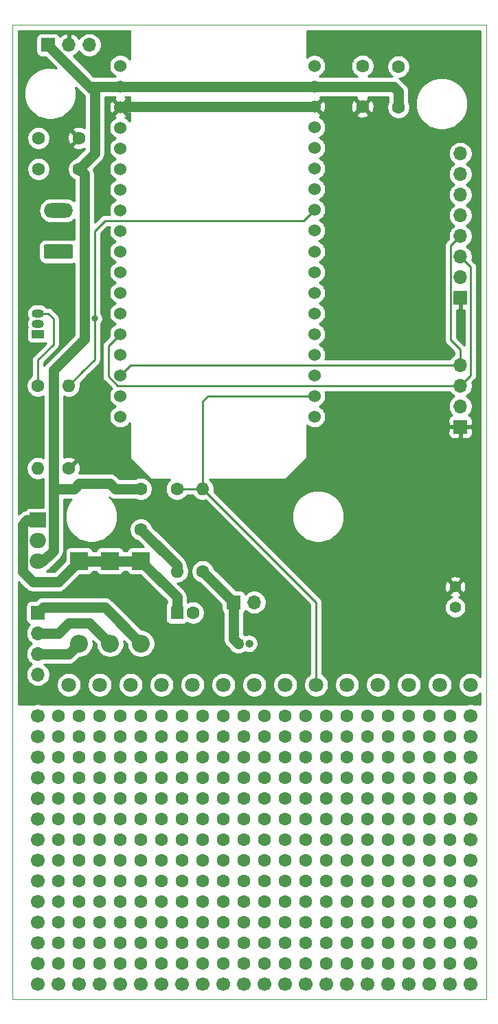
<source format=gbr>
%TF.GenerationSoftware,KiCad,Pcbnew,(5.1.9)-1*%
%TF.CreationDate,2021-03-24T15:40:30-04:00*%
%TF.ProjectId,placa_manutencao_preventiva,706c6163-615f-46d6-916e-7574656e6361,rev?*%
%TF.SameCoordinates,Original*%
%TF.FileFunction,Copper,L2,Bot*%
%TF.FilePolarity,Positive*%
%FSLAX46Y46*%
G04 Gerber Fmt 4.6, Leading zero omitted, Abs format (unit mm)*
G04 Created by KiCad (PCBNEW (5.1.9)-1) date 2021-03-24 15:40:31*
%MOMM*%
%LPD*%
G01*
G04 APERTURE LIST*
%TA.AperFunction,Profile*%
%ADD10C,0.050000*%
%TD*%
%TA.AperFunction,ComponentPad*%
%ADD11R,1.700000X1.700000*%
%TD*%
%TA.AperFunction,ComponentPad*%
%ADD12O,1.700000X1.700000*%
%TD*%
%TA.AperFunction,ComponentPad*%
%ADD13O,2.200000X2.200000*%
%TD*%
%TA.AperFunction,ComponentPad*%
%ADD14R,2.200000X2.200000*%
%TD*%
%TA.AperFunction,ComponentPad*%
%ADD15O,3.600000X1.800000*%
%TD*%
%TA.AperFunction,ComponentPad*%
%ADD16O,1.600000X1.600000*%
%TD*%
%TA.AperFunction,ComponentPad*%
%ADD17C,1.600000*%
%TD*%
%TA.AperFunction,ComponentPad*%
%ADD18C,1.524000*%
%TD*%
%TA.AperFunction,ComponentPad*%
%ADD19C,1.400000*%
%TD*%
%TA.AperFunction,ComponentPad*%
%ADD20R,1.600000X1.600000*%
%TD*%
%TA.AperFunction,ComponentPad*%
%ADD21R,2.000000X1.905000*%
%TD*%
%TA.AperFunction,ComponentPad*%
%ADD22O,2.000000X1.905000*%
%TD*%
%TA.AperFunction,ComponentPad*%
%ADD23R,1.000000X1.000000*%
%TD*%
%TA.AperFunction,ComponentPad*%
%ADD24O,1.000000X1.000000*%
%TD*%
%TA.AperFunction,ComponentPad*%
%ADD25C,1.800000*%
%TD*%
%TA.AperFunction,ComponentPad*%
%ADD26O,1.500000X1.050000*%
%TD*%
%TA.AperFunction,ComponentPad*%
%ADD27R,1.500000X1.050000*%
%TD*%
%TA.AperFunction,ViaPad*%
%ADD28C,1.700000*%
%TD*%
%TA.AperFunction,ViaPad*%
%ADD29C,1.600000*%
%TD*%
%TA.AperFunction,ViaPad*%
%ADD30C,0.800000*%
%TD*%
%TA.AperFunction,Conductor*%
%ADD31C,0.248920*%
%TD*%
%TA.AperFunction,Conductor*%
%ADD32C,1.270000*%
%TD*%
%TA.AperFunction,Conductor*%
%ADD33C,0.250000*%
%TD*%
%TA.AperFunction,Conductor*%
%ADD34C,0.254000*%
%TD*%
%TA.AperFunction,Conductor*%
%ADD35C,0.100000*%
%TD*%
G04 APERTURE END LIST*
D10*
X77800200Y-14986000D02*
X136220200Y-14986000D01*
X77800200Y-14986000D02*
X77800200Y-135001000D01*
X136220200Y-135001000D02*
X136220200Y-14986000D01*
X77800200Y-135001000D02*
X136220200Y-135001000D01*
D11*
%TO.P,J6,1*%
%TO.N,+3V3*%
X133045200Y-48641000D03*
D12*
%TO.P,J6,2*%
%TO.N,GND*%
X133045200Y-46101000D03*
%TO.P,J6,3*%
%TO.N,I2C_SCL*%
X133045200Y-43561000D03*
%TO.P,J6,4*%
%TO.N,I2C_SDA*%
X133045200Y-41021000D03*
%TO.P,J6,5*%
%TO.N,Net-(J6-Pad5)*%
X133045200Y-38481000D03*
%TO.P,J6,6*%
%TO.N,Net-(J6-Pad6)*%
X133045200Y-35941000D03*
%TO.P,J6,7*%
%TO.N,Net-(J6-Pad7)*%
X133045200Y-33401000D03*
%TO.P,J6,8*%
%TO.N,Net-(J6-Pad8)*%
X133045200Y-30861000D03*
%TD*%
D13*
%TO.P,D2,2*%
%TO.N,Net-(D2-Pad2)*%
X89865200Y-91186000D03*
D14*
%TO.P,D2,1*%
%TO.N,Net-(C1-Pad1)*%
X89865200Y-81026000D03*
%TD*%
%TO.P,J1,1*%
%TO.N,Net-(J1-Pad1)*%
%TA.AperFunction,ComponentPad*%
G36*
G01*
X85065200Y-43826000D02*
X81965200Y-43826000D01*
G75*
G02*
X81715200Y-43576000I0J250000D01*
G01*
X81715200Y-42276000D01*
G75*
G02*
X81965200Y-42026000I250000J0D01*
G01*
X85065200Y-42026000D01*
G75*
G02*
X85315200Y-42276000I0J-250000D01*
G01*
X85315200Y-43576000D01*
G75*
G02*
X85065200Y-43826000I-250000J0D01*
G01*
G37*
%TD.AperFunction*%
D15*
%TO.P,J1,2*%
%TO.N,GND*%
X83515200Y-37846000D03*
%TD*%
D11*
%TO.P,J2,1*%
%TO.N,+5V*%
X82245200Y-17475200D03*
D12*
%TO.P,J2,2*%
%TO.N,+3V3*%
X84785200Y-17475200D03*
%TO.P,J2,3*%
%TO.N,GND*%
X87325200Y-17475200D03*
%TD*%
D11*
%TO.P,J5,1*%
%TO.N,VBAT*%
X105105200Y-86106000D03*
D12*
%TO.P,J5,2*%
%TO.N,GND*%
X107645200Y-86106000D03*
%TD*%
D11*
%TO.P,J7,1*%
%TO.N,+3V3*%
X133045200Y-64516000D03*
D12*
%TO.P,J7,2*%
%TO.N,GND*%
X133045200Y-61976000D03*
%TO.P,J7,3*%
%TO.N,I2C_SCL*%
X133045200Y-59436000D03*
%TO.P,J7,4*%
%TO.N,I2C_SDA*%
X133045200Y-56896000D03*
%TD*%
D16*
%TO.P,R2,2*%
%TO.N,GND*%
X80975200Y-69596000D03*
D17*
%TO.P,R2,1*%
%TO.N,Net-(J1-Pad1)*%
X80975200Y-59436000D03*
%TD*%
%TO.P,R3,1*%
%TO.N,+3V3*%
X84785200Y-69596000D03*
D16*
%TO.P,R3,2*%
%TO.N,ENT_DIGITAL*%
X84785200Y-59436000D03*
%TD*%
%TO.P,R4,2*%
%TO.N,ADC_BAT*%
X101295200Y-72136000D03*
D17*
%TO.P,R4,1*%
%TO.N,VBAT*%
X101295200Y-82296000D03*
%TD*%
%TO.P,R5,1*%
%TO.N,ADC_BAT*%
X98120200Y-72136000D03*
D16*
%TO.P,R5,2*%
%TO.N,GND*%
X98120200Y-82296000D03*
%TD*%
D18*
%TO.P,U1,1*%
%TO.N,GND*%
X91135200Y-20066000D03*
%TO.P,U1,2*%
%TO.N,+5V*%
X91135200Y-22606000D03*
%TO.P,U1,3*%
%TO.N,+3V3*%
X91135200Y-25146000D03*
%TO.P,U1,4*%
%TO.N,GND*%
X91135200Y-27686000D03*
%TO.P,U1,5*%
%TO.N,Net-(U1-Pad5)*%
X91135200Y-30226000D03*
%TO.P,U1,6*%
%TO.N,Net-(U1-Pad6)*%
X91135200Y-32766000D03*
%TO.P,U1,7*%
%TO.N,Net-(U1-Pad7)*%
X91135200Y-35306000D03*
%TO.P,U1,8*%
%TO.N,Net-(U1-Pad8)*%
X91135200Y-37846000D03*
%TO.P,U1,9*%
%TO.N,Net-(U1-Pad9)*%
X91135200Y-40386000D03*
%TO.P,U1,10*%
%TO.N,Net-(U1-Pad10)*%
X91135200Y-42926000D03*
%TO.P,U1,11*%
%TO.N,Net-(U1-Pad11)*%
X91135200Y-45466000D03*
%TO.P,U1,12*%
%TO.N,Net-(J12-Pad1)*%
X91135200Y-48006000D03*
%TO.P,U1,13*%
%TO.N,Net-(J13-Pad1)*%
X91135200Y-50546000D03*
%TO.P,U1,14*%
%TO.N,I2C_SCL*%
X91135200Y-53086000D03*
%TO.P,U1,15*%
%TO.N,Net-(J15-Pad1)*%
X91135200Y-55626000D03*
%TO.P,U1,16*%
%TO.N,I2C_SDA*%
X91135200Y-58166000D03*
%TO.P,U1,17*%
%TO.N,Net-(J17-Pad1)*%
X91135200Y-60706000D03*
%TO.P,U1,18*%
%TO.N,Net-(J18-Pad1)*%
X91135200Y-63246000D03*
%TO.P,U1,19*%
%TO.N,Net-(J19-Pad1)*%
X115074700Y-63246000D03*
%TO.P,U1,20*%
%TO.N,ADC_BAT*%
X115074700Y-60706000D03*
%TO.P,U1,21*%
%TO.N,Net-(J21-Pad1)*%
X115074700Y-58166000D03*
%TO.P,U1,22*%
%TO.N,Net-(J22-Pad1)*%
X115074700Y-55626000D03*
%TO.P,U1,23*%
%TO.N,Net-(J23-Pad1)*%
X115074700Y-53086000D03*
%TO.P,U1,24*%
%TO.N,Net-(J24-Pad1)*%
X115074700Y-50546000D03*
%TO.P,U1,25*%
%TO.N,Net-(J25-Pad1)*%
X115074700Y-48006000D03*
%TO.P,U1,26*%
%TO.N,Net-(U1-Pad26)*%
X115074700Y-45466000D03*
%TO.P,U1,27*%
%TO.N,Net-(U1-Pad27)*%
X115074700Y-42926000D03*
%TO.P,U1,28*%
%TO.N,Net-(U1-Pad28)*%
X115074700Y-40322500D03*
%TO.P,U1,29*%
%TO.N,ENT_DIGITAL*%
X115074700Y-37782500D03*
%TO.P,U1,30*%
%TO.N,Net-(U1-Pad30)*%
X115074700Y-35242500D03*
%TO.P,U1,31*%
%TO.N,Net-(U1-Pad31)*%
X115074700Y-32702500D03*
%TO.P,U1,32*%
%TO.N,Net-(U1-Pad32)*%
X115074700Y-30162500D03*
%TO.P,U1,33*%
%TO.N,Net-(U1-Pad33)*%
X115074700Y-27622500D03*
%TO.P,U1,34*%
%TO.N,+3V3*%
X115074700Y-25082500D03*
%TO.P,U1,35*%
%TO.N,+5V*%
X115074700Y-22606000D03*
%TO.P,U1,36*%
%TO.N,GND*%
X115074700Y-20066000D03*
%TD*%
D19*
%TO.P,J3,1*%
%TO.N,+3V3*%
X132410200Y-84201000D03*
%TO.P,J3,2*%
%TO.N,GND*%
X132410200Y-86741000D03*
%TD*%
D20*
%TO.P,C1,1*%
%TO.N,Net-(C1-Pad1)*%
X98120200Y-87376000D03*
D17*
%TO.P,C1,2*%
%TO.N,GND*%
X100120200Y-87376000D03*
%TD*%
D14*
%TO.P,D1,1*%
%TO.N,Net-(C1-Pad1)*%
X93675200Y-81026000D03*
D13*
%TO.P,D1,2*%
%TO.N,Net-(D1-Pad2)*%
X93675200Y-91186000D03*
%TD*%
D14*
%TO.P,D3,1*%
%TO.N,Net-(C1-Pad1)*%
X86055200Y-81026000D03*
D13*
%TO.P,D3,2*%
%TO.N,Net-(D3-Pad2)*%
X86055200Y-91186000D03*
%TD*%
D12*
%TO.P,J8,4*%
%TO.N,GND*%
X80975200Y-94996000D03*
%TO.P,J8,3*%
%TO.N,Net-(D3-Pad2)*%
X80975200Y-92456000D03*
%TO.P,J8,2*%
%TO.N,Net-(D2-Pad2)*%
X80975200Y-89916000D03*
D11*
%TO.P,J8,1*%
%TO.N,Net-(D1-Pad2)*%
X80975200Y-87376000D03*
%TD*%
D21*
%TO.P,U2,1*%
%TO.N,Net-(C1-Pad1)*%
X80975200Y-75996800D03*
D22*
%TO.P,U2,2*%
%TO.N,GND*%
X80975200Y-78536800D03*
%TO.P,U2,3*%
%TO.N,+5V*%
X80975200Y-81076800D03*
%TD*%
D23*
%TO.P,J4,1*%
%TO.N,VBAT*%
X105740200Y-91186000D03*
D24*
%TO.P,J4,2*%
%TO.N,GND*%
X107010200Y-91186000D03*
%TD*%
D17*
%TO.P,C2,1*%
%TO.N,+5V*%
X93675200Y-72136000D03*
%TO.P,C2,2*%
%TO.N,GND*%
X93675200Y-77136000D03*
%TD*%
%TO.P,C4,2*%
%TO.N,GND*%
X81055200Y-28956000D03*
%TO.P,C4,1*%
%TO.N,+3V3*%
X86055200Y-28956000D03*
%TD*%
%TO.P,C5,1*%
%TO.N,+3V3*%
X120980200Y-25066000D03*
%TO.P,C5,2*%
%TO.N,GND*%
X120980200Y-20066000D03*
%TD*%
%TO.P,C6,2*%
%TO.N,GND*%
X125425200Y-20146000D03*
%TO.P,C6,1*%
%TO.N,+5V*%
X125425200Y-25146000D03*
%TD*%
%TO.P,C7,1*%
%TO.N,+5V*%
X86055200Y-32766000D03*
%TO.P,C7,2*%
%TO.N,GND*%
X81055200Y-32766000D03*
%TD*%
D25*
%TO.P,J12,1*%
%TO.N,Net-(J12-Pad1)*%
X84785200Y-96266000D03*
%TD*%
%TO.P,J13,1*%
%TO.N,Net-(J13-Pad1)*%
X88595200Y-96266000D03*
%TD*%
%TO.P,J14,1*%
%TO.N,I2C_SCL*%
X92405200Y-96266000D03*
%TD*%
%TO.P,J15,1*%
%TO.N,Net-(J15-Pad1)*%
X96215200Y-96266000D03*
%TD*%
%TO.P,J16,1*%
%TO.N,I2C_SDA*%
X100025200Y-96266000D03*
%TD*%
%TO.P,J17,1*%
%TO.N,Net-(J17-Pad1)*%
X103835200Y-96266000D03*
%TD*%
%TO.P,J18,1*%
%TO.N,Net-(J18-Pad1)*%
X107645200Y-96266000D03*
%TD*%
%TO.P,J19,1*%
%TO.N,Net-(J19-Pad1)*%
X111455200Y-96266000D03*
%TD*%
%TO.P,J20,1*%
%TO.N,ADC_BAT*%
X115265200Y-96266000D03*
%TD*%
%TO.P,J21,1*%
%TO.N,Net-(J21-Pad1)*%
X119075200Y-96266000D03*
%TD*%
%TO.P,J22,1*%
%TO.N,Net-(J22-Pad1)*%
X122885200Y-96266000D03*
%TD*%
%TO.P,J23,1*%
%TO.N,Net-(J23-Pad1)*%
X126695200Y-96266000D03*
%TD*%
%TO.P,J24,1*%
%TO.N,Net-(J24-Pad1)*%
X130505200Y-96266000D03*
%TD*%
%TO.P,J25,1*%
%TO.N,Net-(J25-Pad1)*%
X134315200Y-96266000D03*
%TD*%
D26*
%TO.P,Q2,2*%
%TO.N,ENT_DIGITAL*%
X80975200Y-51816000D03*
%TO.P,Q2,3*%
%TO.N,Net-(J1-Pad1)*%
X80975200Y-50546000D03*
D27*
%TO.P,Q2,1*%
%TO.N,GND*%
X80975200Y-53086000D03*
%TD*%
D28*
%TO.N,*%
X80975200Y-133096000D03*
X134315200Y-133096000D03*
D29*
X96215200Y-100076000D03*
X91135200Y-100076000D03*
X108915200Y-100076000D03*
X129235200Y-100076000D03*
X116535200Y-100076000D03*
X124155200Y-100076000D03*
X88595200Y-100076000D03*
X126695200Y-100076000D03*
X86055200Y-100076000D03*
X106375200Y-100076000D03*
X131775200Y-100076000D03*
X93675200Y-100076000D03*
D28*
X134315200Y-100076000D03*
D29*
X98755200Y-100076000D03*
X113995200Y-100076000D03*
X101295200Y-100076000D03*
X121615200Y-100076000D03*
X103835200Y-100076000D03*
X119075200Y-100076000D03*
X111455200Y-100076000D03*
D28*
X80975200Y-100076000D03*
D29*
X83515200Y-100076000D03*
X91135200Y-105156000D03*
X116535200Y-105156000D03*
X126695200Y-105156000D03*
X106375200Y-105156000D03*
X96215200Y-102616000D03*
X91135200Y-102616000D03*
X108915200Y-102616000D03*
X129235200Y-102616000D03*
X116535200Y-102616000D03*
X124155200Y-102616000D03*
X88595200Y-102616000D03*
X126695200Y-102616000D03*
X96215200Y-105156000D03*
X86055200Y-102616000D03*
X106375200Y-102616000D03*
X131775200Y-102616000D03*
X93675200Y-102616000D03*
D28*
X134315200Y-102616000D03*
D29*
X98755200Y-102616000D03*
X129235200Y-105156000D03*
X88595200Y-105156000D03*
X113995200Y-102616000D03*
X131775200Y-105156000D03*
D28*
X134315200Y-105156000D03*
D29*
X98755200Y-105156000D03*
X113995200Y-105156000D03*
X101295200Y-105156000D03*
X111455200Y-105156000D03*
X86055200Y-105156000D03*
D28*
X80975200Y-105156000D03*
D29*
X83515200Y-105156000D03*
X124155200Y-105156000D03*
X101295200Y-102616000D03*
X108915200Y-105156000D03*
X119075200Y-105156000D03*
X96215200Y-107696000D03*
X121615200Y-105156000D03*
X91135200Y-107696000D03*
X108915200Y-107696000D03*
X121615200Y-102616000D03*
X93675200Y-105156000D03*
X103835200Y-105156000D03*
X103835200Y-102616000D03*
X119075200Y-102616000D03*
X129235200Y-107696000D03*
X111455200Y-102616000D03*
X93675200Y-107696000D03*
X119075200Y-107696000D03*
D28*
X80975200Y-107696000D03*
D29*
X116535200Y-107696000D03*
X113995200Y-107696000D03*
X126695200Y-107696000D03*
X98755200Y-107696000D03*
X101295200Y-107696000D03*
X103835200Y-107696000D03*
X121615200Y-107696000D03*
X83515200Y-107696000D03*
D28*
X134315200Y-107696000D03*
D29*
X124155200Y-107696000D03*
X106375200Y-107696000D03*
X88595200Y-107696000D03*
X111455200Y-107696000D03*
X131775200Y-107696000D03*
X86055200Y-107696000D03*
D28*
X80975200Y-102616000D03*
D29*
X83515200Y-102616000D03*
X91135200Y-112776000D03*
X116535200Y-112776000D03*
X126695200Y-112776000D03*
X106375200Y-112776000D03*
X96215200Y-110236000D03*
X91135200Y-110236000D03*
X108915200Y-110236000D03*
X129235200Y-110236000D03*
X116535200Y-110236000D03*
X124155200Y-110236000D03*
X88595200Y-110236000D03*
X126695200Y-110236000D03*
X96215200Y-112776000D03*
X86055200Y-110236000D03*
X106375200Y-110236000D03*
X131775200Y-110236000D03*
X93675200Y-110236000D03*
D28*
X134315200Y-110236000D03*
D29*
X98755200Y-110236000D03*
X129235200Y-112776000D03*
X88595200Y-112776000D03*
X113995200Y-110236000D03*
X131775200Y-112776000D03*
D28*
X134315200Y-112776000D03*
D29*
X98755200Y-112776000D03*
X113995200Y-112776000D03*
X101295200Y-112776000D03*
X111455200Y-112776000D03*
X86055200Y-112776000D03*
D28*
X80975200Y-112776000D03*
D29*
X83515200Y-112776000D03*
X124155200Y-112776000D03*
X101295200Y-110236000D03*
X108915200Y-112776000D03*
X119075200Y-112776000D03*
X96215200Y-115316000D03*
X121615200Y-112776000D03*
X91135200Y-115316000D03*
X108915200Y-115316000D03*
X121615200Y-110236000D03*
X93675200Y-112776000D03*
X103835200Y-112776000D03*
X103835200Y-110236000D03*
X119075200Y-110236000D03*
X129235200Y-115316000D03*
X111455200Y-110236000D03*
X93675200Y-115316000D03*
X119075200Y-115316000D03*
D28*
X80975200Y-115316000D03*
D29*
X116535200Y-115316000D03*
X113995200Y-115316000D03*
X126695200Y-115316000D03*
X98755200Y-115316000D03*
X101295200Y-115316000D03*
X103835200Y-115316000D03*
X121615200Y-115316000D03*
X83515200Y-115316000D03*
D28*
X134315200Y-115316000D03*
D29*
X124155200Y-115316000D03*
X106375200Y-115316000D03*
X88595200Y-115316000D03*
X111455200Y-115316000D03*
X131775200Y-115316000D03*
X86055200Y-115316000D03*
D28*
X80975200Y-110236000D03*
D29*
X83515200Y-110236000D03*
X91135200Y-120396000D03*
X116535200Y-120396000D03*
X126695200Y-120396000D03*
X106375200Y-120396000D03*
X96215200Y-117856000D03*
X91135200Y-117856000D03*
X108915200Y-117856000D03*
X129235200Y-117856000D03*
X116535200Y-117856000D03*
X124155200Y-117856000D03*
X88595200Y-117856000D03*
X126695200Y-117856000D03*
X96215200Y-120396000D03*
X86055200Y-117856000D03*
X106375200Y-117856000D03*
X131775200Y-117856000D03*
X93675200Y-117856000D03*
D28*
X134315200Y-117856000D03*
D29*
X98755200Y-117856000D03*
X129235200Y-120396000D03*
X88595200Y-120396000D03*
X113995200Y-117856000D03*
X131775200Y-120396000D03*
D28*
X134315200Y-120396000D03*
D29*
X98755200Y-120396000D03*
X113995200Y-120396000D03*
X101295200Y-120396000D03*
X111455200Y-120396000D03*
X86055200Y-120396000D03*
D28*
X80975200Y-120396000D03*
D29*
X83515200Y-120396000D03*
X124155200Y-120396000D03*
X101295200Y-117856000D03*
X108915200Y-120396000D03*
X119075200Y-120396000D03*
X96215200Y-122936000D03*
X121615200Y-120396000D03*
X91135200Y-122936000D03*
X108915200Y-122936000D03*
X121615200Y-117856000D03*
X93675200Y-120396000D03*
X103835200Y-120396000D03*
X103835200Y-117856000D03*
X119075200Y-117856000D03*
X129235200Y-122936000D03*
X111455200Y-117856000D03*
X93675200Y-122936000D03*
X119075200Y-122936000D03*
D28*
X80975200Y-122936000D03*
D29*
X116535200Y-122936000D03*
X113995200Y-122936000D03*
X126695200Y-122936000D03*
X98755200Y-122936000D03*
X101295200Y-122936000D03*
X103835200Y-122936000D03*
X121615200Y-122936000D03*
X83515200Y-122936000D03*
D28*
X134315200Y-122936000D03*
D29*
X124155200Y-122936000D03*
X106375200Y-122936000D03*
X88595200Y-122936000D03*
X111455200Y-122936000D03*
X131775200Y-122936000D03*
X86055200Y-122936000D03*
D28*
X80975200Y-117856000D03*
D29*
X83515200Y-117856000D03*
X91135200Y-128016000D03*
X116535200Y-128016000D03*
X126695200Y-128016000D03*
X106375200Y-128016000D03*
X96215200Y-125476000D03*
X91135200Y-125476000D03*
X108915200Y-125476000D03*
X129235200Y-125476000D03*
X116535200Y-125476000D03*
X124155200Y-125476000D03*
X88595200Y-125476000D03*
X126695200Y-125476000D03*
X96215200Y-128016000D03*
X86055200Y-125476000D03*
X106375200Y-125476000D03*
X131775200Y-125476000D03*
X93675200Y-125476000D03*
D28*
X134315200Y-125476000D03*
D29*
X98755200Y-125476000D03*
X129235200Y-128016000D03*
X88595200Y-128016000D03*
X113995200Y-125476000D03*
X131775200Y-128016000D03*
D28*
X134315200Y-128016000D03*
D29*
X98755200Y-128016000D03*
X113995200Y-128016000D03*
X101295200Y-128016000D03*
X111455200Y-128016000D03*
X86055200Y-128016000D03*
D28*
X80975200Y-128016000D03*
D29*
X83515200Y-128016000D03*
X124155200Y-128016000D03*
X101295200Y-125476000D03*
X108915200Y-128016000D03*
X119075200Y-128016000D03*
X96215200Y-130556000D03*
X121615200Y-128016000D03*
X91135200Y-130556000D03*
X108915200Y-130556000D03*
X121615200Y-125476000D03*
X93675200Y-128016000D03*
X103835200Y-128016000D03*
X103835200Y-125476000D03*
X119075200Y-125476000D03*
X129235200Y-130556000D03*
X111455200Y-125476000D03*
X93675200Y-130556000D03*
X119075200Y-130556000D03*
D28*
X80975200Y-130556000D03*
D29*
X116535200Y-130556000D03*
X113995200Y-130556000D03*
X126695200Y-130556000D03*
X98755200Y-130556000D03*
X101295200Y-130556000D03*
X103835200Y-130556000D03*
X121615200Y-130556000D03*
X83515200Y-130556000D03*
D28*
X134315200Y-130556000D03*
D29*
X124155200Y-130556000D03*
X106375200Y-130556000D03*
X88595200Y-130556000D03*
X111455200Y-130556000D03*
X131775200Y-130556000D03*
X86055200Y-130556000D03*
D28*
X80975200Y-125476000D03*
D29*
X83515200Y-125476000D03*
D28*
X83515200Y-133096000D03*
X86055200Y-133096000D03*
X88595200Y-133096000D03*
X91135200Y-133096000D03*
X93675200Y-133096000D03*
X98755200Y-133096000D03*
X96215200Y-133096000D03*
X101295200Y-133096000D03*
X103835200Y-133096000D03*
X108915200Y-133096000D03*
X106375200Y-133096000D03*
X111455200Y-133096000D03*
X113995200Y-133096000D03*
X119075200Y-133096000D03*
X116535200Y-133096000D03*
X121615200Y-133096000D03*
X124155200Y-133096000D03*
X129235200Y-133096000D03*
X126695200Y-133096000D03*
X131775200Y-133096000D03*
D30*
%TO.N,ENT_DIGITAL*%
X87960200Y-51181000D03*
%TD*%
D31*
%TO.N,Net-(J1-Pad1)*%
X80975200Y-50546000D02*
X82245200Y-50546000D01*
X82245200Y-50546000D02*
X82880200Y-51181000D01*
X82880200Y-51181000D02*
X82880200Y-54356000D01*
X82880200Y-54356000D02*
X80975200Y-56261000D01*
X80975200Y-56261000D02*
X80975200Y-59436000D01*
D32*
%TO.N,GND*%
X98120200Y-81581000D02*
X93675200Y-77136000D01*
X98120200Y-82296000D02*
X98120200Y-81581000D01*
D33*
%TO.N,+5V*%
X81683100Y-80873600D02*
X81635600Y-80873600D01*
D32*
X91135200Y-22606000D02*
X115074700Y-22606000D01*
D33*
X82245200Y-17475200D02*
X82245200Y-18161000D01*
D32*
X82245200Y-17526000D02*
X87325200Y-22606000D01*
X87325200Y-22606000D02*
X91135200Y-22606000D01*
X81559400Y-81076800D02*
X82880200Y-79756000D01*
X80975200Y-81076800D02*
X81559400Y-81076800D01*
X87960200Y-23241000D02*
X87325200Y-22606000D01*
X87960200Y-29591000D02*
X87960200Y-23241000D01*
X87960200Y-30861000D02*
X87960200Y-29591000D01*
X86055200Y-32766000D02*
X87960200Y-30861000D01*
X115074700Y-22606000D02*
X124790200Y-22606000D01*
X124790200Y-22606000D02*
X125425200Y-23241000D01*
X125425200Y-23241000D02*
X125425200Y-25146000D01*
X82880200Y-72136000D02*
X82880200Y-79756000D01*
X82880200Y-57531000D02*
X82880200Y-72136000D01*
X86055200Y-71501000D02*
X85420200Y-72136000D01*
X85420200Y-72136000D02*
X82880200Y-72136000D01*
X86055200Y-71501000D02*
X89865200Y-71501000D01*
X89865200Y-71501000D02*
X90500200Y-72136000D01*
X93675200Y-72136000D02*
X90500200Y-72136000D01*
X86690200Y-33401000D02*
X86055200Y-32766000D01*
X86690200Y-53721000D02*
X86690200Y-33401000D01*
X83150199Y-57261001D02*
X86690200Y-53721000D01*
%TO.N,+3V3*%
X91198700Y-25082500D02*
X91135200Y-25146000D01*
X115074700Y-25082500D02*
X91198700Y-25082500D01*
%TO.N,VBAT*%
X101295200Y-82296000D02*
X105105200Y-86106000D01*
X105105200Y-90616001D02*
X105675199Y-91186000D01*
X105105200Y-86106000D02*
X105105200Y-90616001D01*
D33*
%TO.N,I2C_SCL*%
X89662000Y-54559200D02*
X91135200Y-53086000D01*
X89662000Y-58301562D02*
X89662000Y-54559200D01*
X90796438Y-59436000D02*
X89662000Y-58301562D01*
X90796438Y-59436000D02*
X131140200Y-59436000D01*
X131140200Y-59436000D02*
X133045200Y-59436000D01*
X134315200Y-58166000D02*
X133045200Y-59436000D01*
X134315200Y-44831000D02*
X134315200Y-58166000D01*
X133045200Y-43561000D02*
X134315200Y-44831000D01*
%TO.N,I2C_SDA*%
X133299200Y-56794400D02*
X133197600Y-56896000D01*
X133045200Y-41021000D02*
X131870199Y-42196001D01*
X131870199Y-53815999D02*
X133045200Y-54991000D01*
X131870199Y-42196001D02*
X131870199Y-53815999D01*
X92405200Y-56896000D02*
X91135200Y-58166000D01*
X131140200Y-56896000D02*
X92405200Y-56896000D01*
X133045200Y-56896000D02*
X133045200Y-54991000D01*
X131140200Y-56896000D02*
X133045200Y-56896000D01*
%TO.N,ENT_DIGITAL*%
X113924199Y-38933001D02*
X115074700Y-37782500D01*
X86505210Y-57715990D02*
X84785200Y-59436000D01*
X87960200Y-56261000D02*
X86505210Y-57715990D01*
X87960200Y-40386000D02*
X87960200Y-55626000D01*
X89230200Y-39116000D02*
X87960200Y-40386000D01*
X113741200Y-39116000D02*
X89865200Y-39116000D01*
X115074700Y-37782500D02*
X113741200Y-39116000D01*
D31*
X87960200Y-56261000D02*
X87960200Y-55626000D01*
X89865200Y-39116000D02*
X89230200Y-39116000D01*
D33*
%TO.N,ADC_BAT*%
X115074700Y-60706000D02*
X101930200Y-60706000D01*
X101295200Y-61341000D02*
X101295200Y-72136000D01*
X101930200Y-60706000D02*
X101295200Y-61341000D01*
X101295200Y-72136000D02*
X98120200Y-72136000D01*
X115265200Y-86106000D02*
X101295200Y-72136000D01*
X115265200Y-96266000D02*
X115265200Y-86106000D01*
D32*
%TO.N,Net-(C1-Pad1)*%
X93675200Y-81026000D02*
X89865200Y-81026000D01*
X89865200Y-81026000D02*
X86055200Y-81026000D01*
X98120200Y-87376000D02*
X98120200Y-85471000D01*
X98120200Y-85471000D02*
X93675200Y-81026000D01*
X80975200Y-75996800D02*
X79654400Y-75996800D01*
X79654400Y-75996800D02*
X79070200Y-76581000D01*
X79070200Y-76581000D02*
X79070200Y-82296000D01*
X79070200Y-82296000D02*
X80340200Y-83566000D01*
X83515200Y-83566000D02*
X86055200Y-81026000D01*
X80340200Y-83566000D02*
X83515200Y-83566000D01*
%TO.N,Net-(D1-Pad2)*%
X93675200Y-91186000D02*
X89230200Y-86741000D01*
X81610200Y-86741000D02*
X80975200Y-87376000D01*
X89230200Y-86741000D02*
X81610200Y-86741000D01*
%TO.N,Net-(D2-Pad2)*%
X80975200Y-89916000D02*
X83515200Y-89916000D01*
X83515200Y-89916000D02*
X84785200Y-88646000D01*
X87325200Y-88646000D02*
X89865200Y-91186000D01*
X84785200Y-88646000D02*
X87325200Y-88646000D01*
%TO.N,Net-(D3-Pad2)*%
X84785200Y-92456000D02*
X86055200Y-91186000D01*
X80975200Y-92456000D02*
X84785200Y-92456000D01*
%TD*%
D34*
%TO.N,+3V3*%
X135458200Y-95238183D02*
X135293705Y-95073688D01*
X135042295Y-94905701D01*
X134762943Y-94789989D01*
X134466384Y-94731000D01*
X134164016Y-94731000D01*
X133867457Y-94789989D01*
X133588105Y-94905701D01*
X133336695Y-95073688D01*
X133122888Y-95287495D01*
X132954901Y-95538905D01*
X132839189Y-95818257D01*
X132780200Y-96114816D01*
X132780200Y-96417184D01*
X132839189Y-96713743D01*
X132954901Y-96993095D01*
X133122888Y-97244505D01*
X133336695Y-97458312D01*
X133588105Y-97626299D01*
X133867457Y-97742011D01*
X134164016Y-97801000D01*
X134466384Y-97801000D01*
X134762943Y-97742011D01*
X135042295Y-97626299D01*
X135293705Y-97458312D01*
X135458200Y-97293817D01*
X135458200Y-98679000D01*
X134823035Y-98679000D01*
X134748358Y-98648068D01*
X134461460Y-98591000D01*
X134168940Y-98591000D01*
X133882042Y-98648068D01*
X133807365Y-98679000D01*
X132107571Y-98679000D01*
X131916535Y-98641000D01*
X131633865Y-98641000D01*
X131442829Y-98679000D01*
X129567571Y-98679000D01*
X129376535Y-98641000D01*
X129093865Y-98641000D01*
X128902829Y-98679000D01*
X127027571Y-98679000D01*
X126836535Y-98641000D01*
X126553865Y-98641000D01*
X126362829Y-98679000D01*
X124487571Y-98679000D01*
X124296535Y-98641000D01*
X124013865Y-98641000D01*
X123822829Y-98679000D01*
X121947571Y-98679000D01*
X121756535Y-98641000D01*
X121473865Y-98641000D01*
X121282829Y-98679000D01*
X119407571Y-98679000D01*
X119216535Y-98641000D01*
X118933865Y-98641000D01*
X118742829Y-98679000D01*
X116867571Y-98679000D01*
X116676535Y-98641000D01*
X116393865Y-98641000D01*
X116202829Y-98679000D01*
X114327571Y-98679000D01*
X114136535Y-98641000D01*
X113853865Y-98641000D01*
X113662829Y-98679000D01*
X111787571Y-98679000D01*
X111596535Y-98641000D01*
X111313865Y-98641000D01*
X111122829Y-98679000D01*
X109247571Y-98679000D01*
X109056535Y-98641000D01*
X108773865Y-98641000D01*
X108582829Y-98679000D01*
X106707571Y-98679000D01*
X106516535Y-98641000D01*
X106233865Y-98641000D01*
X106042829Y-98679000D01*
X104167571Y-98679000D01*
X103976535Y-98641000D01*
X103693865Y-98641000D01*
X103502829Y-98679000D01*
X101627571Y-98679000D01*
X101436535Y-98641000D01*
X101153865Y-98641000D01*
X100962829Y-98679000D01*
X99087571Y-98679000D01*
X98896535Y-98641000D01*
X98613865Y-98641000D01*
X98422829Y-98679000D01*
X96547571Y-98679000D01*
X96356535Y-98641000D01*
X96073865Y-98641000D01*
X95882829Y-98679000D01*
X94007571Y-98679000D01*
X93816535Y-98641000D01*
X93533865Y-98641000D01*
X93342829Y-98679000D01*
X91467571Y-98679000D01*
X91276535Y-98641000D01*
X90993865Y-98641000D01*
X90802829Y-98679000D01*
X88927571Y-98679000D01*
X88736535Y-98641000D01*
X88453865Y-98641000D01*
X88262829Y-98679000D01*
X86387571Y-98679000D01*
X86196535Y-98641000D01*
X85913865Y-98641000D01*
X85722829Y-98679000D01*
X83847571Y-98679000D01*
X83656535Y-98641000D01*
X83373865Y-98641000D01*
X83182829Y-98679000D01*
X81483035Y-98679000D01*
X81408358Y-98648068D01*
X81121460Y-98591000D01*
X80828940Y-98591000D01*
X80542042Y-98648068D01*
X80467365Y-98679000D01*
X78562200Y-98679000D01*
X78562200Y-86526000D01*
X79487128Y-86526000D01*
X79487128Y-88226000D01*
X79499388Y-88350482D01*
X79535698Y-88470180D01*
X79594663Y-88580494D01*
X79674015Y-88677185D01*
X79770706Y-88756537D01*
X79881020Y-88815502D01*
X79953580Y-88837513D01*
X79821725Y-88969368D01*
X79659210Y-89212589D01*
X79547268Y-89482842D01*
X79490200Y-89769740D01*
X79490200Y-90062260D01*
X79547268Y-90349158D01*
X79659210Y-90619411D01*
X79821725Y-90862632D01*
X80028568Y-91069475D01*
X80202960Y-91186000D01*
X80028568Y-91302525D01*
X79821725Y-91509368D01*
X79659210Y-91752589D01*
X79547268Y-92022842D01*
X79490200Y-92309740D01*
X79490200Y-92602260D01*
X79547268Y-92889158D01*
X79659210Y-93159411D01*
X79821725Y-93402632D01*
X80028568Y-93609475D01*
X80202960Y-93726000D01*
X80028568Y-93842525D01*
X79821725Y-94049368D01*
X79659210Y-94292589D01*
X79547268Y-94562842D01*
X79490200Y-94849740D01*
X79490200Y-95142260D01*
X79547268Y-95429158D01*
X79659210Y-95699411D01*
X79821725Y-95942632D01*
X80028568Y-96149475D01*
X80271789Y-96311990D01*
X80542042Y-96423932D01*
X80828940Y-96481000D01*
X81121460Y-96481000D01*
X81408358Y-96423932D01*
X81678611Y-96311990D01*
X81921832Y-96149475D01*
X81956491Y-96114816D01*
X83250200Y-96114816D01*
X83250200Y-96417184D01*
X83309189Y-96713743D01*
X83424901Y-96993095D01*
X83592888Y-97244505D01*
X83806695Y-97458312D01*
X84058105Y-97626299D01*
X84337457Y-97742011D01*
X84634016Y-97801000D01*
X84936384Y-97801000D01*
X85232943Y-97742011D01*
X85512295Y-97626299D01*
X85763705Y-97458312D01*
X85977512Y-97244505D01*
X86145499Y-96993095D01*
X86261211Y-96713743D01*
X86320200Y-96417184D01*
X86320200Y-96114816D01*
X87060200Y-96114816D01*
X87060200Y-96417184D01*
X87119189Y-96713743D01*
X87234901Y-96993095D01*
X87402888Y-97244505D01*
X87616695Y-97458312D01*
X87868105Y-97626299D01*
X88147457Y-97742011D01*
X88444016Y-97801000D01*
X88746384Y-97801000D01*
X89042943Y-97742011D01*
X89322295Y-97626299D01*
X89573705Y-97458312D01*
X89787512Y-97244505D01*
X89955499Y-96993095D01*
X90071211Y-96713743D01*
X90130200Y-96417184D01*
X90130200Y-96114816D01*
X90870200Y-96114816D01*
X90870200Y-96417184D01*
X90929189Y-96713743D01*
X91044901Y-96993095D01*
X91212888Y-97244505D01*
X91426695Y-97458312D01*
X91678105Y-97626299D01*
X91957457Y-97742011D01*
X92254016Y-97801000D01*
X92556384Y-97801000D01*
X92852943Y-97742011D01*
X93132295Y-97626299D01*
X93383705Y-97458312D01*
X93597512Y-97244505D01*
X93765499Y-96993095D01*
X93881211Y-96713743D01*
X93940200Y-96417184D01*
X93940200Y-96114816D01*
X94680200Y-96114816D01*
X94680200Y-96417184D01*
X94739189Y-96713743D01*
X94854901Y-96993095D01*
X95022888Y-97244505D01*
X95236695Y-97458312D01*
X95488105Y-97626299D01*
X95767457Y-97742011D01*
X96064016Y-97801000D01*
X96366384Y-97801000D01*
X96662943Y-97742011D01*
X96942295Y-97626299D01*
X97193705Y-97458312D01*
X97407512Y-97244505D01*
X97575499Y-96993095D01*
X97691211Y-96713743D01*
X97750200Y-96417184D01*
X97750200Y-96114816D01*
X98490200Y-96114816D01*
X98490200Y-96417184D01*
X98549189Y-96713743D01*
X98664901Y-96993095D01*
X98832888Y-97244505D01*
X99046695Y-97458312D01*
X99298105Y-97626299D01*
X99577457Y-97742011D01*
X99874016Y-97801000D01*
X100176384Y-97801000D01*
X100472943Y-97742011D01*
X100752295Y-97626299D01*
X101003705Y-97458312D01*
X101217512Y-97244505D01*
X101385499Y-96993095D01*
X101501211Y-96713743D01*
X101560200Y-96417184D01*
X101560200Y-96114816D01*
X102300200Y-96114816D01*
X102300200Y-96417184D01*
X102359189Y-96713743D01*
X102474901Y-96993095D01*
X102642888Y-97244505D01*
X102856695Y-97458312D01*
X103108105Y-97626299D01*
X103387457Y-97742011D01*
X103684016Y-97801000D01*
X103986384Y-97801000D01*
X104282943Y-97742011D01*
X104562295Y-97626299D01*
X104813705Y-97458312D01*
X105027512Y-97244505D01*
X105195499Y-96993095D01*
X105311211Y-96713743D01*
X105370200Y-96417184D01*
X105370200Y-96114816D01*
X106110200Y-96114816D01*
X106110200Y-96417184D01*
X106169189Y-96713743D01*
X106284901Y-96993095D01*
X106452888Y-97244505D01*
X106666695Y-97458312D01*
X106918105Y-97626299D01*
X107197457Y-97742011D01*
X107494016Y-97801000D01*
X107796384Y-97801000D01*
X108092943Y-97742011D01*
X108372295Y-97626299D01*
X108623705Y-97458312D01*
X108837512Y-97244505D01*
X109005499Y-96993095D01*
X109121211Y-96713743D01*
X109180200Y-96417184D01*
X109180200Y-96114816D01*
X109920200Y-96114816D01*
X109920200Y-96417184D01*
X109979189Y-96713743D01*
X110094901Y-96993095D01*
X110262888Y-97244505D01*
X110476695Y-97458312D01*
X110728105Y-97626299D01*
X111007457Y-97742011D01*
X111304016Y-97801000D01*
X111606384Y-97801000D01*
X111902943Y-97742011D01*
X112182295Y-97626299D01*
X112433705Y-97458312D01*
X112647512Y-97244505D01*
X112815499Y-96993095D01*
X112931211Y-96713743D01*
X112990200Y-96417184D01*
X112990200Y-96114816D01*
X112931211Y-95818257D01*
X112815499Y-95538905D01*
X112647512Y-95287495D01*
X112433705Y-95073688D01*
X112182295Y-94905701D01*
X111902943Y-94789989D01*
X111606384Y-94731000D01*
X111304016Y-94731000D01*
X111007457Y-94789989D01*
X110728105Y-94905701D01*
X110476695Y-95073688D01*
X110262888Y-95287495D01*
X110094901Y-95538905D01*
X109979189Y-95818257D01*
X109920200Y-96114816D01*
X109180200Y-96114816D01*
X109121211Y-95818257D01*
X109005499Y-95538905D01*
X108837512Y-95287495D01*
X108623705Y-95073688D01*
X108372295Y-94905701D01*
X108092943Y-94789989D01*
X107796384Y-94731000D01*
X107494016Y-94731000D01*
X107197457Y-94789989D01*
X106918105Y-94905701D01*
X106666695Y-95073688D01*
X106452888Y-95287495D01*
X106284901Y-95538905D01*
X106169189Y-95818257D01*
X106110200Y-96114816D01*
X105370200Y-96114816D01*
X105311211Y-95818257D01*
X105195499Y-95538905D01*
X105027512Y-95287495D01*
X104813705Y-95073688D01*
X104562295Y-94905701D01*
X104282943Y-94789989D01*
X103986384Y-94731000D01*
X103684016Y-94731000D01*
X103387457Y-94789989D01*
X103108105Y-94905701D01*
X102856695Y-95073688D01*
X102642888Y-95287495D01*
X102474901Y-95538905D01*
X102359189Y-95818257D01*
X102300200Y-96114816D01*
X101560200Y-96114816D01*
X101501211Y-95818257D01*
X101385499Y-95538905D01*
X101217512Y-95287495D01*
X101003705Y-95073688D01*
X100752295Y-94905701D01*
X100472943Y-94789989D01*
X100176384Y-94731000D01*
X99874016Y-94731000D01*
X99577457Y-94789989D01*
X99298105Y-94905701D01*
X99046695Y-95073688D01*
X98832888Y-95287495D01*
X98664901Y-95538905D01*
X98549189Y-95818257D01*
X98490200Y-96114816D01*
X97750200Y-96114816D01*
X97691211Y-95818257D01*
X97575499Y-95538905D01*
X97407512Y-95287495D01*
X97193705Y-95073688D01*
X96942295Y-94905701D01*
X96662943Y-94789989D01*
X96366384Y-94731000D01*
X96064016Y-94731000D01*
X95767457Y-94789989D01*
X95488105Y-94905701D01*
X95236695Y-95073688D01*
X95022888Y-95287495D01*
X94854901Y-95538905D01*
X94739189Y-95818257D01*
X94680200Y-96114816D01*
X93940200Y-96114816D01*
X93881211Y-95818257D01*
X93765499Y-95538905D01*
X93597512Y-95287495D01*
X93383705Y-95073688D01*
X93132295Y-94905701D01*
X92852943Y-94789989D01*
X92556384Y-94731000D01*
X92254016Y-94731000D01*
X91957457Y-94789989D01*
X91678105Y-94905701D01*
X91426695Y-95073688D01*
X91212888Y-95287495D01*
X91044901Y-95538905D01*
X90929189Y-95818257D01*
X90870200Y-96114816D01*
X90130200Y-96114816D01*
X90071211Y-95818257D01*
X89955499Y-95538905D01*
X89787512Y-95287495D01*
X89573705Y-95073688D01*
X89322295Y-94905701D01*
X89042943Y-94789989D01*
X88746384Y-94731000D01*
X88444016Y-94731000D01*
X88147457Y-94789989D01*
X87868105Y-94905701D01*
X87616695Y-95073688D01*
X87402888Y-95287495D01*
X87234901Y-95538905D01*
X87119189Y-95818257D01*
X87060200Y-96114816D01*
X86320200Y-96114816D01*
X86261211Y-95818257D01*
X86145499Y-95538905D01*
X85977512Y-95287495D01*
X85763705Y-95073688D01*
X85512295Y-94905701D01*
X85232943Y-94789989D01*
X84936384Y-94731000D01*
X84634016Y-94731000D01*
X84337457Y-94789989D01*
X84058105Y-94905701D01*
X83806695Y-95073688D01*
X83592888Y-95287495D01*
X83424901Y-95538905D01*
X83309189Y-95818257D01*
X83250200Y-96114816D01*
X81956491Y-96114816D01*
X82128675Y-95942632D01*
X82291190Y-95699411D01*
X82403132Y-95429158D01*
X82460200Y-95142260D01*
X82460200Y-94849740D01*
X82403132Y-94562842D01*
X82291190Y-94292589D01*
X82128675Y-94049368D01*
X81921832Y-93842525D01*
X81747440Y-93726000D01*
X84722827Y-93726000D01*
X84785200Y-93732143D01*
X84847573Y-93726000D01*
X84847580Y-93726000D01*
X85034163Y-93707623D01*
X85273559Y-93635003D01*
X85494188Y-93517075D01*
X85687570Y-93358370D01*
X85727341Y-93309909D01*
X86116250Y-92921000D01*
X86226083Y-92921000D01*
X86561281Y-92854325D01*
X86877031Y-92723537D01*
X87161198Y-92533663D01*
X87402863Y-92291998D01*
X87592737Y-92007831D01*
X87723525Y-91692081D01*
X87790200Y-91356883D01*
X87790200Y-91015117D01*
X87763367Y-90880217D01*
X88130200Y-91247051D01*
X88130200Y-91356883D01*
X88196875Y-91692081D01*
X88327663Y-92007831D01*
X88517537Y-92291998D01*
X88759202Y-92533663D01*
X89043369Y-92723537D01*
X89359119Y-92854325D01*
X89694317Y-92921000D01*
X90036083Y-92921000D01*
X90371281Y-92854325D01*
X90687031Y-92723537D01*
X90971198Y-92533663D01*
X91212863Y-92291998D01*
X91402737Y-92007831D01*
X91533525Y-91692081D01*
X91600200Y-91356883D01*
X91600200Y-91015117D01*
X91573367Y-90880218D01*
X91940200Y-91247051D01*
X91940200Y-91356883D01*
X92006875Y-91692081D01*
X92137663Y-92007831D01*
X92327537Y-92291998D01*
X92569202Y-92533663D01*
X92853369Y-92723537D01*
X93169119Y-92854325D01*
X93504317Y-92921000D01*
X93846083Y-92921000D01*
X94181281Y-92854325D01*
X94497031Y-92723537D01*
X94781198Y-92533663D01*
X95022863Y-92291998D01*
X95212737Y-92007831D01*
X95343525Y-91692081D01*
X95410200Y-91356883D01*
X95410200Y-91015117D01*
X95343525Y-90679919D01*
X95212737Y-90364169D01*
X95022863Y-90080002D01*
X94781198Y-89838337D01*
X94497031Y-89648463D01*
X94181281Y-89517675D01*
X93846083Y-89451000D01*
X93736251Y-89451000D01*
X90172341Y-85887091D01*
X90132570Y-85838630D01*
X89939188Y-85679925D01*
X89718559Y-85561997D01*
X89479163Y-85489377D01*
X89292580Y-85471000D01*
X89292573Y-85471000D01*
X89230200Y-85464857D01*
X89167827Y-85471000D01*
X81672580Y-85471000D01*
X81610200Y-85464856D01*
X81547820Y-85471000D01*
X81361237Y-85489377D01*
X81121841Y-85561997D01*
X80901212Y-85679925D01*
X80707830Y-85838630D01*
X80668063Y-85887086D01*
X80667221Y-85887928D01*
X80125200Y-85887928D01*
X80000718Y-85900188D01*
X79881020Y-85936498D01*
X79770706Y-85995463D01*
X79674015Y-86074815D01*
X79594663Y-86171506D01*
X79535698Y-86281820D01*
X79499388Y-86401518D01*
X79487128Y-86526000D01*
X78562200Y-86526000D01*
X78562200Y-83584050D01*
X79398063Y-84419914D01*
X79437830Y-84468370D01*
X79631212Y-84627075D01*
X79851841Y-84745003D01*
X80000209Y-84790010D01*
X80091236Y-84817623D01*
X80116955Y-84820156D01*
X80277820Y-84836000D01*
X80277826Y-84836000D01*
X80340199Y-84842143D01*
X80402572Y-84836000D01*
X83452827Y-84836000D01*
X83515200Y-84842143D01*
X83577573Y-84836000D01*
X83577580Y-84836000D01*
X83764163Y-84817623D01*
X84003559Y-84745003D01*
X84224188Y-84627075D01*
X84417570Y-84468370D01*
X84457341Y-84419909D01*
X86113179Y-82764072D01*
X87155200Y-82764072D01*
X87279682Y-82751812D01*
X87399380Y-82715502D01*
X87509694Y-82656537D01*
X87606385Y-82577185D01*
X87685737Y-82480494D01*
X87744702Y-82370180D01*
X87767204Y-82296000D01*
X88153196Y-82296000D01*
X88175698Y-82370180D01*
X88234663Y-82480494D01*
X88314015Y-82577185D01*
X88410706Y-82656537D01*
X88521020Y-82715502D01*
X88640718Y-82751812D01*
X88765200Y-82764072D01*
X90965200Y-82764072D01*
X91089682Y-82751812D01*
X91209380Y-82715502D01*
X91319694Y-82656537D01*
X91416385Y-82577185D01*
X91495737Y-82480494D01*
X91554702Y-82370180D01*
X91577204Y-82296000D01*
X91963196Y-82296000D01*
X91985698Y-82370180D01*
X92044663Y-82480494D01*
X92124015Y-82577185D01*
X92220706Y-82656537D01*
X92331020Y-82715502D01*
X92450718Y-82751812D01*
X92575200Y-82764072D01*
X93617222Y-82764072D01*
X96850201Y-85997052D01*
X96850201Y-86147740D01*
X96789663Y-86221506D01*
X96730698Y-86331820D01*
X96694388Y-86451518D01*
X96682128Y-86576000D01*
X96682128Y-88176000D01*
X96694388Y-88300482D01*
X96730698Y-88420180D01*
X96789663Y-88530494D01*
X96869015Y-88627185D01*
X96965706Y-88706537D01*
X97076020Y-88765502D01*
X97195718Y-88801812D01*
X97320200Y-88814072D01*
X98920200Y-88814072D01*
X99044682Y-88801812D01*
X99164380Y-88765502D01*
X99274694Y-88706537D01*
X99371385Y-88627185D01*
X99384990Y-88610607D01*
X99440473Y-88647680D01*
X99701626Y-88755853D01*
X99978865Y-88811000D01*
X100261535Y-88811000D01*
X100538774Y-88755853D01*
X100799927Y-88647680D01*
X101034959Y-88490637D01*
X101234837Y-88290759D01*
X101391880Y-88055727D01*
X101500053Y-87794574D01*
X101555200Y-87517335D01*
X101555200Y-87234665D01*
X101500053Y-86957426D01*
X101391880Y-86696273D01*
X101234837Y-86461241D01*
X101034959Y-86261363D01*
X100799927Y-86104320D01*
X100538774Y-85996147D01*
X100261535Y-85941000D01*
X99978865Y-85941000D01*
X99701626Y-85996147D01*
X99440473Y-86104320D01*
X99390200Y-86137911D01*
X99390200Y-85533372D01*
X99396343Y-85470999D01*
X99390200Y-85408626D01*
X99390200Y-85408620D01*
X99371823Y-85222037D01*
X99366240Y-85203630D01*
X99341559Y-85122269D01*
X99299203Y-84982641D01*
X99181275Y-84762012D01*
X99022570Y-84568630D01*
X98974114Y-84528863D01*
X98176251Y-83731000D01*
X98261535Y-83731000D01*
X98538774Y-83675853D01*
X98799927Y-83567680D01*
X99034959Y-83410637D01*
X99234837Y-83210759D01*
X99391880Y-82975727D01*
X99500053Y-82714574D01*
X99555200Y-82437335D01*
X99555200Y-82154665D01*
X99860200Y-82154665D01*
X99860200Y-82437335D01*
X99915347Y-82714574D01*
X100023520Y-82975727D01*
X100180563Y-83210759D01*
X100380441Y-83410637D01*
X100615473Y-83567680D01*
X100876626Y-83675853D01*
X100879593Y-83676443D01*
X103617128Y-86413980D01*
X103617128Y-86956000D01*
X103629388Y-87080482D01*
X103665698Y-87200180D01*
X103724663Y-87310494D01*
X103804015Y-87407185D01*
X103835200Y-87432778D01*
X103835201Y-90553618D01*
X103829057Y-90616001D01*
X103853577Y-90864964D01*
X103899126Y-91015117D01*
X103926198Y-91104360D01*
X104044126Y-91324989D01*
X104202831Y-91518371D01*
X104251287Y-91558138D01*
X104682126Y-91988977D01*
X104709663Y-92040494D01*
X104789015Y-92137185D01*
X104885706Y-92216537D01*
X104996020Y-92275502D01*
X105050073Y-92291899D01*
X105186839Y-92365002D01*
X105426235Y-92437623D01*
X105675198Y-92462143D01*
X105924161Y-92437623D01*
X106163557Y-92365002D01*
X106240132Y-92324072D01*
X106240200Y-92324072D01*
X106364682Y-92311812D01*
X106484380Y-92275502D01*
X106567426Y-92231112D01*
X106679133Y-92277383D01*
X106898412Y-92321000D01*
X107121988Y-92321000D01*
X107341267Y-92277383D01*
X107547824Y-92191824D01*
X107733720Y-92067612D01*
X107891812Y-91909520D01*
X108016024Y-91723624D01*
X108101583Y-91517067D01*
X108145200Y-91297788D01*
X108145200Y-91074212D01*
X108101583Y-90854933D01*
X108016024Y-90648376D01*
X107891812Y-90462480D01*
X107733720Y-90304388D01*
X107547824Y-90180176D01*
X107341267Y-90094617D01*
X107121988Y-90051000D01*
X106898412Y-90051000D01*
X106679133Y-90094617D01*
X106567426Y-90140888D01*
X106484380Y-90096498D01*
X106375200Y-90063379D01*
X106375200Y-87432778D01*
X106406385Y-87407185D01*
X106485737Y-87310494D01*
X106544702Y-87200180D01*
X106566713Y-87127620D01*
X106698568Y-87259475D01*
X106941789Y-87421990D01*
X107212042Y-87533932D01*
X107498940Y-87591000D01*
X107791460Y-87591000D01*
X108078358Y-87533932D01*
X108348611Y-87421990D01*
X108591832Y-87259475D01*
X108798675Y-87052632D01*
X108961190Y-86809411D01*
X109073132Y-86539158D01*
X109130200Y-86252260D01*
X109130200Y-85959740D01*
X109073132Y-85672842D01*
X108961190Y-85402589D01*
X108798675Y-85159368D01*
X108591832Y-84952525D01*
X108348611Y-84790010D01*
X108078358Y-84678068D01*
X107791460Y-84621000D01*
X107498940Y-84621000D01*
X107212042Y-84678068D01*
X106941789Y-84790010D01*
X106698568Y-84952525D01*
X106566713Y-85084380D01*
X106544702Y-85011820D01*
X106485737Y-84901506D01*
X106406385Y-84804815D01*
X106309694Y-84725463D01*
X106199380Y-84666498D01*
X106079682Y-84630188D01*
X105955200Y-84617928D01*
X105413180Y-84617928D01*
X102675643Y-81880393D01*
X102675053Y-81877426D01*
X102566880Y-81616273D01*
X102409837Y-81381241D01*
X102209959Y-81181363D01*
X101974927Y-81024320D01*
X101713774Y-80916147D01*
X101436535Y-80861000D01*
X101153865Y-80861000D01*
X100876626Y-80916147D01*
X100615473Y-81024320D01*
X100380441Y-81181363D01*
X100180563Y-81381241D01*
X100023520Y-81616273D01*
X99915347Y-81877426D01*
X99860200Y-82154665D01*
X99555200Y-82154665D01*
X99500053Y-81877426D01*
X99392679Y-81618202D01*
X99396343Y-81580999D01*
X99390200Y-81518626D01*
X99390200Y-81518621D01*
X99371823Y-81332038D01*
X99371823Y-81332036D01*
X99326116Y-81181363D01*
X99299203Y-81092641D01*
X99181275Y-80872012D01*
X99022570Y-80678630D01*
X98974114Y-80638863D01*
X95055643Y-76720393D01*
X95055053Y-76717426D01*
X94946880Y-76456273D01*
X94789837Y-76221241D01*
X94589959Y-76021363D01*
X94354927Y-75864320D01*
X94093774Y-75756147D01*
X93816535Y-75701000D01*
X93533865Y-75701000D01*
X93256626Y-75756147D01*
X92995473Y-75864320D01*
X92760441Y-76021363D01*
X92560563Y-76221241D01*
X92403520Y-76456273D01*
X92295347Y-76717426D01*
X92240200Y-76994665D01*
X92240200Y-77277335D01*
X92295347Y-77554574D01*
X92403520Y-77815727D01*
X92560563Y-78050759D01*
X92760441Y-78250637D01*
X92995473Y-78407680D01*
X93256626Y-78515853D01*
X93259593Y-78516443D01*
X94031078Y-79287928D01*
X92575200Y-79287928D01*
X92450718Y-79300188D01*
X92331020Y-79336498D01*
X92220706Y-79395463D01*
X92124015Y-79474815D01*
X92044663Y-79571506D01*
X91985698Y-79681820D01*
X91963196Y-79756000D01*
X91577204Y-79756000D01*
X91554702Y-79681820D01*
X91495737Y-79571506D01*
X91416385Y-79474815D01*
X91319694Y-79395463D01*
X91209380Y-79336498D01*
X91089682Y-79300188D01*
X90965200Y-79287928D01*
X88765200Y-79287928D01*
X88640718Y-79300188D01*
X88521020Y-79336498D01*
X88410706Y-79395463D01*
X88314015Y-79474815D01*
X88234663Y-79571506D01*
X88175698Y-79681820D01*
X88153196Y-79756000D01*
X87767204Y-79756000D01*
X87744702Y-79681820D01*
X87685737Y-79571506D01*
X87606385Y-79474815D01*
X87509694Y-79395463D01*
X87399380Y-79336498D01*
X87279682Y-79300188D01*
X87155200Y-79287928D01*
X84955200Y-79287928D01*
X84830718Y-79300188D01*
X84711020Y-79336498D01*
X84600706Y-79395463D01*
X84504015Y-79474815D01*
X84424663Y-79571506D01*
X84365698Y-79681820D01*
X84329388Y-79801518D01*
X84317128Y-79926000D01*
X84317128Y-80968021D01*
X82989150Y-82296000D01*
X82039491Y-82296000D01*
X82150663Y-82204763D01*
X82156457Y-82197703D01*
X82268388Y-82137875D01*
X82461770Y-81979170D01*
X82501541Y-81930709D01*
X83734114Y-80698137D01*
X83782570Y-80658370D01*
X83941275Y-80464988D01*
X84059203Y-80244359D01*
X84109794Y-80077584D01*
X84131823Y-80004964D01*
X84147381Y-79846997D01*
X84150200Y-79818380D01*
X84150200Y-79818374D01*
X84156343Y-79756001D01*
X84150200Y-79693628D01*
X84150200Y-73406000D01*
X85123732Y-73406000D01*
X85059925Y-73469807D01*
X84706770Y-73998342D01*
X84463512Y-74585619D01*
X84339500Y-75209068D01*
X84339500Y-75844732D01*
X84463512Y-76468181D01*
X84706770Y-77055458D01*
X85059925Y-77583993D01*
X85509407Y-78033475D01*
X86037942Y-78386630D01*
X86625219Y-78629888D01*
X87248668Y-78753900D01*
X87884332Y-78753900D01*
X88507781Y-78629888D01*
X89095058Y-78386630D01*
X89623593Y-78033475D01*
X90073075Y-77583993D01*
X90426230Y-77055458D01*
X90669488Y-76468181D01*
X90793500Y-75844732D01*
X90793500Y-75209068D01*
X90669488Y-74585619D01*
X90426230Y-73998342D01*
X90073075Y-73469807D01*
X89810828Y-73207560D01*
X90011839Y-73315002D01*
X90011841Y-73315003D01*
X90251237Y-73387623D01*
X90500200Y-73412144D01*
X90562580Y-73406000D01*
X92992959Y-73406000D01*
X92995473Y-73407680D01*
X93256626Y-73515853D01*
X93533865Y-73571000D01*
X93816535Y-73571000D01*
X94093774Y-73515853D01*
X94354927Y-73407680D01*
X94589959Y-73250637D01*
X94789837Y-73050759D01*
X94946880Y-72815727D01*
X95055053Y-72554574D01*
X95110200Y-72277335D01*
X95110200Y-71994665D01*
X95055053Y-71717426D01*
X94946880Y-71456273D01*
X94789837Y-71221241D01*
X94589959Y-71021363D01*
X94354927Y-70864320D01*
X94093774Y-70756147D01*
X93816535Y-70701000D01*
X93533865Y-70701000D01*
X93256626Y-70756147D01*
X92995473Y-70864320D01*
X92992959Y-70866000D01*
X91026250Y-70866000D01*
X90807341Y-70647091D01*
X90767570Y-70598630D01*
X90574188Y-70439925D01*
X90353559Y-70321997D01*
X90114163Y-70249377D01*
X89927580Y-70231000D01*
X89927573Y-70231000D01*
X89865200Y-70224857D01*
X89802827Y-70231000D01*
X86117580Y-70231000D01*
X86074288Y-70226736D01*
X86142771Y-70082004D01*
X86211500Y-69807816D01*
X86225417Y-69525488D01*
X86183987Y-69245870D01*
X86088803Y-68979708D01*
X86021871Y-68854486D01*
X85777902Y-68782903D01*
X84964805Y-69596000D01*
X84978948Y-69610143D01*
X84799343Y-69789748D01*
X84785200Y-69775605D01*
X84771058Y-69789748D01*
X84591453Y-69610143D01*
X84605595Y-69596000D01*
X84591453Y-69581858D01*
X84771058Y-69402253D01*
X84785200Y-69416395D01*
X85598297Y-68603298D01*
X85526714Y-68359329D01*
X85271204Y-68238429D01*
X84997016Y-68169700D01*
X84714688Y-68155783D01*
X84435070Y-68197213D01*
X84168908Y-68292397D01*
X84150200Y-68302397D01*
X84150200Y-60726207D01*
X84366626Y-60815853D01*
X84643865Y-60871000D01*
X84926535Y-60871000D01*
X85203774Y-60815853D01*
X85464927Y-60707680D01*
X85699959Y-60550637D01*
X85899837Y-60350759D01*
X86056880Y-60115727D01*
X86165053Y-59854574D01*
X86220200Y-59577335D01*
X86220200Y-59294665D01*
X86183888Y-59112114D01*
X87069009Y-58226994D01*
X87069018Y-58226983D01*
X88475101Y-56820901D01*
X88499817Y-56800617D01*
X88520102Y-56775900D01*
X88523999Y-56772003D01*
X88595174Y-56685276D01*
X88665746Y-56553247D01*
X88709203Y-56409986D01*
X88723877Y-56261000D01*
X88719660Y-56218185D01*
X88719660Y-55668816D01*
X88720200Y-55663333D01*
X88720200Y-51884711D01*
X88764137Y-51840774D01*
X88877405Y-51671256D01*
X88955426Y-51482898D01*
X88995200Y-51282939D01*
X88995200Y-51079061D01*
X88955426Y-50879102D01*
X88877405Y-50690744D01*
X88764137Y-50521226D01*
X88720200Y-50477289D01*
X88720200Y-40700801D01*
X89545542Y-39875460D01*
X89822384Y-39875460D01*
X89827867Y-39876000D01*
X89834347Y-39876000D01*
X89791886Y-39978510D01*
X89738200Y-40248408D01*
X89738200Y-40523592D01*
X89791886Y-40793490D01*
X89897195Y-41047727D01*
X90050080Y-41276535D01*
X90244665Y-41471120D01*
X90473473Y-41624005D01*
X90550715Y-41656000D01*
X90473473Y-41687995D01*
X90244665Y-41840880D01*
X90050080Y-42035465D01*
X89897195Y-42264273D01*
X89791886Y-42518510D01*
X89738200Y-42788408D01*
X89738200Y-43063592D01*
X89791886Y-43333490D01*
X89897195Y-43587727D01*
X90050080Y-43816535D01*
X90244665Y-44011120D01*
X90473473Y-44164005D01*
X90550715Y-44196000D01*
X90473473Y-44227995D01*
X90244665Y-44380880D01*
X90050080Y-44575465D01*
X89897195Y-44804273D01*
X89791886Y-45058510D01*
X89738200Y-45328408D01*
X89738200Y-45603592D01*
X89791886Y-45873490D01*
X89897195Y-46127727D01*
X90050080Y-46356535D01*
X90244665Y-46551120D01*
X90473473Y-46704005D01*
X90550715Y-46736000D01*
X90473473Y-46767995D01*
X90244665Y-46920880D01*
X90050080Y-47115465D01*
X89897195Y-47344273D01*
X89791886Y-47598510D01*
X89738200Y-47868408D01*
X89738200Y-48143592D01*
X89791886Y-48413490D01*
X89897195Y-48667727D01*
X90050080Y-48896535D01*
X90244665Y-49091120D01*
X90473473Y-49244005D01*
X90550715Y-49276000D01*
X90473473Y-49307995D01*
X90244665Y-49460880D01*
X90050080Y-49655465D01*
X89897195Y-49884273D01*
X89791886Y-50138510D01*
X89738200Y-50408408D01*
X89738200Y-50683592D01*
X89791886Y-50953490D01*
X89897195Y-51207727D01*
X90050080Y-51436535D01*
X90244665Y-51631120D01*
X90473473Y-51784005D01*
X90550715Y-51816000D01*
X90473473Y-51847995D01*
X90244665Y-52000880D01*
X90050080Y-52195465D01*
X89897195Y-52424273D01*
X89791886Y-52678510D01*
X89738200Y-52948408D01*
X89738200Y-53223592D01*
X89768828Y-53377570D01*
X89150998Y-53995401D01*
X89122000Y-54019199D01*
X89098202Y-54048197D01*
X89098201Y-54048198D01*
X89027026Y-54134924D01*
X88956454Y-54266954D01*
X88912998Y-54410215D01*
X88898324Y-54559200D01*
X88902001Y-54596532D01*
X88902000Y-58264239D01*
X88898324Y-58301562D01*
X88902000Y-58338884D01*
X88902000Y-58338894D01*
X88912997Y-58450547D01*
X88950291Y-58573490D01*
X88956454Y-58593808D01*
X89027026Y-58725838D01*
X89052004Y-58756273D01*
X89121999Y-58841563D01*
X89151002Y-58865366D01*
X90075591Y-59789954D01*
X90050080Y-59815465D01*
X89897195Y-60044273D01*
X89791886Y-60298510D01*
X89738200Y-60568408D01*
X89738200Y-60843592D01*
X89791886Y-61113490D01*
X89897195Y-61367727D01*
X90050080Y-61596535D01*
X90244665Y-61791120D01*
X90473473Y-61944005D01*
X90550715Y-61976000D01*
X90473473Y-62007995D01*
X90244665Y-62160880D01*
X90050080Y-62355465D01*
X89897195Y-62584273D01*
X89791886Y-62838510D01*
X89738200Y-63108408D01*
X89738200Y-63383592D01*
X89791886Y-63653490D01*
X89897195Y-63907727D01*
X90050080Y-64136535D01*
X90244665Y-64331120D01*
X90473473Y-64484005D01*
X90727710Y-64589314D01*
X90997608Y-64643000D01*
X91272792Y-64643000D01*
X91542690Y-64589314D01*
X91796927Y-64484005D01*
X92025735Y-64331120D01*
X92220320Y-64136535D01*
X92278200Y-64049912D01*
X92278200Y-68326000D01*
X92280640Y-68350776D01*
X92287867Y-68374601D01*
X92299603Y-68396557D01*
X92315397Y-68415803D01*
X94855397Y-70955803D01*
X94874643Y-70971597D01*
X94896599Y-70983333D01*
X94920424Y-70990560D01*
X94945200Y-70993000D01*
X97247889Y-70993000D01*
X97205441Y-71021363D01*
X97005563Y-71221241D01*
X96848520Y-71456273D01*
X96740347Y-71717426D01*
X96685200Y-71994665D01*
X96685200Y-72277335D01*
X96740347Y-72554574D01*
X96848520Y-72815727D01*
X97005563Y-73050759D01*
X97205441Y-73250637D01*
X97440473Y-73407680D01*
X97701626Y-73515853D01*
X97978865Y-73571000D01*
X98261535Y-73571000D01*
X98538774Y-73515853D01*
X98799927Y-73407680D01*
X99034959Y-73250637D01*
X99234837Y-73050759D01*
X99338243Y-72896000D01*
X100077157Y-72896000D01*
X100180563Y-73050759D01*
X100380441Y-73250637D01*
X100615473Y-73407680D01*
X100876626Y-73515853D01*
X101153865Y-73571000D01*
X101436535Y-73571000D01*
X101619087Y-73534688D01*
X114505201Y-86420804D01*
X114505200Y-94927687D01*
X114286695Y-95073688D01*
X114072888Y-95287495D01*
X113904901Y-95538905D01*
X113789189Y-95818257D01*
X113730200Y-96114816D01*
X113730200Y-96417184D01*
X113789189Y-96713743D01*
X113904901Y-96993095D01*
X114072888Y-97244505D01*
X114286695Y-97458312D01*
X114538105Y-97626299D01*
X114817457Y-97742011D01*
X115114016Y-97801000D01*
X115416384Y-97801000D01*
X115712943Y-97742011D01*
X115992295Y-97626299D01*
X116243705Y-97458312D01*
X116457512Y-97244505D01*
X116625499Y-96993095D01*
X116741211Y-96713743D01*
X116800200Y-96417184D01*
X116800200Y-96114816D01*
X117540200Y-96114816D01*
X117540200Y-96417184D01*
X117599189Y-96713743D01*
X117714901Y-96993095D01*
X117882888Y-97244505D01*
X118096695Y-97458312D01*
X118348105Y-97626299D01*
X118627457Y-97742011D01*
X118924016Y-97801000D01*
X119226384Y-97801000D01*
X119522943Y-97742011D01*
X119802295Y-97626299D01*
X120053705Y-97458312D01*
X120267512Y-97244505D01*
X120435499Y-96993095D01*
X120551211Y-96713743D01*
X120610200Y-96417184D01*
X120610200Y-96114816D01*
X121350200Y-96114816D01*
X121350200Y-96417184D01*
X121409189Y-96713743D01*
X121524901Y-96993095D01*
X121692888Y-97244505D01*
X121906695Y-97458312D01*
X122158105Y-97626299D01*
X122437457Y-97742011D01*
X122734016Y-97801000D01*
X123036384Y-97801000D01*
X123332943Y-97742011D01*
X123612295Y-97626299D01*
X123863705Y-97458312D01*
X124077512Y-97244505D01*
X124245499Y-96993095D01*
X124361211Y-96713743D01*
X124420200Y-96417184D01*
X124420200Y-96114816D01*
X125160200Y-96114816D01*
X125160200Y-96417184D01*
X125219189Y-96713743D01*
X125334901Y-96993095D01*
X125502888Y-97244505D01*
X125716695Y-97458312D01*
X125968105Y-97626299D01*
X126247457Y-97742011D01*
X126544016Y-97801000D01*
X126846384Y-97801000D01*
X127142943Y-97742011D01*
X127422295Y-97626299D01*
X127673705Y-97458312D01*
X127887512Y-97244505D01*
X128055499Y-96993095D01*
X128171211Y-96713743D01*
X128230200Y-96417184D01*
X128230200Y-96114816D01*
X128970200Y-96114816D01*
X128970200Y-96417184D01*
X129029189Y-96713743D01*
X129144901Y-96993095D01*
X129312888Y-97244505D01*
X129526695Y-97458312D01*
X129778105Y-97626299D01*
X130057457Y-97742011D01*
X130354016Y-97801000D01*
X130656384Y-97801000D01*
X130952943Y-97742011D01*
X131232295Y-97626299D01*
X131483705Y-97458312D01*
X131697512Y-97244505D01*
X131865499Y-96993095D01*
X131981211Y-96713743D01*
X132040200Y-96417184D01*
X132040200Y-96114816D01*
X131981211Y-95818257D01*
X131865499Y-95538905D01*
X131697512Y-95287495D01*
X131483705Y-95073688D01*
X131232295Y-94905701D01*
X130952943Y-94789989D01*
X130656384Y-94731000D01*
X130354016Y-94731000D01*
X130057457Y-94789989D01*
X129778105Y-94905701D01*
X129526695Y-95073688D01*
X129312888Y-95287495D01*
X129144901Y-95538905D01*
X129029189Y-95818257D01*
X128970200Y-96114816D01*
X128230200Y-96114816D01*
X128171211Y-95818257D01*
X128055499Y-95538905D01*
X127887512Y-95287495D01*
X127673705Y-95073688D01*
X127422295Y-94905701D01*
X127142943Y-94789989D01*
X126846384Y-94731000D01*
X126544016Y-94731000D01*
X126247457Y-94789989D01*
X125968105Y-94905701D01*
X125716695Y-95073688D01*
X125502888Y-95287495D01*
X125334901Y-95538905D01*
X125219189Y-95818257D01*
X125160200Y-96114816D01*
X124420200Y-96114816D01*
X124361211Y-95818257D01*
X124245499Y-95538905D01*
X124077512Y-95287495D01*
X123863705Y-95073688D01*
X123612295Y-94905701D01*
X123332943Y-94789989D01*
X123036384Y-94731000D01*
X122734016Y-94731000D01*
X122437457Y-94789989D01*
X122158105Y-94905701D01*
X121906695Y-95073688D01*
X121692888Y-95287495D01*
X121524901Y-95538905D01*
X121409189Y-95818257D01*
X121350200Y-96114816D01*
X120610200Y-96114816D01*
X120551211Y-95818257D01*
X120435499Y-95538905D01*
X120267512Y-95287495D01*
X120053705Y-95073688D01*
X119802295Y-94905701D01*
X119522943Y-94789989D01*
X119226384Y-94731000D01*
X118924016Y-94731000D01*
X118627457Y-94789989D01*
X118348105Y-94905701D01*
X118096695Y-95073688D01*
X117882888Y-95287495D01*
X117714901Y-95538905D01*
X117599189Y-95818257D01*
X117540200Y-96114816D01*
X116800200Y-96114816D01*
X116741211Y-95818257D01*
X116625499Y-95538905D01*
X116457512Y-95287495D01*
X116243705Y-95073688D01*
X116025200Y-94927687D01*
X116025200Y-86609514D01*
X131075200Y-86609514D01*
X131075200Y-86872486D01*
X131126504Y-87130405D01*
X131227139Y-87373359D01*
X131373238Y-87592013D01*
X131559187Y-87777962D01*
X131777841Y-87924061D01*
X132020795Y-88024696D01*
X132278714Y-88076000D01*
X132541686Y-88076000D01*
X132799605Y-88024696D01*
X133042559Y-87924061D01*
X133261213Y-87777962D01*
X133447162Y-87592013D01*
X133593261Y-87373359D01*
X133693896Y-87130405D01*
X133745200Y-86872486D01*
X133745200Y-86609514D01*
X133693896Y-86351595D01*
X133593261Y-86108641D01*
X133447162Y-85889987D01*
X133261213Y-85704038D01*
X133042559Y-85557939D01*
X132828756Y-85469379D01*
X132991566Y-85409935D01*
X133092403Y-85356037D01*
X133151864Y-85122269D01*
X132410200Y-84380605D01*
X131668536Y-85122269D01*
X131727997Y-85356037D01*
X131966442Y-85466934D01*
X131986027Y-85471706D01*
X131777841Y-85557939D01*
X131559187Y-85704038D01*
X131373238Y-85889987D01*
X131227139Y-86108641D01*
X131126504Y-86351595D01*
X131075200Y-86609514D01*
X116025200Y-86609514D01*
X116025200Y-86143322D01*
X116028876Y-86105999D01*
X116025200Y-86068676D01*
X116025200Y-86068667D01*
X116014203Y-85957014D01*
X115970746Y-85813753D01*
X115900174Y-85681724D01*
X115887011Y-85665685D01*
X115828999Y-85594996D01*
X115828995Y-85594992D01*
X115805201Y-85565999D01*
X115776208Y-85542205D01*
X114509476Y-84275473D01*
X131070810Y-84275473D01*
X131111075Y-84535344D01*
X131201265Y-84782366D01*
X131255163Y-84883203D01*
X131488931Y-84942664D01*
X132230595Y-84201000D01*
X132589805Y-84201000D01*
X133331469Y-84942664D01*
X133565237Y-84883203D01*
X133676134Y-84644758D01*
X133738383Y-84389260D01*
X133749590Y-84126527D01*
X133709325Y-83866656D01*
X133619135Y-83619634D01*
X133565237Y-83518797D01*
X133331469Y-83459336D01*
X132589805Y-84201000D01*
X132230595Y-84201000D01*
X131488931Y-83459336D01*
X131255163Y-83518797D01*
X131144266Y-83757242D01*
X131082017Y-84012740D01*
X131070810Y-84275473D01*
X114509476Y-84275473D01*
X113513734Y-83279731D01*
X131668536Y-83279731D01*
X132410200Y-84021395D01*
X133151864Y-83279731D01*
X133092403Y-83045963D01*
X132853958Y-82935066D01*
X132598460Y-82872817D01*
X132335727Y-82861610D01*
X132075856Y-82901875D01*
X131828834Y-82992065D01*
X131727997Y-83045963D01*
X131668536Y-83279731D01*
X113513734Y-83279731D01*
X105443070Y-75209068D01*
X112279500Y-75209068D01*
X112279500Y-75844732D01*
X112403512Y-76468181D01*
X112646770Y-77055458D01*
X112999925Y-77583993D01*
X113449407Y-78033475D01*
X113977942Y-78386630D01*
X114565219Y-78629888D01*
X115188668Y-78753900D01*
X115824332Y-78753900D01*
X116447781Y-78629888D01*
X117035058Y-78386630D01*
X117563593Y-78033475D01*
X118013075Y-77583993D01*
X118366230Y-77055458D01*
X118609488Y-76468181D01*
X118733500Y-75844732D01*
X118733500Y-75209068D01*
X118609488Y-74585619D01*
X118366230Y-73998342D01*
X118013075Y-73469807D01*
X117563593Y-73020325D01*
X117035058Y-72667170D01*
X116447781Y-72423912D01*
X115824332Y-72299900D01*
X115188668Y-72299900D01*
X114565219Y-72423912D01*
X113977942Y-72667170D01*
X113449407Y-73020325D01*
X112999925Y-73469807D01*
X112646770Y-73998342D01*
X112403512Y-74585619D01*
X112279500Y-75209068D01*
X105443070Y-75209068D01*
X102693888Y-72459887D01*
X102730200Y-72277335D01*
X102730200Y-71994665D01*
X102675053Y-71717426D01*
X102566880Y-71456273D01*
X102409837Y-71221241D01*
X102209959Y-71021363D01*
X102167511Y-70993000D01*
X111455200Y-70993000D01*
X111479976Y-70990560D01*
X111503801Y-70983333D01*
X111525757Y-70971597D01*
X111545003Y-70955803D01*
X114085003Y-68415803D01*
X114100797Y-68396557D01*
X114112533Y-68374601D01*
X114119760Y-68350776D01*
X114122200Y-68326000D01*
X114122200Y-65366000D01*
X131557128Y-65366000D01*
X131569388Y-65490482D01*
X131605698Y-65610180D01*
X131664663Y-65720494D01*
X131744015Y-65817185D01*
X131840706Y-65896537D01*
X131951020Y-65955502D01*
X132070718Y-65991812D01*
X132195200Y-66004072D01*
X132759450Y-66001000D01*
X132918200Y-65842250D01*
X132918200Y-64643000D01*
X133172200Y-64643000D01*
X133172200Y-65842250D01*
X133330950Y-66001000D01*
X133895200Y-66004072D01*
X134019682Y-65991812D01*
X134139380Y-65955502D01*
X134249694Y-65896537D01*
X134346385Y-65817185D01*
X134425737Y-65720494D01*
X134484702Y-65610180D01*
X134521012Y-65490482D01*
X134533272Y-65366000D01*
X134530200Y-64801750D01*
X134371450Y-64643000D01*
X133172200Y-64643000D01*
X132918200Y-64643000D01*
X131718950Y-64643000D01*
X131560200Y-64801750D01*
X131557128Y-65366000D01*
X114122200Y-65366000D01*
X114122200Y-64269155D01*
X114184165Y-64331120D01*
X114412973Y-64484005D01*
X114667210Y-64589314D01*
X114937108Y-64643000D01*
X115212292Y-64643000D01*
X115482190Y-64589314D01*
X115736427Y-64484005D01*
X115965235Y-64331120D01*
X116159820Y-64136535D01*
X116312705Y-63907727D01*
X116418014Y-63653490D01*
X116471700Y-63383592D01*
X116471700Y-63108408D01*
X116418014Y-62838510D01*
X116312705Y-62584273D01*
X116159820Y-62355465D01*
X115965235Y-62160880D01*
X115736427Y-62007995D01*
X115659185Y-61976000D01*
X115736427Y-61944005D01*
X115965235Y-61791120D01*
X116159820Y-61596535D01*
X116312705Y-61367727D01*
X116418014Y-61113490D01*
X116471700Y-60843592D01*
X116471700Y-60568408D01*
X116418014Y-60298510D01*
X116375553Y-60196000D01*
X131767022Y-60196000D01*
X131891725Y-60382632D01*
X132098568Y-60589475D01*
X132272960Y-60706000D01*
X132098568Y-60822525D01*
X131891725Y-61029368D01*
X131729210Y-61272589D01*
X131617268Y-61542842D01*
X131560200Y-61829740D01*
X131560200Y-62122260D01*
X131617268Y-62409158D01*
X131729210Y-62679411D01*
X131891725Y-62922632D01*
X132023580Y-63054487D01*
X131951020Y-63076498D01*
X131840706Y-63135463D01*
X131744015Y-63214815D01*
X131664663Y-63311506D01*
X131605698Y-63421820D01*
X131569388Y-63541518D01*
X131557128Y-63666000D01*
X131560200Y-64230250D01*
X131718950Y-64389000D01*
X132918200Y-64389000D01*
X132918200Y-64369000D01*
X133172200Y-64369000D01*
X133172200Y-64389000D01*
X134371450Y-64389000D01*
X134530200Y-64230250D01*
X134533272Y-63666000D01*
X134521012Y-63541518D01*
X134484702Y-63421820D01*
X134425737Y-63311506D01*
X134346385Y-63214815D01*
X134249694Y-63135463D01*
X134139380Y-63076498D01*
X134066820Y-63054487D01*
X134198675Y-62922632D01*
X134361190Y-62679411D01*
X134473132Y-62409158D01*
X134530200Y-62122260D01*
X134530200Y-61829740D01*
X134473132Y-61542842D01*
X134361190Y-61272589D01*
X134198675Y-61029368D01*
X133991832Y-60822525D01*
X133817440Y-60706000D01*
X133991832Y-60589475D01*
X134198675Y-60382632D01*
X134361190Y-60139411D01*
X134473132Y-59869158D01*
X134530200Y-59582260D01*
X134530200Y-59289740D01*
X134486410Y-59069592D01*
X134826203Y-58729799D01*
X134855201Y-58706001D01*
X134950174Y-58590276D01*
X135020746Y-58458247D01*
X135064203Y-58314986D01*
X135075200Y-58203333D01*
X135075200Y-58203324D01*
X135078876Y-58166001D01*
X135075200Y-58128678D01*
X135075200Y-44868322D01*
X135078876Y-44830999D01*
X135075200Y-44793676D01*
X135075200Y-44793667D01*
X135064203Y-44682014D01*
X135020746Y-44538753D01*
X134950174Y-44406724D01*
X134855201Y-44290999D01*
X134826204Y-44267202D01*
X134486410Y-43927408D01*
X134530200Y-43707260D01*
X134530200Y-43414740D01*
X134473132Y-43127842D01*
X134361190Y-42857589D01*
X134198675Y-42614368D01*
X133991832Y-42407525D01*
X133817440Y-42291000D01*
X133991832Y-42174475D01*
X134198675Y-41967632D01*
X134361190Y-41724411D01*
X134473132Y-41454158D01*
X134530200Y-41167260D01*
X134530200Y-40874740D01*
X134473132Y-40587842D01*
X134361190Y-40317589D01*
X134198675Y-40074368D01*
X133991832Y-39867525D01*
X133817440Y-39751000D01*
X133991832Y-39634475D01*
X134198675Y-39427632D01*
X134361190Y-39184411D01*
X134473132Y-38914158D01*
X134530200Y-38627260D01*
X134530200Y-38334740D01*
X134473132Y-38047842D01*
X134361190Y-37777589D01*
X134198675Y-37534368D01*
X133991832Y-37327525D01*
X133817440Y-37211000D01*
X133991832Y-37094475D01*
X134198675Y-36887632D01*
X134361190Y-36644411D01*
X134473132Y-36374158D01*
X134530200Y-36087260D01*
X134530200Y-35794740D01*
X134473132Y-35507842D01*
X134361190Y-35237589D01*
X134198675Y-34994368D01*
X133991832Y-34787525D01*
X133817440Y-34671000D01*
X133991832Y-34554475D01*
X134198675Y-34347632D01*
X134361190Y-34104411D01*
X134473132Y-33834158D01*
X134530200Y-33547260D01*
X134530200Y-33254740D01*
X134473132Y-32967842D01*
X134361190Y-32697589D01*
X134198675Y-32454368D01*
X133991832Y-32247525D01*
X133817440Y-32131000D01*
X133991832Y-32014475D01*
X134198675Y-31807632D01*
X134361190Y-31564411D01*
X134473132Y-31294158D01*
X134530200Y-31007260D01*
X134530200Y-30714740D01*
X134473132Y-30427842D01*
X134361190Y-30157589D01*
X134198675Y-29914368D01*
X133991832Y-29707525D01*
X133748611Y-29545010D01*
X133478358Y-29433068D01*
X133191460Y-29376000D01*
X132898940Y-29376000D01*
X132612042Y-29433068D01*
X132341789Y-29545010D01*
X132098568Y-29707525D01*
X131891725Y-29914368D01*
X131729210Y-30157589D01*
X131617268Y-30427842D01*
X131560200Y-30714740D01*
X131560200Y-31007260D01*
X131617268Y-31294158D01*
X131729210Y-31564411D01*
X131891725Y-31807632D01*
X132098568Y-32014475D01*
X132272960Y-32131000D01*
X132098568Y-32247525D01*
X131891725Y-32454368D01*
X131729210Y-32697589D01*
X131617268Y-32967842D01*
X131560200Y-33254740D01*
X131560200Y-33547260D01*
X131617268Y-33834158D01*
X131729210Y-34104411D01*
X131891725Y-34347632D01*
X132098568Y-34554475D01*
X132272960Y-34671000D01*
X132098568Y-34787525D01*
X131891725Y-34994368D01*
X131729210Y-35237589D01*
X131617268Y-35507842D01*
X131560200Y-35794740D01*
X131560200Y-36087260D01*
X131617268Y-36374158D01*
X131729210Y-36644411D01*
X131891725Y-36887632D01*
X132098568Y-37094475D01*
X132272960Y-37211000D01*
X132098568Y-37327525D01*
X131891725Y-37534368D01*
X131729210Y-37777589D01*
X131617268Y-38047842D01*
X131560200Y-38334740D01*
X131560200Y-38627260D01*
X131617268Y-38914158D01*
X131729210Y-39184411D01*
X131891725Y-39427632D01*
X132098568Y-39634475D01*
X132272960Y-39751000D01*
X132098568Y-39867525D01*
X131891725Y-40074368D01*
X131729210Y-40317589D01*
X131617268Y-40587842D01*
X131560200Y-40874740D01*
X131560200Y-41167260D01*
X131603991Y-41387408D01*
X131359202Y-41632197D01*
X131330198Y-41656000D01*
X131303941Y-41687995D01*
X131235225Y-41771725D01*
X131198261Y-41840880D01*
X131164653Y-41903755D01*
X131121196Y-42047016D01*
X131110199Y-42158669D01*
X131110199Y-42158679D01*
X131106523Y-42196001D01*
X131110199Y-42233323D01*
X131110200Y-53778667D01*
X131106523Y-53815999D01*
X131110200Y-53853332D01*
X131121197Y-53964985D01*
X131124701Y-53976535D01*
X131164653Y-54108245D01*
X131235225Y-54240275D01*
X131272303Y-54285454D01*
X131330199Y-54356000D01*
X131359197Y-54379798D01*
X132285201Y-55305803D01*
X132285201Y-55617821D01*
X132098568Y-55742525D01*
X131891725Y-55949368D01*
X131767022Y-56136000D01*
X116375553Y-56136000D01*
X116418014Y-56033490D01*
X116471700Y-55763592D01*
X116471700Y-55488408D01*
X116418014Y-55218510D01*
X116312705Y-54964273D01*
X116159820Y-54735465D01*
X115965235Y-54540880D01*
X115736427Y-54387995D01*
X115659185Y-54356000D01*
X115736427Y-54324005D01*
X115965235Y-54171120D01*
X116159820Y-53976535D01*
X116312705Y-53747727D01*
X116418014Y-53493490D01*
X116471700Y-53223592D01*
X116471700Y-52948408D01*
X116418014Y-52678510D01*
X116312705Y-52424273D01*
X116159820Y-52195465D01*
X115965235Y-52000880D01*
X115736427Y-51847995D01*
X115659185Y-51816000D01*
X115736427Y-51784005D01*
X115965235Y-51631120D01*
X116159820Y-51436535D01*
X116312705Y-51207727D01*
X116418014Y-50953490D01*
X116471700Y-50683592D01*
X116471700Y-50408408D01*
X116418014Y-50138510D01*
X116312705Y-49884273D01*
X116159820Y-49655465D01*
X115965235Y-49460880D01*
X115736427Y-49307995D01*
X115659185Y-49276000D01*
X115736427Y-49244005D01*
X115965235Y-49091120D01*
X116159820Y-48896535D01*
X116312705Y-48667727D01*
X116418014Y-48413490D01*
X116471700Y-48143592D01*
X116471700Y-47868408D01*
X116418014Y-47598510D01*
X116312705Y-47344273D01*
X116159820Y-47115465D01*
X115965235Y-46920880D01*
X115736427Y-46767995D01*
X115659185Y-46736000D01*
X115736427Y-46704005D01*
X115965235Y-46551120D01*
X116159820Y-46356535D01*
X116312705Y-46127727D01*
X116418014Y-45873490D01*
X116471700Y-45603592D01*
X116471700Y-45328408D01*
X116418014Y-45058510D01*
X116312705Y-44804273D01*
X116159820Y-44575465D01*
X115965235Y-44380880D01*
X115736427Y-44227995D01*
X115659185Y-44196000D01*
X115736427Y-44164005D01*
X115965235Y-44011120D01*
X116159820Y-43816535D01*
X116312705Y-43587727D01*
X116418014Y-43333490D01*
X116471700Y-43063592D01*
X116471700Y-42788408D01*
X116418014Y-42518510D01*
X116312705Y-42264273D01*
X116159820Y-42035465D01*
X115965235Y-41840880D01*
X115736427Y-41687995D01*
X115582534Y-41624250D01*
X115736427Y-41560505D01*
X115965235Y-41407620D01*
X116159820Y-41213035D01*
X116312705Y-40984227D01*
X116418014Y-40729990D01*
X116471700Y-40460092D01*
X116471700Y-40184908D01*
X116418014Y-39915010D01*
X116312705Y-39660773D01*
X116159820Y-39431965D01*
X115965235Y-39237380D01*
X115736427Y-39084495D01*
X115659185Y-39052500D01*
X115736427Y-39020505D01*
X115965235Y-38867620D01*
X116159820Y-38673035D01*
X116312705Y-38444227D01*
X116418014Y-38189990D01*
X116471700Y-37920092D01*
X116471700Y-37644908D01*
X116418014Y-37375010D01*
X116312705Y-37120773D01*
X116159820Y-36891965D01*
X115965235Y-36697380D01*
X115736427Y-36544495D01*
X115659185Y-36512500D01*
X115736427Y-36480505D01*
X115965235Y-36327620D01*
X116159820Y-36133035D01*
X116312705Y-35904227D01*
X116418014Y-35649990D01*
X116471700Y-35380092D01*
X116471700Y-35104908D01*
X116418014Y-34835010D01*
X116312705Y-34580773D01*
X116159820Y-34351965D01*
X115965235Y-34157380D01*
X115736427Y-34004495D01*
X115659185Y-33972500D01*
X115736427Y-33940505D01*
X115965235Y-33787620D01*
X116159820Y-33593035D01*
X116312705Y-33364227D01*
X116418014Y-33109990D01*
X116471700Y-32840092D01*
X116471700Y-32564908D01*
X116418014Y-32295010D01*
X116312705Y-32040773D01*
X116159820Y-31811965D01*
X115965235Y-31617380D01*
X115736427Y-31464495D01*
X115659185Y-31432500D01*
X115736427Y-31400505D01*
X115965235Y-31247620D01*
X116159820Y-31053035D01*
X116312705Y-30824227D01*
X116418014Y-30569990D01*
X116471700Y-30300092D01*
X116471700Y-30024908D01*
X116418014Y-29755010D01*
X116312705Y-29500773D01*
X116159820Y-29271965D01*
X115965235Y-29077380D01*
X115736427Y-28924495D01*
X115659185Y-28892500D01*
X115736427Y-28860505D01*
X115965235Y-28707620D01*
X116159820Y-28513035D01*
X116312705Y-28284227D01*
X116418014Y-28029990D01*
X116471700Y-27760092D01*
X116471700Y-27484908D01*
X116418014Y-27215010D01*
X116312705Y-26960773D01*
X116159820Y-26731965D01*
X115965235Y-26537380D01*
X115736427Y-26384495D01*
X115664757Y-26354808D01*
X115677723Y-26350136D01*
X115793680Y-26288156D01*
X115857692Y-26058702D01*
X120167103Y-26058702D01*
X120238686Y-26302671D01*
X120494196Y-26423571D01*
X120768384Y-26492300D01*
X121050712Y-26506217D01*
X121330330Y-26464787D01*
X121596492Y-26369603D01*
X121721714Y-26302671D01*
X121793297Y-26058702D01*
X120980200Y-25245605D01*
X120167103Y-26058702D01*
X115857692Y-26058702D01*
X115860660Y-26048065D01*
X115074700Y-25262105D01*
X115060558Y-25276248D01*
X114880953Y-25096643D01*
X114895095Y-25082500D01*
X115254305Y-25082500D01*
X116040265Y-25868460D01*
X116280356Y-25801480D01*
X116397456Y-25552452D01*
X116463723Y-25285365D01*
X116470701Y-25136512D01*
X119539983Y-25136512D01*
X119581413Y-25416130D01*
X119676597Y-25682292D01*
X119743529Y-25807514D01*
X119987498Y-25879097D01*
X120800595Y-25066000D01*
X121159805Y-25066000D01*
X121972902Y-25879097D01*
X122216871Y-25807514D01*
X122337771Y-25552004D01*
X122406500Y-25277816D01*
X122420417Y-24995488D01*
X122378987Y-24715870D01*
X122283803Y-24449708D01*
X122216871Y-24324486D01*
X121972902Y-24252903D01*
X121159805Y-25066000D01*
X120800595Y-25066000D01*
X119987498Y-24252903D01*
X119743529Y-24324486D01*
X119622629Y-24579996D01*
X119553900Y-24854184D01*
X119539983Y-25136512D01*
X116470701Y-25136512D01*
X116476610Y-25010483D01*
X116435622Y-24738367D01*
X116342336Y-24479477D01*
X116280356Y-24363520D01*
X116040265Y-24296540D01*
X115254305Y-25082500D01*
X114895095Y-25082500D01*
X114880953Y-25068358D01*
X115060558Y-24888753D01*
X115074700Y-24902895D01*
X115860660Y-24116935D01*
X115793680Y-23876844D01*
X115791885Y-23876000D01*
X120224992Y-23876000D01*
X120167103Y-24073298D01*
X120980200Y-24886395D01*
X121793297Y-24073298D01*
X121735408Y-23876000D01*
X124155200Y-23876000D01*
X124155201Y-24463758D01*
X124153520Y-24466273D01*
X124045347Y-24727426D01*
X123990200Y-25004665D01*
X123990200Y-25287335D01*
X124045347Y-25564574D01*
X124153520Y-25825727D01*
X124310563Y-26060759D01*
X124510441Y-26260637D01*
X124745473Y-26417680D01*
X125006626Y-26525853D01*
X125283865Y-26581000D01*
X125566535Y-26581000D01*
X125843774Y-26525853D01*
X126104927Y-26417680D01*
X126339959Y-26260637D01*
X126539837Y-26060759D01*
X126696880Y-25825727D01*
X126805053Y-25564574D01*
X126860200Y-25287335D01*
X126860200Y-25004665D01*
X126805053Y-24727426D01*
X126696880Y-24466273D01*
X126695200Y-24463759D01*
X126695200Y-24409068D01*
X127519500Y-24409068D01*
X127519500Y-25044732D01*
X127643512Y-25668181D01*
X127886770Y-26255458D01*
X128239925Y-26783993D01*
X128689407Y-27233475D01*
X129217942Y-27586630D01*
X129805219Y-27829888D01*
X130428668Y-27953900D01*
X131064332Y-27953900D01*
X131687781Y-27829888D01*
X132275058Y-27586630D01*
X132803593Y-27233475D01*
X133253075Y-26783993D01*
X133606230Y-26255458D01*
X133849488Y-25668181D01*
X133973500Y-25044732D01*
X133973500Y-24409068D01*
X133849488Y-23785619D01*
X133606230Y-23198342D01*
X133253075Y-22669807D01*
X132803593Y-22220325D01*
X132275058Y-21867170D01*
X131687781Y-21623912D01*
X131064332Y-21499900D01*
X130428668Y-21499900D01*
X129805219Y-21623912D01*
X129217942Y-21867170D01*
X128689407Y-22220325D01*
X128239925Y-22669807D01*
X127886770Y-23198342D01*
X127643512Y-23785619D01*
X127519500Y-24409068D01*
X126695200Y-24409068D01*
X126695200Y-23303380D01*
X126701344Y-23241000D01*
X126676823Y-22992037D01*
X126604203Y-22752641D01*
X126599366Y-22743592D01*
X126486275Y-22532012D01*
X126327570Y-22338630D01*
X126279115Y-22298864D01*
X125732341Y-21752091D01*
X125692570Y-21703630D01*
X125543145Y-21581000D01*
X125566535Y-21581000D01*
X125843774Y-21525853D01*
X126104927Y-21417680D01*
X126339959Y-21260637D01*
X126539837Y-21060759D01*
X126696880Y-20825727D01*
X126805053Y-20564574D01*
X126860200Y-20287335D01*
X126860200Y-20004665D01*
X126805053Y-19727426D01*
X126696880Y-19466273D01*
X126539837Y-19231241D01*
X126339959Y-19031363D01*
X126104927Y-18874320D01*
X125843774Y-18766147D01*
X125566535Y-18711000D01*
X125283865Y-18711000D01*
X125006626Y-18766147D01*
X124745473Y-18874320D01*
X124510441Y-19031363D01*
X124310563Y-19231241D01*
X124153520Y-19466273D01*
X124045347Y-19727426D01*
X123990200Y-20004665D01*
X123990200Y-20287335D01*
X124045347Y-20564574D01*
X124153520Y-20825727D01*
X124310563Y-21060759D01*
X124510441Y-21260637D01*
X124623230Y-21336000D01*
X121662441Y-21336000D01*
X121894959Y-21180637D01*
X122094837Y-20980759D01*
X122251880Y-20745727D01*
X122360053Y-20484574D01*
X122415200Y-20207335D01*
X122415200Y-19924665D01*
X122360053Y-19647426D01*
X122251880Y-19386273D01*
X122094837Y-19151241D01*
X121894959Y-18951363D01*
X121659927Y-18794320D01*
X121398774Y-18686147D01*
X121121535Y-18631000D01*
X120838865Y-18631000D01*
X120561626Y-18686147D01*
X120300473Y-18794320D01*
X120065441Y-18951363D01*
X119865563Y-19151241D01*
X119708520Y-19386273D01*
X119600347Y-19647426D01*
X119545200Y-19924665D01*
X119545200Y-20207335D01*
X119600347Y-20484574D01*
X119708520Y-20745727D01*
X119865563Y-20980759D01*
X120065441Y-21180637D01*
X120297959Y-21336000D01*
X115659185Y-21336000D01*
X115736427Y-21304005D01*
X115965235Y-21151120D01*
X116159820Y-20956535D01*
X116312705Y-20727727D01*
X116418014Y-20473490D01*
X116471700Y-20203592D01*
X116471700Y-19928408D01*
X116418014Y-19658510D01*
X116312705Y-19404273D01*
X116159820Y-19175465D01*
X115965235Y-18980880D01*
X115736427Y-18827995D01*
X115482190Y-18722686D01*
X115212292Y-18669000D01*
X114937108Y-18669000D01*
X114667210Y-18722686D01*
X114412973Y-18827995D01*
X114184165Y-18980880D01*
X114122200Y-19042845D01*
X114122200Y-15748000D01*
X135458200Y-15748000D01*
X135458200Y-95238183D01*
%TA.AperFunction,Conductor*%
D35*
G36*
X135458200Y-95238183D02*
G01*
X135293705Y-95073688D01*
X135042295Y-94905701D01*
X134762943Y-94789989D01*
X134466384Y-94731000D01*
X134164016Y-94731000D01*
X133867457Y-94789989D01*
X133588105Y-94905701D01*
X133336695Y-95073688D01*
X133122888Y-95287495D01*
X132954901Y-95538905D01*
X132839189Y-95818257D01*
X132780200Y-96114816D01*
X132780200Y-96417184D01*
X132839189Y-96713743D01*
X132954901Y-96993095D01*
X133122888Y-97244505D01*
X133336695Y-97458312D01*
X133588105Y-97626299D01*
X133867457Y-97742011D01*
X134164016Y-97801000D01*
X134466384Y-97801000D01*
X134762943Y-97742011D01*
X135042295Y-97626299D01*
X135293705Y-97458312D01*
X135458200Y-97293817D01*
X135458200Y-98679000D01*
X134823035Y-98679000D01*
X134748358Y-98648068D01*
X134461460Y-98591000D01*
X134168940Y-98591000D01*
X133882042Y-98648068D01*
X133807365Y-98679000D01*
X132107571Y-98679000D01*
X131916535Y-98641000D01*
X131633865Y-98641000D01*
X131442829Y-98679000D01*
X129567571Y-98679000D01*
X129376535Y-98641000D01*
X129093865Y-98641000D01*
X128902829Y-98679000D01*
X127027571Y-98679000D01*
X126836535Y-98641000D01*
X126553865Y-98641000D01*
X126362829Y-98679000D01*
X124487571Y-98679000D01*
X124296535Y-98641000D01*
X124013865Y-98641000D01*
X123822829Y-98679000D01*
X121947571Y-98679000D01*
X121756535Y-98641000D01*
X121473865Y-98641000D01*
X121282829Y-98679000D01*
X119407571Y-98679000D01*
X119216535Y-98641000D01*
X118933865Y-98641000D01*
X118742829Y-98679000D01*
X116867571Y-98679000D01*
X116676535Y-98641000D01*
X116393865Y-98641000D01*
X116202829Y-98679000D01*
X114327571Y-98679000D01*
X114136535Y-98641000D01*
X113853865Y-98641000D01*
X113662829Y-98679000D01*
X111787571Y-98679000D01*
X111596535Y-98641000D01*
X111313865Y-98641000D01*
X111122829Y-98679000D01*
X109247571Y-98679000D01*
X109056535Y-98641000D01*
X108773865Y-98641000D01*
X108582829Y-98679000D01*
X106707571Y-98679000D01*
X106516535Y-98641000D01*
X106233865Y-98641000D01*
X106042829Y-98679000D01*
X104167571Y-98679000D01*
X103976535Y-98641000D01*
X103693865Y-98641000D01*
X103502829Y-98679000D01*
X101627571Y-98679000D01*
X101436535Y-98641000D01*
X101153865Y-98641000D01*
X100962829Y-98679000D01*
X99087571Y-98679000D01*
X98896535Y-98641000D01*
X98613865Y-98641000D01*
X98422829Y-98679000D01*
X96547571Y-98679000D01*
X96356535Y-98641000D01*
X96073865Y-98641000D01*
X95882829Y-98679000D01*
X94007571Y-98679000D01*
X93816535Y-98641000D01*
X93533865Y-98641000D01*
X93342829Y-98679000D01*
X91467571Y-98679000D01*
X91276535Y-98641000D01*
X90993865Y-98641000D01*
X90802829Y-98679000D01*
X88927571Y-98679000D01*
X88736535Y-98641000D01*
X88453865Y-98641000D01*
X88262829Y-98679000D01*
X86387571Y-98679000D01*
X86196535Y-98641000D01*
X85913865Y-98641000D01*
X85722829Y-98679000D01*
X83847571Y-98679000D01*
X83656535Y-98641000D01*
X83373865Y-98641000D01*
X83182829Y-98679000D01*
X81483035Y-98679000D01*
X81408358Y-98648068D01*
X81121460Y-98591000D01*
X80828940Y-98591000D01*
X80542042Y-98648068D01*
X80467365Y-98679000D01*
X78562200Y-98679000D01*
X78562200Y-86526000D01*
X79487128Y-86526000D01*
X79487128Y-88226000D01*
X79499388Y-88350482D01*
X79535698Y-88470180D01*
X79594663Y-88580494D01*
X79674015Y-88677185D01*
X79770706Y-88756537D01*
X79881020Y-88815502D01*
X79953580Y-88837513D01*
X79821725Y-88969368D01*
X79659210Y-89212589D01*
X79547268Y-89482842D01*
X79490200Y-89769740D01*
X79490200Y-90062260D01*
X79547268Y-90349158D01*
X79659210Y-90619411D01*
X79821725Y-90862632D01*
X80028568Y-91069475D01*
X80202960Y-91186000D01*
X80028568Y-91302525D01*
X79821725Y-91509368D01*
X79659210Y-91752589D01*
X79547268Y-92022842D01*
X79490200Y-92309740D01*
X79490200Y-92602260D01*
X79547268Y-92889158D01*
X79659210Y-93159411D01*
X79821725Y-93402632D01*
X80028568Y-93609475D01*
X80202960Y-93726000D01*
X80028568Y-93842525D01*
X79821725Y-94049368D01*
X79659210Y-94292589D01*
X79547268Y-94562842D01*
X79490200Y-94849740D01*
X79490200Y-95142260D01*
X79547268Y-95429158D01*
X79659210Y-95699411D01*
X79821725Y-95942632D01*
X80028568Y-96149475D01*
X80271789Y-96311990D01*
X80542042Y-96423932D01*
X80828940Y-96481000D01*
X81121460Y-96481000D01*
X81408358Y-96423932D01*
X81678611Y-96311990D01*
X81921832Y-96149475D01*
X81956491Y-96114816D01*
X83250200Y-96114816D01*
X83250200Y-96417184D01*
X83309189Y-96713743D01*
X83424901Y-96993095D01*
X83592888Y-97244505D01*
X83806695Y-97458312D01*
X84058105Y-97626299D01*
X84337457Y-97742011D01*
X84634016Y-97801000D01*
X84936384Y-97801000D01*
X85232943Y-97742011D01*
X85512295Y-97626299D01*
X85763705Y-97458312D01*
X85977512Y-97244505D01*
X86145499Y-96993095D01*
X86261211Y-96713743D01*
X86320200Y-96417184D01*
X86320200Y-96114816D01*
X87060200Y-96114816D01*
X87060200Y-96417184D01*
X87119189Y-96713743D01*
X87234901Y-96993095D01*
X87402888Y-97244505D01*
X87616695Y-97458312D01*
X87868105Y-97626299D01*
X88147457Y-97742011D01*
X88444016Y-97801000D01*
X88746384Y-97801000D01*
X89042943Y-97742011D01*
X89322295Y-97626299D01*
X89573705Y-97458312D01*
X89787512Y-97244505D01*
X89955499Y-96993095D01*
X90071211Y-96713743D01*
X90130200Y-96417184D01*
X90130200Y-96114816D01*
X90870200Y-96114816D01*
X90870200Y-96417184D01*
X90929189Y-96713743D01*
X91044901Y-96993095D01*
X91212888Y-97244505D01*
X91426695Y-97458312D01*
X91678105Y-97626299D01*
X91957457Y-97742011D01*
X92254016Y-97801000D01*
X92556384Y-97801000D01*
X92852943Y-97742011D01*
X93132295Y-97626299D01*
X93383705Y-97458312D01*
X93597512Y-97244505D01*
X93765499Y-96993095D01*
X93881211Y-96713743D01*
X93940200Y-96417184D01*
X93940200Y-96114816D01*
X94680200Y-96114816D01*
X94680200Y-96417184D01*
X94739189Y-96713743D01*
X94854901Y-96993095D01*
X95022888Y-97244505D01*
X95236695Y-97458312D01*
X95488105Y-97626299D01*
X95767457Y-97742011D01*
X96064016Y-97801000D01*
X96366384Y-97801000D01*
X96662943Y-97742011D01*
X96942295Y-97626299D01*
X97193705Y-97458312D01*
X97407512Y-97244505D01*
X97575499Y-96993095D01*
X97691211Y-96713743D01*
X97750200Y-96417184D01*
X97750200Y-96114816D01*
X98490200Y-96114816D01*
X98490200Y-96417184D01*
X98549189Y-96713743D01*
X98664901Y-96993095D01*
X98832888Y-97244505D01*
X99046695Y-97458312D01*
X99298105Y-97626299D01*
X99577457Y-97742011D01*
X99874016Y-97801000D01*
X100176384Y-97801000D01*
X100472943Y-97742011D01*
X100752295Y-97626299D01*
X101003705Y-97458312D01*
X101217512Y-97244505D01*
X101385499Y-96993095D01*
X101501211Y-96713743D01*
X101560200Y-96417184D01*
X101560200Y-96114816D01*
X102300200Y-96114816D01*
X102300200Y-96417184D01*
X102359189Y-96713743D01*
X102474901Y-96993095D01*
X102642888Y-97244505D01*
X102856695Y-97458312D01*
X103108105Y-97626299D01*
X103387457Y-97742011D01*
X103684016Y-97801000D01*
X103986384Y-97801000D01*
X104282943Y-97742011D01*
X104562295Y-97626299D01*
X104813705Y-97458312D01*
X105027512Y-97244505D01*
X105195499Y-96993095D01*
X105311211Y-96713743D01*
X105370200Y-96417184D01*
X105370200Y-96114816D01*
X106110200Y-96114816D01*
X106110200Y-96417184D01*
X106169189Y-96713743D01*
X106284901Y-96993095D01*
X106452888Y-97244505D01*
X106666695Y-97458312D01*
X106918105Y-97626299D01*
X107197457Y-97742011D01*
X107494016Y-97801000D01*
X107796384Y-97801000D01*
X108092943Y-97742011D01*
X108372295Y-97626299D01*
X108623705Y-97458312D01*
X108837512Y-97244505D01*
X109005499Y-96993095D01*
X109121211Y-96713743D01*
X109180200Y-96417184D01*
X109180200Y-96114816D01*
X109920200Y-96114816D01*
X109920200Y-96417184D01*
X109979189Y-96713743D01*
X110094901Y-96993095D01*
X110262888Y-97244505D01*
X110476695Y-97458312D01*
X110728105Y-97626299D01*
X111007457Y-97742011D01*
X111304016Y-97801000D01*
X111606384Y-97801000D01*
X111902943Y-97742011D01*
X112182295Y-97626299D01*
X112433705Y-97458312D01*
X112647512Y-97244505D01*
X112815499Y-96993095D01*
X112931211Y-96713743D01*
X112990200Y-96417184D01*
X112990200Y-96114816D01*
X112931211Y-95818257D01*
X112815499Y-95538905D01*
X112647512Y-95287495D01*
X112433705Y-95073688D01*
X112182295Y-94905701D01*
X111902943Y-94789989D01*
X111606384Y-94731000D01*
X111304016Y-94731000D01*
X111007457Y-94789989D01*
X110728105Y-94905701D01*
X110476695Y-95073688D01*
X110262888Y-95287495D01*
X110094901Y-95538905D01*
X109979189Y-95818257D01*
X109920200Y-96114816D01*
X109180200Y-96114816D01*
X109121211Y-95818257D01*
X109005499Y-95538905D01*
X108837512Y-95287495D01*
X108623705Y-95073688D01*
X108372295Y-94905701D01*
X108092943Y-94789989D01*
X107796384Y-94731000D01*
X107494016Y-94731000D01*
X107197457Y-94789989D01*
X106918105Y-94905701D01*
X106666695Y-95073688D01*
X106452888Y-95287495D01*
X106284901Y-95538905D01*
X106169189Y-95818257D01*
X106110200Y-96114816D01*
X105370200Y-96114816D01*
X105311211Y-95818257D01*
X105195499Y-95538905D01*
X105027512Y-95287495D01*
X104813705Y-95073688D01*
X104562295Y-94905701D01*
X104282943Y-94789989D01*
X103986384Y-94731000D01*
X103684016Y-94731000D01*
X103387457Y-94789989D01*
X103108105Y-94905701D01*
X102856695Y-95073688D01*
X102642888Y-95287495D01*
X102474901Y-95538905D01*
X102359189Y-95818257D01*
X102300200Y-96114816D01*
X101560200Y-96114816D01*
X101501211Y-95818257D01*
X101385499Y-95538905D01*
X101217512Y-95287495D01*
X101003705Y-95073688D01*
X100752295Y-94905701D01*
X100472943Y-94789989D01*
X100176384Y-94731000D01*
X99874016Y-94731000D01*
X99577457Y-94789989D01*
X99298105Y-94905701D01*
X99046695Y-95073688D01*
X98832888Y-95287495D01*
X98664901Y-95538905D01*
X98549189Y-95818257D01*
X98490200Y-96114816D01*
X97750200Y-96114816D01*
X97691211Y-95818257D01*
X97575499Y-95538905D01*
X97407512Y-95287495D01*
X97193705Y-95073688D01*
X96942295Y-94905701D01*
X96662943Y-94789989D01*
X96366384Y-94731000D01*
X96064016Y-94731000D01*
X95767457Y-94789989D01*
X95488105Y-94905701D01*
X95236695Y-95073688D01*
X95022888Y-95287495D01*
X94854901Y-95538905D01*
X94739189Y-95818257D01*
X94680200Y-96114816D01*
X93940200Y-96114816D01*
X93881211Y-95818257D01*
X93765499Y-95538905D01*
X93597512Y-95287495D01*
X93383705Y-95073688D01*
X93132295Y-94905701D01*
X92852943Y-94789989D01*
X92556384Y-94731000D01*
X92254016Y-94731000D01*
X91957457Y-94789989D01*
X91678105Y-94905701D01*
X91426695Y-95073688D01*
X91212888Y-95287495D01*
X91044901Y-95538905D01*
X90929189Y-95818257D01*
X90870200Y-96114816D01*
X90130200Y-96114816D01*
X90071211Y-95818257D01*
X89955499Y-95538905D01*
X89787512Y-95287495D01*
X89573705Y-95073688D01*
X89322295Y-94905701D01*
X89042943Y-94789989D01*
X88746384Y-94731000D01*
X88444016Y-94731000D01*
X88147457Y-94789989D01*
X87868105Y-94905701D01*
X87616695Y-95073688D01*
X87402888Y-95287495D01*
X87234901Y-95538905D01*
X87119189Y-95818257D01*
X87060200Y-96114816D01*
X86320200Y-96114816D01*
X86261211Y-95818257D01*
X86145499Y-95538905D01*
X85977512Y-95287495D01*
X85763705Y-95073688D01*
X85512295Y-94905701D01*
X85232943Y-94789989D01*
X84936384Y-94731000D01*
X84634016Y-94731000D01*
X84337457Y-94789989D01*
X84058105Y-94905701D01*
X83806695Y-95073688D01*
X83592888Y-95287495D01*
X83424901Y-95538905D01*
X83309189Y-95818257D01*
X83250200Y-96114816D01*
X81956491Y-96114816D01*
X82128675Y-95942632D01*
X82291190Y-95699411D01*
X82403132Y-95429158D01*
X82460200Y-95142260D01*
X82460200Y-94849740D01*
X82403132Y-94562842D01*
X82291190Y-94292589D01*
X82128675Y-94049368D01*
X81921832Y-93842525D01*
X81747440Y-93726000D01*
X84722827Y-93726000D01*
X84785200Y-93732143D01*
X84847573Y-93726000D01*
X84847580Y-93726000D01*
X85034163Y-93707623D01*
X85273559Y-93635003D01*
X85494188Y-93517075D01*
X85687570Y-93358370D01*
X85727341Y-93309909D01*
X86116250Y-92921000D01*
X86226083Y-92921000D01*
X86561281Y-92854325D01*
X86877031Y-92723537D01*
X87161198Y-92533663D01*
X87402863Y-92291998D01*
X87592737Y-92007831D01*
X87723525Y-91692081D01*
X87790200Y-91356883D01*
X87790200Y-91015117D01*
X87763367Y-90880217D01*
X88130200Y-91247051D01*
X88130200Y-91356883D01*
X88196875Y-91692081D01*
X88327663Y-92007831D01*
X88517537Y-92291998D01*
X88759202Y-92533663D01*
X89043369Y-92723537D01*
X89359119Y-92854325D01*
X89694317Y-92921000D01*
X90036083Y-92921000D01*
X90371281Y-92854325D01*
X90687031Y-92723537D01*
X90971198Y-92533663D01*
X91212863Y-92291998D01*
X91402737Y-92007831D01*
X91533525Y-91692081D01*
X91600200Y-91356883D01*
X91600200Y-91015117D01*
X91573367Y-90880218D01*
X91940200Y-91247051D01*
X91940200Y-91356883D01*
X92006875Y-91692081D01*
X92137663Y-92007831D01*
X92327537Y-92291998D01*
X92569202Y-92533663D01*
X92853369Y-92723537D01*
X93169119Y-92854325D01*
X93504317Y-92921000D01*
X93846083Y-92921000D01*
X94181281Y-92854325D01*
X94497031Y-92723537D01*
X94781198Y-92533663D01*
X95022863Y-92291998D01*
X95212737Y-92007831D01*
X95343525Y-91692081D01*
X95410200Y-91356883D01*
X95410200Y-91015117D01*
X95343525Y-90679919D01*
X95212737Y-90364169D01*
X95022863Y-90080002D01*
X94781198Y-89838337D01*
X94497031Y-89648463D01*
X94181281Y-89517675D01*
X93846083Y-89451000D01*
X93736251Y-89451000D01*
X90172341Y-85887091D01*
X90132570Y-85838630D01*
X89939188Y-85679925D01*
X89718559Y-85561997D01*
X89479163Y-85489377D01*
X89292580Y-85471000D01*
X89292573Y-85471000D01*
X89230200Y-85464857D01*
X89167827Y-85471000D01*
X81672580Y-85471000D01*
X81610200Y-85464856D01*
X81547820Y-85471000D01*
X81361237Y-85489377D01*
X81121841Y-85561997D01*
X80901212Y-85679925D01*
X80707830Y-85838630D01*
X80668063Y-85887086D01*
X80667221Y-85887928D01*
X80125200Y-85887928D01*
X80000718Y-85900188D01*
X79881020Y-85936498D01*
X79770706Y-85995463D01*
X79674015Y-86074815D01*
X79594663Y-86171506D01*
X79535698Y-86281820D01*
X79499388Y-86401518D01*
X79487128Y-86526000D01*
X78562200Y-86526000D01*
X78562200Y-83584050D01*
X79398063Y-84419914D01*
X79437830Y-84468370D01*
X79631212Y-84627075D01*
X79851841Y-84745003D01*
X80000209Y-84790010D01*
X80091236Y-84817623D01*
X80116955Y-84820156D01*
X80277820Y-84836000D01*
X80277826Y-84836000D01*
X80340199Y-84842143D01*
X80402572Y-84836000D01*
X83452827Y-84836000D01*
X83515200Y-84842143D01*
X83577573Y-84836000D01*
X83577580Y-84836000D01*
X83764163Y-84817623D01*
X84003559Y-84745003D01*
X84224188Y-84627075D01*
X84417570Y-84468370D01*
X84457341Y-84419909D01*
X86113179Y-82764072D01*
X87155200Y-82764072D01*
X87279682Y-82751812D01*
X87399380Y-82715502D01*
X87509694Y-82656537D01*
X87606385Y-82577185D01*
X87685737Y-82480494D01*
X87744702Y-82370180D01*
X87767204Y-82296000D01*
X88153196Y-82296000D01*
X88175698Y-82370180D01*
X88234663Y-82480494D01*
X88314015Y-82577185D01*
X88410706Y-82656537D01*
X88521020Y-82715502D01*
X88640718Y-82751812D01*
X88765200Y-82764072D01*
X90965200Y-82764072D01*
X91089682Y-82751812D01*
X91209380Y-82715502D01*
X91319694Y-82656537D01*
X91416385Y-82577185D01*
X91495737Y-82480494D01*
X91554702Y-82370180D01*
X91577204Y-82296000D01*
X91963196Y-82296000D01*
X91985698Y-82370180D01*
X92044663Y-82480494D01*
X92124015Y-82577185D01*
X92220706Y-82656537D01*
X92331020Y-82715502D01*
X92450718Y-82751812D01*
X92575200Y-82764072D01*
X93617222Y-82764072D01*
X96850201Y-85997052D01*
X96850201Y-86147740D01*
X96789663Y-86221506D01*
X96730698Y-86331820D01*
X96694388Y-86451518D01*
X96682128Y-86576000D01*
X96682128Y-88176000D01*
X96694388Y-88300482D01*
X96730698Y-88420180D01*
X96789663Y-88530494D01*
X96869015Y-88627185D01*
X96965706Y-88706537D01*
X97076020Y-88765502D01*
X97195718Y-88801812D01*
X97320200Y-88814072D01*
X98920200Y-88814072D01*
X99044682Y-88801812D01*
X99164380Y-88765502D01*
X99274694Y-88706537D01*
X99371385Y-88627185D01*
X99384990Y-88610607D01*
X99440473Y-88647680D01*
X99701626Y-88755853D01*
X99978865Y-88811000D01*
X100261535Y-88811000D01*
X100538774Y-88755853D01*
X100799927Y-88647680D01*
X101034959Y-88490637D01*
X101234837Y-88290759D01*
X101391880Y-88055727D01*
X101500053Y-87794574D01*
X101555200Y-87517335D01*
X101555200Y-87234665D01*
X101500053Y-86957426D01*
X101391880Y-86696273D01*
X101234837Y-86461241D01*
X101034959Y-86261363D01*
X100799927Y-86104320D01*
X100538774Y-85996147D01*
X100261535Y-85941000D01*
X99978865Y-85941000D01*
X99701626Y-85996147D01*
X99440473Y-86104320D01*
X99390200Y-86137911D01*
X99390200Y-85533372D01*
X99396343Y-85470999D01*
X99390200Y-85408626D01*
X99390200Y-85408620D01*
X99371823Y-85222037D01*
X99366240Y-85203630D01*
X99341559Y-85122269D01*
X99299203Y-84982641D01*
X99181275Y-84762012D01*
X99022570Y-84568630D01*
X98974114Y-84528863D01*
X98176251Y-83731000D01*
X98261535Y-83731000D01*
X98538774Y-83675853D01*
X98799927Y-83567680D01*
X99034959Y-83410637D01*
X99234837Y-83210759D01*
X99391880Y-82975727D01*
X99500053Y-82714574D01*
X99555200Y-82437335D01*
X99555200Y-82154665D01*
X99860200Y-82154665D01*
X99860200Y-82437335D01*
X99915347Y-82714574D01*
X100023520Y-82975727D01*
X100180563Y-83210759D01*
X100380441Y-83410637D01*
X100615473Y-83567680D01*
X100876626Y-83675853D01*
X100879593Y-83676443D01*
X103617128Y-86413980D01*
X103617128Y-86956000D01*
X103629388Y-87080482D01*
X103665698Y-87200180D01*
X103724663Y-87310494D01*
X103804015Y-87407185D01*
X103835200Y-87432778D01*
X103835201Y-90553618D01*
X103829057Y-90616001D01*
X103853577Y-90864964D01*
X103899126Y-91015117D01*
X103926198Y-91104360D01*
X104044126Y-91324989D01*
X104202831Y-91518371D01*
X104251287Y-91558138D01*
X104682126Y-91988977D01*
X104709663Y-92040494D01*
X104789015Y-92137185D01*
X104885706Y-92216537D01*
X104996020Y-92275502D01*
X105050073Y-92291899D01*
X105186839Y-92365002D01*
X105426235Y-92437623D01*
X105675198Y-92462143D01*
X105924161Y-92437623D01*
X106163557Y-92365002D01*
X106240132Y-92324072D01*
X106240200Y-92324072D01*
X106364682Y-92311812D01*
X106484380Y-92275502D01*
X106567426Y-92231112D01*
X106679133Y-92277383D01*
X106898412Y-92321000D01*
X107121988Y-92321000D01*
X107341267Y-92277383D01*
X107547824Y-92191824D01*
X107733720Y-92067612D01*
X107891812Y-91909520D01*
X108016024Y-91723624D01*
X108101583Y-91517067D01*
X108145200Y-91297788D01*
X108145200Y-91074212D01*
X108101583Y-90854933D01*
X108016024Y-90648376D01*
X107891812Y-90462480D01*
X107733720Y-90304388D01*
X107547824Y-90180176D01*
X107341267Y-90094617D01*
X107121988Y-90051000D01*
X106898412Y-90051000D01*
X106679133Y-90094617D01*
X106567426Y-90140888D01*
X106484380Y-90096498D01*
X106375200Y-90063379D01*
X106375200Y-87432778D01*
X106406385Y-87407185D01*
X106485737Y-87310494D01*
X106544702Y-87200180D01*
X106566713Y-87127620D01*
X106698568Y-87259475D01*
X106941789Y-87421990D01*
X107212042Y-87533932D01*
X107498940Y-87591000D01*
X107791460Y-87591000D01*
X108078358Y-87533932D01*
X108348611Y-87421990D01*
X108591832Y-87259475D01*
X108798675Y-87052632D01*
X108961190Y-86809411D01*
X109073132Y-86539158D01*
X109130200Y-86252260D01*
X109130200Y-85959740D01*
X109073132Y-85672842D01*
X108961190Y-85402589D01*
X108798675Y-85159368D01*
X108591832Y-84952525D01*
X108348611Y-84790010D01*
X108078358Y-84678068D01*
X107791460Y-84621000D01*
X107498940Y-84621000D01*
X107212042Y-84678068D01*
X106941789Y-84790010D01*
X106698568Y-84952525D01*
X106566713Y-85084380D01*
X106544702Y-85011820D01*
X106485737Y-84901506D01*
X106406385Y-84804815D01*
X106309694Y-84725463D01*
X106199380Y-84666498D01*
X106079682Y-84630188D01*
X105955200Y-84617928D01*
X105413180Y-84617928D01*
X102675643Y-81880393D01*
X102675053Y-81877426D01*
X102566880Y-81616273D01*
X102409837Y-81381241D01*
X102209959Y-81181363D01*
X101974927Y-81024320D01*
X101713774Y-80916147D01*
X101436535Y-80861000D01*
X101153865Y-80861000D01*
X100876626Y-80916147D01*
X100615473Y-81024320D01*
X100380441Y-81181363D01*
X100180563Y-81381241D01*
X100023520Y-81616273D01*
X99915347Y-81877426D01*
X99860200Y-82154665D01*
X99555200Y-82154665D01*
X99500053Y-81877426D01*
X99392679Y-81618202D01*
X99396343Y-81580999D01*
X99390200Y-81518626D01*
X99390200Y-81518621D01*
X99371823Y-81332038D01*
X99371823Y-81332036D01*
X99326116Y-81181363D01*
X99299203Y-81092641D01*
X99181275Y-80872012D01*
X99022570Y-80678630D01*
X98974114Y-80638863D01*
X95055643Y-76720393D01*
X95055053Y-76717426D01*
X94946880Y-76456273D01*
X94789837Y-76221241D01*
X94589959Y-76021363D01*
X94354927Y-75864320D01*
X94093774Y-75756147D01*
X93816535Y-75701000D01*
X93533865Y-75701000D01*
X93256626Y-75756147D01*
X92995473Y-75864320D01*
X92760441Y-76021363D01*
X92560563Y-76221241D01*
X92403520Y-76456273D01*
X92295347Y-76717426D01*
X92240200Y-76994665D01*
X92240200Y-77277335D01*
X92295347Y-77554574D01*
X92403520Y-77815727D01*
X92560563Y-78050759D01*
X92760441Y-78250637D01*
X92995473Y-78407680D01*
X93256626Y-78515853D01*
X93259593Y-78516443D01*
X94031078Y-79287928D01*
X92575200Y-79287928D01*
X92450718Y-79300188D01*
X92331020Y-79336498D01*
X92220706Y-79395463D01*
X92124015Y-79474815D01*
X92044663Y-79571506D01*
X91985698Y-79681820D01*
X91963196Y-79756000D01*
X91577204Y-79756000D01*
X91554702Y-79681820D01*
X91495737Y-79571506D01*
X91416385Y-79474815D01*
X91319694Y-79395463D01*
X91209380Y-79336498D01*
X91089682Y-79300188D01*
X90965200Y-79287928D01*
X88765200Y-79287928D01*
X88640718Y-79300188D01*
X88521020Y-79336498D01*
X88410706Y-79395463D01*
X88314015Y-79474815D01*
X88234663Y-79571506D01*
X88175698Y-79681820D01*
X88153196Y-79756000D01*
X87767204Y-79756000D01*
X87744702Y-79681820D01*
X87685737Y-79571506D01*
X87606385Y-79474815D01*
X87509694Y-79395463D01*
X87399380Y-79336498D01*
X87279682Y-79300188D01*
X87155200Y-79287928D01*
X84955200Y-79287928D01*
X84830718Y-79300188D01*
X84711020Y-79336498D01*
X84600706Y-79395463D01*
X84504015Y-79474815D01*
X84424663Y-79571506D01*
X84365698Y-79681820D01*
X84329388Y-79801518D01*
X84317128Y-79926000D01*
X84317128Y-80968021D01*
X82989150Y-82296000D01*
X82039491Y-82296000D01*
X82150663Y-82204763D01*
X82156457Y-82197703D01*
X82268388Y-82137875D01*
X82461770Y-81979170D01*
X82501541Y-81930709D01*
X83734114Y-80698137D01*
X83782570Y-80658370D01*
X83941275Y-80464988D01*
X84059203Y-80244359D01*
X84109794Y-80077584D01*
X84131823Y-80004964D01*
X84147381Y-79846997D01*
X84150200Y-79818380D01*
X84150200Y-79818374D01*
X84156343Y-79756001D01*
X84150200Y-79693628D01*
X84150200Y-73406000D01*
X85123732Y-73406000D01*
X85059925Y-73469807D01*
X84706770Y-73998342D01*
X84463512Y-74585619D01*
X84339500Y-75209068D01*
X84339500Y-75844732D01*
X84463512Y-76468181D01*
X84706770Y-77055458D01*
X85059925Y-77583993D01*
X85509407Y-78033475D01*
X86037942Y-78386630D01*
X86625219Y-78629888D01*
X87248668Y-78753900D01*
X87884332Y-78753900D01*
X88507781Y-78629888D01*
X89095058Y-78386630D01*
X89623593Y-78033475D01*
X90073075Y-77583993D01*
X90426230Y-77055458D01*
X90669488Y-76468181D01*
X90793500Y-75844732D01*
X90793500Y-75209068D01*
X90669488Y-74585619D01*
X90426230Y-73998342D01*
X90073075Y-73469807D01*
X89810828Y-73207560D01*
X90011839Y-73315002D01*
X90011841Y-73315003D01*
X90251237Y-73387623D01*
X90500200Y-73412144D01*
X90562580Y-73406000D01*
X92992959Y-73406000D01*
X92995473Y-73407680D01*
X93256626Y-73515853D01*
X93533865Y-73571000D01*
X93816535Y-73571000D01*
X94093774Y-73515853D01*
X94354927Y-73407680D01*
X94589959Y-73250637D01*
X94789837Y-73050759D01*
X94946880Y-72815727D01*
X95055053Y-72554574D01*
X95110200Y-72277335D01*
X95110200Y-71994665D01*
X95055053Y-71717426D01*
X94946880Y-71456273D01*
X94789837Y-71221241D01*
X94589959Y-71021363D01*
X94354927Y-70864320D01*
X94093774Y-70756147D01*
X93816535Y-70701000D01*
X93533865Y-70701000D01*
X93256626Y-70756147D01*
X92995473Y-70864320D01*
X92992959Y-70866000D01*
X91026250Y-70866000D01*
X90807341Y-70647091D01*
X90767570Y-70598630D01*
X90574188Y-70439925D01*
X90353559Y-70321997D01*
X90114163Y-70249377D01*
X89927580Y-70231000D01*
X89927573Y-70231000D01*
X89865200Y-70224857D01*
X89802827Y-70231000D01*
X86117580Y-70231000D01*
X86074288Y-70226736D01*
X86142771Y-70082004D01*
X86211500Y-69807816D01*
X86225417Y-69525488D01*
X86183987Y-69245870D01*
X86088803Y-68979708D01*
X86021871Y-68854486D01*
X85777902Y-68782903D01*
X84964805Y-69596000D01*
X84978948Y-69610143D01*
X84799343Y-69789748D01*
X84785200Y-69775605D01*
X84771058Y-69789748D01*
X84591453Y-69610143D01*
X84605595Y-69596000D01*
X84591453Y-69581858D01*
X84771058Y-69402253D01*
X84785200Y-69416395D01*
X85598297Y-68603298D01*
X85526714Y-68359329D01*
X85271204Y-68238429D01*
X84997016Y-68169700D01*
X84714688Y-68155783D01*
X84435070Y-68197213D01*
X84168908Y-68292397D01*
X84150200Y-68302397D01*
X84150200Y-60726207D01*
X84366626Y-60815853D01*
X84643865Y-60871000D01*
X84926535Y-60871000D01*
X85203774Y-60815853D01*
X85464927Y-60707680D01*
X85699959Y-60550637D01*
X85899837Y-60350759D01*
X86056880Y-60115727D01*
X86165053Y-59854574D01*
X86220200Y-59577335D01*
X86220200Y-59294665D01*
X86183888Y-59112114D01*
X87069009Y-58226994D01*
X87069018Y-58226983D01*
X88475101Y-56820901D01*
X88499817Y-56800617D01*
X88520102Y-56775900D01*
X88523999Y-56772003D01*
X88595174Y-56685276D01*
X88665746Y-56553247D01*
X88709203Y-56409986D01*
X88723877Y-56261000D01*
X88719660Y-56218185D01*
X88719660Y-55668816D01*
X88720200Y-55663333D01*
X88720200Y-51884711D01*
X88764137Y-51840774D01*
X88877405Y-51671256D01*
X88955426Y-51482898D01*
X88995200Y-51282939D01*
X88995200Y-51079061D01*
X88955426Y-50879102D01*
X88877405Y-50690744D01*
X88764137Y-50521226D01*
X88720200Y-50477289D01*
X88720200Y-40700801D01*
X89545542Y-39875460D01*
X89822384Y-39875460D01*
X89827867Y-39876000D01*
X89834347Y-39876000D01*
X89791886Y-39978510D01*
X89738200Y-40248408D01*
X89738200Y-40523592D01*
X89791886Y-40793490D01*
X89897195Y-41047727D01*
X90050080Y-41276535D01*
X90244665Y-41471120D01*
X90473473Y-41624005D01*
X90550715Y-41656000D01*
X90473473Y-41687995D01*
X90244665Y-41840880D01*
X90050080Y-42035465D01*
X89897195Y-42264273D01*
X89791886Y-42518510D01*
X89738200Y-42788408D01*
X89738200Y-43063592D01*
X89791886Y-43333490D01*
X89897195Y-43587727D01*
X90050080Y-43816535D01*
X90244665Y-44011120D01*
X90473473Y-44164005D01*
X90550715Y-44196000D01*
X90473473Y-44227995D01*
X90244665Y-44380880D01*
X90050080Y-44575465D01*
X89897195Y-44804273D01*
X89791886Y-45058510D01*
X89738200Y-45328408D01*
X89738200Y-45603592D01*
X89791886Y-45873490D01*
X89897195Y-46127727D01*
X90050080Y-46356535D01*
X90244665Y-46551120D01*
X90473473Y-46704005D01*
X90550715Y-46736000D01*
X90473473Y-46767995D01*
X90244665Y-46920880D01*
X90050080Y-47115465D01*
X89897195Y-47344273D01*
X89791886Y-47598510D01*
X89738200Y-47868408D01*
X89738200Y-48143592D01*
X89791886Y-48413490D01*
X89897195Y-48667727D01*
X90050080Y-48896535D01*
X90244665Y-49091120D01*
X90473473Y-49244005D01*
X90550715Y-49276000D01*
X90473473Y-49307995D01*
X90244665Y-49460880D01*
X90050080Y-49655465D01*
X89897195Y-49884273D01*
X89791886Y-50138510D01*
X89738200Y-50408408D01*
X89738200Y-50683592D01*
X89791886Y-50953490D01*
X89897195Y-51207727D01*
X90050080Y-51436535D01*
X90244665Y-51631120D01*
X90473473Y-51784005D01*
X90550715Y-51816000D01*
X90473473Y-51847995D01*
X90244665Y-52000880D01*
X90050080Y-52195465D01*
X89897195Y-52424273D01*
X89791886Y-52678510D01*
X89738200Y-52948408D01*
X89738200Y-53223592D01*
X89768828Y-53377570D01*
X89150998Y-53995401D01*
X89122000Y-54019199D01*
X89098202Y-54048197D01*
X89098201Y-54048198D01*
X89027026Y-54134924D01*
X88956454Y-54266954D01*
X88912998Y-54410215D01*
X88898324Y-54559200D01*
X88902001Y-54596532D01*
X88902000Y-58264239D01*
X88898324Y-58301562D01*
X88902000Y-58338884D01*
X88902000Y-58338894D01*
X88912997Y-58450547D01*
X88950291Y-58573490D01*
X88956454Y-58593808D01*
X89027026Y-58725838D01*
X89052004Y-58756273D01*
X89121999Y-58841563D01*
X89151002Y-58865366D01*
X90075591Y-59789954D01*
X90050080Y-59815465D01*
X89897195Y-60044273D01*
X89791886Y-60298510D01*
X89738200Y-60568408D01*
X89738200Y-60843592D01*
X89791886Y-61113490D01*
X89897195Y-61367727D01*
X90050080Y-61596535D01*
X90244665Y-61791120D01*
X90473473Y-61944005D01*
X90550715Y-61976000D01*
X90473473Y-62007995D01*
X90244665Y-62160880D01*
X90050080Y-62355465D01*
X89897195Y-62584273D01*
X89791886Y-62838510D01*
X89738200Y-63108408D01*
X89738200Y-63383592D01*
X89791886Y-63653490D01*
X89897195Y-63907727D01*
X90050080Y-64136535D01*
X90244665Y-64331120D01*
X90473473Y-64484005D01*
X90727710Y-64589314D01*
X90997608Y-64643000D01*
X91272792Y-64643000D01*
X91542690Y-64589314D01*
X91796927Y-64484005D01*
X92025735Y-64331120D01*
X92220320Y-64136535D01*
X92278200Y-64049912D01*
X92278200Y-68326000D01*
X92280640Y-68350776D01*
X92287867Y-68374601D01*
X92299603Y-68396557D01*
X92315397Y-68415803D01*
X94855397Y-70955803D01*
X94874643Y-70971597D01*
X94896599Y-70983333D01*
X94920424Y-70990560D01*
X94945200Y-70993000D01*
X97247889Y-70993000D01*
X97205441Y-71021363D01*
X97005563Y-71221241D01*
X96848520Y-71456273D01*
X96740347Y-71717426D01*
X96685200Y-71994665D01*
X96685200Y-72277335D01*
X96740347Y-72554574D01*
X96848520Y-72815727D01*
X97005563Y-73050759D01*
X97205441Y-73250637D01*
X97440473Y-73407680D01*
X97701626Y-73515853D01*
X97978865Y-73571000D01*
X98261535Y-73571000D01*
X98538774Y-73515853D01*
X98799927Y-73407680D01*
X99034959Y-73250637D01*
X99234837Y-73050759D01*
X99338243Y-72896000D01*
X100077157Y-72896000D01*
X100180563Y-73050759D01*
X100380441Y-73250637D01*
X100615473Y-73407680D01*
X100876626Y-73515853D01*
X101153865Y-73571000D01*
X101436535Y-73571000D01*
X101619087Y-73534688D01*
X114505201Y-86420804D01*
X114505200Y-94927687D01*
X114286695Y-95073688D01*
X114072888Y-95287495D01*
X113904901Y-95538905D01*
X113789189Y-95818257D01*
X113730200Y-96114816D01*
X113730200Y-96417184D01*
X113789189Y-96713743D01*
X113904901Y-96993095D01*
X114072888Y-97244505D01*
X114286695Y-97458312D01*
X114538105Y-97626299D01*
X114817457Y-97742011D01*
X115114016Y-97801000D01*
X115416384Y-97801000D01*
X115712943Y-97742011D01*
X115992295Y-97626299D01*
X116243705Y-97458312D01*
X116457512Y-97244505D01*
X116625499Y-96993095D01*
X116741211Y-96713743D01*
X116800200Y-96417184D01*
X116800200Y-96114816D01*
X117540200Y-96114816D01*
X117540200Y-96417184D01*
X117599189Y-96713743D01*
X117714901Y-96993095D01*
X117882888Y-97244505D01*
X118096695Y-97458312D01*
X118348105Y-97626299D01*
X118627457Y-97742011D01*
X118924016Y-97801000D01*
X119226384Y-97801000D01*
X119522943Y-97742011D01*
X119802295Y-97626299D01*
X120053705Y-97458312D01*
X120267512Y-97244505D01*
X120435499Y-96993095D01*
X120551211Y-96713743D01*
X120610200Y-96417184D01*
X120610200Y-96114816D01*
X121350200Y-96114816D01*
X121350200Y-96417184D01*
X121409189Y-96713743D01*
X121524901Y-96993095D01*
X121692888Y-97244505D01*
X121906695Y-97458312D01*
X122158105Y-97626299D01*
X122437457Y-97742011D01*
X122734016Y-97801000D01*
X123036384Y-97801000D01*
X123332943Y-97742011D01*
X123612295Y-97626299D01*
X123863705Y-97458312D01*
X124077512Y-97244505D01*
X124245499Y-96993095D01*
X124361211Y-96713743D01*
X124420200Y-96417184D01*
X124420200Y-96114816D01*
X125160200Y-96114816D01*
X125160200Y-96417184D01*
X125219189Y-96713743D01*
X125334901Y-96993095D01*
X125502888Y-97244505D01*
X125716695Y-97458312D01*
X125968105Y-97626299D01*
X126247457Y-97742011D01*
X126544016Y-97801000D01*
X126846384Y-97801000D01*
X127142943Y-97742011D01*
X127422295Y-97626299D01*
X127673705Y-97458312D01*
X127887512Y-97244505D01*
X128055499Y-96993095D01*
X128171211Y-96713743D01*
X128230200Y-96417184D01*
X128230200Y-96114816D01*
X128970200Y-96114816D01*
X128970200Y-96417184D01*
X129029189Y-96713743D01*
X129144901Y-96993095D01*
X129312888Y-97244505D01*
X129526695Y-97458312D01*
X129778105Y-97626299D01*
X130057457Y-97742011D01*
X130354016Y-97801000D01*
X130656384Y-97801000D01*
X130952943Y-97742011D01*
X131232295Y-97626299D01*
X131483705Y-97458312D01*
X131697512Y-97244505D01*
X131865499Y-96993095D01*
X131981211Y-96713743D01*
X132040200Y-96417184D01*
X132040200Y-96114816D01*
X131981211Y-95818257D01*
X131865499Y-95538905D01*
X131697512Y-95287495D01*
X131483705Y-95073688D01*
X131232295Y-94905701D01*
X130952943Y-94789989D01*
X130656384Y-94731000D01*
X130354016Y-94731000D01*
X130057457Y-94789989D01*
X129778105Y-94905701D01*
X129526695Y-95073688D01*
X129312888Y-95287495D01*
X129144901Y-95538905D01*
X129029189Y-95818257D01*
X128970200Y-96114816D01*
X128230200Y-96114816D01*
X128171211Y-95818257D01*
X128055499Y-95538905D01*
X127887512Y-95287495D01*
X127673705Y-95073688D01*
X127422295Y-94905701D01*
X127142943Y-94789989D01*
X126846384Y-94731000D01*
X126544016Y-94731000D01*
X126247457Y-94789989D01*
X125968105Y-94905701D01*
X125716695Y-95073688D01*
X125502888Y-95287495D01*
X125334901Y-95538905D01*
X125219189Y-95818257D01*
X125160200Y-96114816D01*
X124420200Y-96114816D01*
X124361211Y-95818257D01*
X124245499Y-95538905D01*
X124077512Y-95287495D01*
X123863705Y-95073688D01*
X123612295Y-94905701D01*
X123332943Y-94789989D01*
X123036384Y-94731000D01*
X122734016Y-94731000D01*
X122437457Y-94789989D01*
X122158105Y-94905701D01*
X121906695Y-95073688D01*
X121692888Y-95287495D01*
X121524901Y-95538905D01*
X121409189Y-95818257D01*
X121350200Y-96114816D01*
X120610200Y-96114816D01*
X120551211Y-95818257D01*
X120435499Y-95538905D01*
X120267512Y-95287495D01*
X120053705Y-95073688D01*
X119802295Y-94905701D01*
X119522943Y-94789989D01*
X119226384Y-94731000D01*
X118924016Y-94731000D01*
X118627457Y-94789989D01*
X118348105Y-94905701D01*
X118096695Y-95073688D01*
X117882888Y-95287495D01*
X117714901Y-95538905D01*
X117599189Y-95818257D01*
X117540200Y-96114816D01*
X116800200Y-96114816D01*
X116741211Y-95818257D01*
X116625499Y-95538905D01*
X116457512Y-95287495D01*
X116243705Y-95073688D01*
X116025200Y-94927687D01*
X116025200Y-86609514D01*
X131075200Y-86609514D01*
X131075200Y-86872486D01*
X131126504Y-87130405D01*
X131227139Y-87373359D01*
X131373238Y-87592013D01*
X131559187Y-87777962D01*
X131777841Y-87924061D01*
X132020795Y-88024696D01*
X132278714Y-88076000D01*
X132541686Y-88076000D01*
X132799605Y-88024696D01*
X133042559Y-87924061D01*
X133261213Y-87777962D01*
X133447162Y-87592013D01*
X133593261Y-87373359D01*
X133693896Y-87130405D01*
X133745200Y-86872486D01*
X133745200Y-86609514D01*
X133693896Y-86351595D01*
X133593261Y-86108641D01*
X133447162Y-85889987D01*
X133261213Y-85704038D01*
X133042559Y-85557939D01*
X132828756Y-85469379D01*
X132991566Y-85409935D01*
X133092403Y-85356037D01*
X133151864Y-85122269D01*
X132410200Y-84380605D01*
X131668536Y-85122269D01*
X131727997Y-85356037D01*
X131966442Y-85466934D01*
X131986027Y-85471706D01*
X131777841Y-85557939D01*
X131559187Y-85704038D01*
X131373238Y-85889987D01*
X131227139Y-86108641D01*
X131126504Y-86351595D01*
X131075200Y-86609514D01*
X116025200Y-86609514D01*
X116025200Y-86143322D01*
X116028876Y-86105999D01*
X116025200Y-86068676D01*
X116025200Y-86068667D01*
X116014203Y-85957014D01*
X115970746Y-85813753D01*
X115900174Y-85681724D01*
X115887011Y-85665685D01*
X115828999Y-85594996D01*
X115828995Y-85594992D01*
X115805201Y-85565999D01*
X115776208Y-85542205D01*
X114509476Y-84275473D01*
X131070810Y-84275473D01*
X131111075Y-84535344D01*
X131201265Y-84782366D01*
X131255163Y-84883203D01*
X131488931Y-84942664D01*
X132230595Y-84201000D01*
X132589805Y-84201000D01*
X133331469Y-84942664D01*
X133565237Y-84883203D01*
X133676134Y-84644758D01*
X133738383Y-84389260D01*
X133749590Y-84126527D01*
X133709325Y-83866656D01*
X133619135Y-83619634D01*
X133565237Y-83518797D01*
X133331469Y-83459336D01*
X132589805Y-84201000D01*
X132230595Y-84201000D01*
X131488931Y-83459336D01*
X131255163Y-83518797D01*
X131144266Y-83757242D01*
X131082017Y-84012740D01*
X131070810Y-84275473D01*
X114509476Y-84275473D01*
X113513734Y-83279731D01*
X131668536Y-83279731D01*
X132410200Y-84021395D01*
X133151864Y-83279731D01*
X133092403Y-83045963D01*
X132853958Y-82935066D01*
X132598460Y-82872817D01*
X132335727Y-82861610D01*
X132075856Y-82901875D01*
X131828834Y-82992065D01*
X131727997Y-83045963D01*
X131668536Y-83279731D01*
X113513734Y-83279731D01*
X105443070Y-75209068D01*
X112279500Y-75209068D01*
X112279500Y-75844732D01*
X112403512Y-76468181D01*
X112646770Y-77055458D01*
X112999925Y-77583993D01*
X113449407Y-78033475D01*
X113977942Y-78386630D01*
X114565219Y-78629888D01*
X115188668Y-78753900D01*
X115824332Y-78753900D01*
X116447781Y-78629888D01*
X117035058Y-78386630D01*
X117563593Y-78033475D01*
X118013075Y-77583993D01*
X118366230Y-77055458D01*
X118609488Y-76468181D01*
X118733500Y-75844732D01*
X118733500Y-75209068D01*
X118609488Y-74585619D01*
X118366230Y-73998342D01*
X118013075Y-73469807D01*
X117563593Y-73020325D01*
X117035058Y-72667170D01*
X116447781Y-72423912D01*
X115824332Y-72299900D01*
X115188668Y-72299900D01*
X114565219Y-72423912D01*
X113977942Y-72667170D01*
X113449407Y-73020325D01*
X112999925Y-73469807D01*
X112646770Y-73998342D01*
X112403512Y-74585619D01*
X112279500Y-75209068D01*
X105443070Y-75209068D01*
X102693888Y-72459887D01*
X102730200Y-72277335D01*
X102730200Y-71994665D01*
X102675053Y-71717426D01*
X102566880Y-71456273D01*
X102409837Y-71221241D01*
X102209959Y-71021363D01*
X102167511Y-70993000D01*
X111455200Y-70993000D01*
X111479976Y-70990560D01*
X111503801Y-70983333D01*
X111525757Y-70971597D01*
X111545003Y-70955803D01*
X114085003Y-68415803D01*
X114100797Y-68396557D01*
X114112533Y-68374601D01*
X114119760Y-68350776D01*
X114122200Y-68326000D01*
X114122200Y-65366000D01*
X131557128Y-65366000D01*
X131569388Y-65490482D01*
X131605698Y-65610180D01*
X131664663Y-65720494D01*
X131744015Y-65817185D01*
X131840706Y-65896537D01*
X131951020Y-65955502D01*
X132070718Y-65991812D01*
X132195200Y-66004072D01*
X132759450Y-66001000D01*
X132918200Y-65842250D01*
X132918200Y-64643000D01*
X133172200Y-64643000D01*
X133172200Y-65842250D01*
X133330950Y-66001000D01*
X133895200Y-66004072D01*
X134019682Y-65991812D01*
X134139380Y-65955502D01*
X134249694Y-65896537D01*
X134346385Y-65817185D01*
X134425737Y-65720494D01*
X134484702Y-65610180D01*
X134521012Y-65490482D01*
X134533272Y-65366000D01*
X134530200Y-64801750D01*
X134371450Y-64643000D01*
X133172200Y-64643000D01*
X132918200Y-64643000D01*
X131718950Y-64643000D01*
X131560200Y-64801750D01*
X131557128Y-65366000D01*
X114122200Y-65366000D01*
X114122200Y-64269155D01*
X114184165Y-64331120D01*
X114412973Y-64484005D01*
X114667210Y-64589314D01*
X114937108Y-64643000D01*
X115212292Y-64643000D01*
X115482190Y-64589314D01*
X115736427Y-64484005D01*
X115965235Y-64331120D01*
X116159820Y-64136535D01*
X116312705Y-63907727D01*
X116418014Y-63653490D01*
X116471700Y-63383592D01*
X116471700Y-63108408D01*
X116418014Y-62838510D01*
X116312705Y-62584273D01*
X116159820Y-62355465D01*
X115965235Y-62160880D01*
X115736427Y-62007995D01*
X115659185Y-61976000D01*
X115736427Y-61944005D01*
X115965235Y-61791120D01*
X116159820Y-61596535D01*
X116312705Y-61367727D01*
X116418014Y-61113490D01*
X116471700Y-60843592D01*
X116471700Y-60568408D01*
X116418014Y-60298510D01*
X116375553Y-60196000D01*
X131767022Y-60196000D01*
X131891725Y-60382632D01*
X132098568Y-60589475D01*
X132272960Y-60706000D01*
X132098568Y-60822525D01*
X131891725Y-61029368D01*
X131729210Y-61272589D01*
X131617268Y-61542842D01*
X131560200Y-61829740D01*
X131560200Y-62122260D01*
X131617268Y-62409158D01*
X131729210Y-62679411D01*
X131891725Y-62922632D01*
X132023580Y-63054487D01*
X131951020Y-63076498D01*
X131840706Y-63135463D01*
X131744015Y-63214815D01*
X131664663Y-63311506D01*
X131605698Y-63421820D01*
X131569388Y-63541518D01*
X131557128Y-63666000D01*
X131560200Y-64230250D01*
X131718950Y-64389000D01*
X132918200Y-64389000D01*
X132918200Y-64369000D01*
X133172200Y-64369000D01*
X133172200Y-64389000D01*
X134371450Y-64389000D01*
X134530200Y-64230250D01*
X134533272Y-63666000D01*
X134521012Y-63541518D01*
X134484702Y-63421820D01*
X134425737Y-63311506D01*
X134346385Y-63214815D01*
X134249694Y-63135463D01*
X134139380Y-63076498D01*
X134066820Y-63054487D01*
X134198675Y-62922632D01*
X134361190Y-62679411D01*
X134473132Y-62409158D01*
X134530200Y-62122260D01*
X134530200Y-61829740D01*
X134473132Y-61542842D01*
X134361190Y-61272589D01*
X134198675Y-61029368D01*
X133991832Y-60822525D01*
X133817440Y-60706000D01*
X133991832Y-60589475D01*
X134198675Y-60382632D01*
X134361190Y-60139411D01*
X134473132Y-59869158D01*
X134530200Y-59582260D01*
X134530200Y-59289740D01*
X134486410Y-59069592D01*
X134826203Y-58729799D01*
X134855201Y-58706001D01*
X134950174Y-58590276D01*
X135020746Y-58458247D01*
X135064203Y-58314986D01*
X135075200Y-58203333D01*
X135075200Y-58203324D01*
X135078876Y-58166001D01*
X135075200Y-58128678D01*
X135075200Y-44868322D01*
X135078876Y-44830999D01*
X135075200Y-44793676D01*
X135075200Y-44793667D01*
X135064203Y-44682014D01*
X135020746Y-44538753D01*
X134950174Y-44406724D01*
X134855201Y-44290999D01*
X134826204Y-44267202D01*
X134486410Y-43927408D01*
X134530200Y-43707260D01*
X134530200Y-43414740D01*
X134473132Y-43127842D01*
X134361190Y-42857589D01*
X134198675Y-42614368D01*
X133991832Y-42407525D01*
X133817440Y-42291000D01*
X133991832Y-42174475D01*
X134198675Y-41967632D01*
X134361190Y-41724411D01*
X134473132Y-41454158D01*
X134530200Y-41167260D01*
X134530200Y-40874740D01*
X134473132Y-40587842D01*
X134361190Y-40317589D01*
X134198675Y-40074368D01*
X133991832Y-39867525D01*
X133817440Y-39751000D01*
X133991832Y-39634475D01*
X134198675Y-39427632D01*
X134361190Y-39184411D01*
X134473132Y-38914158D01*
X134530200Y-38627260D01*
X134530200Y-38334740D01*
X134473132Y-38047842D01*
X134361190Y-37777589D01*
X134198675Y-37534368D01*
X133991832Y-37327525D01*
X133817440Y-37211000D01*
X133991832Y-37094475D01*
X134198675Y-36887632D01*
X134361190Y-36644411D01*
X134473132Y-36374158D01*
X134530200Y-36087260D01*
X134530200Y-35794740D01*
X134473132Y-35507842D01*
X134361190Y-35237589D01*
X134198675Y-34994368D01*
X133991832Y-34787525D01*
X133817440Y-34671000D01*
X133991832Y-34554475D01*
X134198675Y-34347632D01*
X134361190Y-34104411D01*
X134473132Y-33834158D01*
X134530200Y-33547260D01*
X134530200Y-33254740D01*
X134473132Y-32967842D01*
X134361190Y-32697589D01*
X134198675Y-32454368D01*
X133991832Y-32247525D01*
X133817440Y-32131000D01*
X133991832Y-32014475D01*
X134198675Y-31807632D01*
X134361190Y-31564411D01*
X134473132Y-31294158D01*
X134530200Y-31007260D01*
X134530200Y-30714740D01*
X134473132Y-30427842D01*
X134361190Y-30157589D01*
X134198675Y-29914368D01*
X133991832Y-29707525D01*
X133748611Y-29545010D01*
X133478358Y-29433068D01*
X133191460Y-29376000D01*
X132898940Y-29376000D01*
X132612042Y-29433068D01*
X132341789Y-29545010D01*
X132098568Y-29707525D01*
X131891725Y-29914368D01*
X131729210Y-30157589D01*
X131617268Y-30427842D01*
X131560200Y-30714740D01*
X131560200Y-31007260D01*
X131617268Y-31294158D01*
X131729210Y-31564411D01*
X131891725Y-31807632D01*
X132098568Y-32014475D01*
X132272960Y-32131000D01*
X132098568Y-32247525D01*
X131891725Y-32454368D01*
X131729210Y-32697589D01*
X131617268Y-32967842D01*
X131560200Y-33254740D01*
X131560200Y-33547260D01*
X131617268Y-33834158D01*
X131729210Y-34104411D01*
X131891725Y-34347632D01*
X132098568Y-34554475D01*
X132272960Y-34671000D01*
X132098568Y-34787525D01*
X131891725Y-34994368D01*
X131729210Y-35237589D01*
X131617268Y-35507842D01*
X131560200Y-35794740D01*
X131560200Y-36087260D01*
X131617268Y-36374158D01*
X131729210Y-36644411D01*
X131891725Y-36887632D01*
X132098568Y-37094475D01*
X132272960Y-37211000D01*
X132098568Y-37327525D01*
X131891725Y-37534368D01*
X131729210Y-37777589D01*
X131617268Y-38047842D01*
X131560200Y-38334740D01*
X131560200Y-38627260D01*
X131617268Y-38914158D01*
X131729210Y-39184411D01*
X131891725Y-39427632D01*
X132098568Y-39634475D01*
X132272960Y-39751000D01*
X132098568Y-39867525D01*
X131891725Y-40074368D01*
X131729210Y-40317589D01*
X131617268Y-40587842D01*
X131560200Y-40874740D01*
X131560200Y-41167260D01*
X131603991Y-41387408D01*
X131359202Y-41632197D01*
X131330198Y-41656000D01*
X131303941Y-41687995D01*
X131235225Y-41771725D01*
X131198261Y-41840880D01*
X131164653Y-41903755D01*
X131121196Y-42047016D01*
X131110199Y-42158669D01*
X131110199Y-42158679D01*
X131106523Y-42196001D01*
X131110199Y-42233323D01*
X131110200Y-53778667D01*
X131106523Y-53815999D01*
X131110200Y-53853332D01*
X131121197Y-53964985D01*
X131124701Y-53976535D01*
X131164653Y-54108245D01*
X131235225Y-54240275D01*
X131272303Y-54285454D01*
X131330199Y-54356000D01*
X131359197Y-54379798D01*
X132285201Y-55305803D01*
X132285201Y-55617821D01*
X132098568Y-55742525D01*
X131891725Y-55949368D01*
X131767022Y-56136000D01*
X116375553Y-56136000D01*
X116418014Y-56033490D01*
X116471700Y-55763592D01*
X116471700Y-55488408D01*
X116418014Y-55218510D01*
X116312705Y-54964273D01*
X116159820Y-54735465D01*
X115965235Y-54540880D01*
X115736427Y-54387995D01*
X115659185Y-54356000D01*
X115736427Y-54324005D01*
X115965235Y-54171120D01*
X116159820Y-53976535D01*
X116312705Y-53747727D01*
X116418014Y-53493490D01*
X116471700Y-53223592D01*
X116471700Y-52948408D01*
X116418014Y-52678510D01*
X116312705Y-52424273D01*
X116159820Y-52195465D01*
X115965235Y-52000880D01*
X115736427Y-51847995D01*
X115659185Y-51816000D01*
X115736427Y-51784005D01*
X115965235Y-51631120D01*
X116159820Y-51436535D01*
X116312705Y-51207727D01*
X116418014Y-50953490D01*
X116471700Y-50683592D01*
X116471700Y-50408408D01*
X116418014Y-50138510D01*
X116312705Y-49884273D01*
X116159820Y-49655465D01*
X115965235Y-49460880D01*
X115736427Y-49307995D01*
X115659185Y-49276000D01*
X115736427Y-49244005D01*
X115965235Y-49091120D01*
X116159820Y-48896535D01*
X116312705Y-48667727D01*
X116418014Y-48413490D01*
X116471700Y-48143592D01*
X116471700Y-47868408D01*
X116418014Y-47598510D01*
X116312705Y-47344273D01*
X116159820Y-47115465D01*
X115965235Y-46920880D01*
X115736427Y-46767995D01*
X115659185Y-46736000D01*
X115736427Y-46704005D01*
X115965235Y-46551120D01*
X116159820Y-46356535D01*
X116312705Y-46127727D01*
X116418014Y-45873490D01*
X116471700Y-45603592D01*
X116471700Y-45328408D01*
X116418014Y-45058510D01*
X116312705Y-44804273D01*
X116159820Y-44575465D01*
X115965235Y-44380880D01*
X115736427Y-44227995D01*
X115659185Y-44196000D01*
X115736427Y-44164005D01*
X115965235Y-44011120D01*
X116159820Y-43816535D01*
X116312705Y-43587727D01*
X116418014Y-43333490D01*
X116471700Y-43063592D01*
X116471700Y-42788408D01*
X116418014Y-42518510D01*
X116312705Y-42264273D01*
X116159820Y-42035465D01*
X115965235Y-41840880D01*
X115736427Y-41687995D01*
X115582534Y-41624250D01*
X115736427Y-41560505D01*
X115965235Y-41407620D01*
X116159820Y-41213035D01*
X116312705Y-40984227D01*
X116418014Y-40729990D01*
X116471700Y-40460092D01*
X116471700Y-40184908D01*
X116418014Y-39915010D01*
X116312705Y-39660773D01*
X116159820Y-39431965D01*
X115965235Y-39237380D01*
X115736427Y-39084495D01*
X115659185Y-39052500D01*
X115736427Y-39020505D01*
X115965235Y-38867620D01*
X116159820Y-38673035D01*
X116312705Y-38444227D01*
X116418014Y-38189990D01*
X116471700Y-37920092D01*
X116471700Y-37644908D01*
X116418014Y-37375010D01*
X116312705Y-37120773D01*
X116159820Y-36891965D01*
X115965235Y-36697380D01*
X115736427Y-36544495D01*
X115659185Y-36512500D01*
X115736427Y-36480505D01*
X115965235Y-36327620D01*
X116159820Y-36133035D01*
X116312705Y-35904227D01*
X116418014Y-35649990D01*
X116471700Y-35380092D01*
X116471700Y-35104908D01*
X116418014Y-34835010D01*
X116312705Y-34580773D01*
X116159820Y-34351965D01*
X115965235Y-34157380D01*
X115736427Y-34004495D01*
X115659185Y-33972500D01*
X115736427Y-33940505D01*
X115965235Y-33787620D01*
X116159820Y-33593035D01*
X116312705Y-33364227D01*
X116418014Y-33109990D01*
X116471700Y-32840092D01*
X116471700Y-32564908D01*
X116418014Y-32295010D01*
X116312705Y-32040773D01*
X116159820Y-31811965D01*
X115965235Y-31617380D01*
X115736427Y-31464495D01*
X115659185Y-31432500D01*
X115736427Y-31400505D01*
X115965235Y-31247620D01*
X116159820Y-31053035D01*
X116312705Y-30824227D01*
X116418014Y-30569990D01*
X116471700Y-30300092D01*
X116471700Y-30024908D01*
X116418014Y-29755010D01*
X116312705Y-29500773D01*
X116159820Y-29271965D01*
X115965235Y-29077380D01*
X115736427Y-28924495D01*
X115659185Y-28892500D01*
X115736427Y-28860505D01*
X115965235Y-28707620D01*
X116159820Y-28513035D01*
X116312705Y-28284227D01*
X116418014Y-28029990D01*
X116471700Y-27760092D01*
X116471700Y-27484908D01*
X116418014Y-27215010D01*
X116312705Y-26960773D01*
X116159820Y-26731965D01*
X115965235Y-26537380D01*
X115736427Y-26384495D01*
X115664757Y-26354808D01*
X115677723Y-26350136D01*
X115793680Y-26288156D01*
X115857692Y-26058702D01*
X120167103Y-26058702D01*
X120238686Y-26302671D01*
X120494196Y-26423571D01*
X120768384Y-26492300D01*
X121050712Y-26506217D01*
X121330330Y-26464787D01*
X121596492Y-26369603D01*
X121721714Y-26302671D01*
X121793297Y-26058702D01*
X120980200Y-25245605D01*
X120167103Y-26058702D01*
X115857692Y-26058702D01*
X115860660Y-26048065D01*
X115074700Y-25262105D01*
X115060558Y-25276248D01*
X114880953Y-25096643D01*
X114895095Y-25082500D01*
X115254305Y-25082500D01*
X116040265Y-25868460D01*
X116280356Y-25801480D01*
X116397456Y-25552452D01*
X116463723Y-25285365D01*
X116470701Y-25136512D01*
X119539983Y-25136512D01*
X119581413Y-25416130D01*
X119676597Y-25682292D01*
X119743529Y-25807514D01*
X119987498Y-25879097D01*
X120800595Y-25066000D01*
X121159805Y-25066000D01*
X121972902Y-25879097D01*
X122216871Y-25807514D01*
X122337771Y-25552004D01*
X122406500Y-25277816D01*
X122420417Y-24995488D01*
X122378987Y-24715870D01*
X122283803Y-24449708D01*
X122216871Y-24324486D01*
X121972902Y-24252903D01*
X121159805Y-25066000D01*
X120800595Y-25066000D01*
X119987498Y-24252903D01*
X119743529Y-24324486D01*
X119622629Y-24579996D01*
X119553900Y-24854184D01*
X119539983Y-25136512D01*
X116470701Y-25136512D01*
X116476610Y-25010483D01*
X116435622Y-24738367D01*
X116342336Y-24479477D01*
X116280356Y-24363520D01*
X116040265Y-24296540D01*
X115254305Y-25082500D01*
X114895095Y-25082500D01*
X114880953Y-25068358D01*
X115060558Y-24888753D01*
X115074700Y-24902895D01*
X115860660Y-24116935D01*
X115793680Y-23876844D01*
X115791885Y-23876000D01*
X120224992Y-23876000D01*
X120167103Y-24073298D01*
X120980200Y-24886395D01*
X121793297Y-24073298D01*
X121735408Y-23876000D01*
X124155200Y-23876000D01*
X124155201Y-24463758D01*
X124153520Y-24466273D01*
X124045347Y-24727426D01*
X123990200Y-25004665D01*
X123990200Y-25287335D01*
X124045347Y-25564574D01*
X124153520Y-25825727D01*
X124310563Y-26060759D01*
X124510441Y-26260637D01*
X124745473Y-26417680D01*
X125006626Y-26525853D01*
X125283865Y-26581000D01*
X125566535Y-26581000D01*
X125843774Y-26525853D01*
X126104927Y-26417680D01*
X126339959Y-26260637D01*
X126539837Y-26060759D01*
X126696880Y-25825727D01*
X126805053Y-25564574D01*
X126860200Y-25287335D01*
X126860200Y-25004665D01*
X126805053Y-24727426D01*
X126696880Y-24466273D01*
X126695200Y-24463759D01*
X126695200Y-24409068D01*
X127519500Y-24409068D01*
X127519500Y-25044732D01*
X127643512Y-25668181D01*
X127886770Y-26255458D01*
X128239925Y-26783993D01*
X128689407Y-27233475D01*
X129217942Y-27586630D01*
X129805219Y-27829888D01*
X130428668Y-27953900D01*
X131064332Y-27953900D01*
X131687781Y-27829888D01*
X132275058Y-27586630D01*
X132803593Y-27233475D01*
X133253075Y-26783993D01*
X133606230Y-26255458D01*
X133849488Y-25668181D01*
X133973500Y-25044732D01*
X133973500Y-24409068D01*
X133849488Y-23785619D01*
X133606230Y-23198342D01*
X133253075Y-22669807D01*
X132803593Y-22220325D01*
X132275058Y-21867170D01*
X131687781Y-21623912D01*
X131064332Y-21499900D01*
X130428668Y-21499900D01*
X129805219Y-21623912D01*
X129217942Y-21867170D01*
X128689407Y-22220325D01*
X128239925Y-22669807D01*
X127886770Y-23198342D01*
X127643512Y-23785619D01*
X127519500Y-24409068D01*
X126695200Y-24409068D01*
X126695200Y-23303380D01*
X126701344Y-23241000D01*
X126676823Y-22992037D01*
X126604203Y-22752641D01*
X126599366Y-22743592D01*
X126486275Y-22532012D01*
X126327570Y-22338630D01*
X126279115Y-22298864D01*
X125732341Y-21752091D01*
X125692570Y-21703630D01*
X125543145Y-21581000D01*
X125566535Y-21581000D01*
X125843774Y-21525853D01*
X126104927Y-21417680D01*
X126339959Y-21260637D01*
X126539837Y-21060759D01*
X126696880Y-20825727D01*
X126805053Y-20564574D01*
X126860200Y-20287335D01*
X126860200Y-20004665D01*
X126805053Y-19727426D01*
X126696880Y-19466273D01*
X126539837Y-19231241D01*
X126339959Y-19031363D01*
X126104927Y-18874320D01*
X125843774Y-18766147D01*
X125566535Y-18711000D01*
X125283865Y-18711000D01*
X125006626Y-18766147D01*
X124745473Y-18874320D01*
X124510441Y-19031363D01*
X124310563Y-19231241D01*
X124153520Y-19466273D01*
X124045347Y-19727426D01*
X123990200Y-20004665D01*
X123990200Y-20287335D01*
X124045347Y-20564574D01*
X124153520Y-20825727D01*
X124310563Y-21060759D01*
X124510441Y-21260637D01*
X124623230Y-21336000D01*
X121662441Y-21336000D01*
X121894959Y-21180637D01*
X122094837Y-20980759D01*
X122251880Y-20745727D01*
X122360053Y-20484574D01*
X122415200Y-20207335D01*
X122415200Y-19924665D01*
X122360053Y-19647426D01*
X122251880Y-19386273D01*
X122094837Y-19151241D01*
X121894959Y-18951363D01*
X121659927Y-18794320D01*
X121398774Y-18686147D01*
X121121535Y-18631000D01*
X120838865Y-18631000D01*
X120561626Y-18686147D01*
X120300473Y-18794320D01*
X120065441Y-18951363D01*
X119865563Y-19151241D01*
X119708520Y-19386273D01*
X119600347Y-19647426D01*
X119545200Y-19924665D01*
X119545200Y-20207335D01*
X119600347Y-20484574D01*
X119708520Y-20745727D01*
X119865563Y-20980759D01*
X120065441Y-21180637D01*
X120297959Y-21336000D01*
X115659185Y-21336000D01*
X115736427Y-21304005D01*
X115965235Y-21151120D01*
X116159820Y-20956535D01*
X116312705Y-20727727D01*
X116418014Y-20473490D01*
X116471700Y-20203592D01*
X116471700Y-19928408D01*
X116418014Y-19658510D01*
X116312705Y-19404273D01*
X116159820Y-19175465D01*
X115965235Y-18980880D01*
X115736427Y-18827995D01*
X115482190Y-18722686D01*
X115212292Y-18669000D01*
X114937108Y-18669000D01*
X114667210Y-18722686D01*
X114412973Y-18827995D01*
X114184165Y-18980880D01*
X114122200Y-19042845D01*
X114122200Y-15748000D01*
X135458200Y-15748000D01*
X135458200Y-95238183D01*
G37*
%TD.AperFunction*%
D34*
X92278200Y-19262088D02*
X92220320Y-19175465D01*
X92025735Y-18980880D01*
X91796927Y-18827995D01*
X91542690Y-18722686D01*
X91272792Y-18669000D01*
X90997608Y-18669000D01*
X90727710Y-18722686D01*
X90473473Y-18827995D01*
X90244665Y-18980880D01*
X90050080Y-19175465D01*
X89897195Y-19404273D01*
X89791886Y-19658510D01*
X89738200Y-19928408D01*
X89738200Y-20203592D01*
X89791886Y-20473490D01*
X89897195Y-20727727D01*
X90050080Y-20956535D01*
X90244665Y-21151120D01*
X90473473Y-21304005D01*
X90550715Y-21336000D01*
X87851252Y-21336000D01*
X85355665Y-18840414D01*
X85552120Y-18746841D01*
X85785469Y-18572788D01*
X85980378Y-18356555D01*
X86050005Y-18239666D01*
X86171725Y-18421832D01*
X86378568Y-18628675D01*
X86621789Y-18791190D01*
X86892042Y-18903132D01*
X87178940Y-18960200D01*
X87471460Y-18960200D01*
X87758358Y-18903132D01*
X88028611Y-18791190D01*
X88271832Y-18628675D01*
X88478675Y-18421832D01*
X88641190Y-18178611D01*
X88753132Y-17908358D01*
X88810200Y-17621460D01*
X88810200Y-17328940D01*
X88753132Y-17042042D01*
X88641190Y-16771789D01*
X88478675Y-16528568D01*
X88271832Y-16321725D01*
X88028611Y-16159210D01*
X87758358Y-16047268D01*
X87471460Y-15990200D01*
X87178940Y-15990200D01*
X86892042Y-16047268D01*
X86621789Y-16159210D01*
X86378568Y-16321725D01*
X86171725Y-16528568D01*
X86050005Y-16710734D01*
X85980378Y-16593845D01*
X85785469Y-16377612D01*
X85552120Y-16203559D01*
X85289299Y-16078375D01*
X85142090Y-16033724D01*
X84912200Y-16155045D01*
X84912200Y-17348200D01*
X84932200Y-17348200D01*
X84932200Y-17602200D01*
X84912200Y-17602200D01*
X84912200Y-17622200D01*
X84658200Y-17622200D01*
X84658200Y-17602200D01*
X84638200Y-17602200D01*
X84638200Y-17348200D01*
X84658200Y-17348200D01*
X84658200Y-16155045D01*
X84428310Y-16033724D01*
X84281101Y-16078375D01*
X84018280Y-16203559D01*
X83784931Y-16377612D01*
X83709166Y-16461666D01*
X83684702Y-16381020D01*
X83625737Y-16270706D01*
X83546385Y-16174015D01*
X83449694Y-16094663D01*
X83339380Y-16035698D01*
X83219682Y-15999388D01*
X83095200Y-15987128D01*
X81395200Y-15987128D01*
X81270718Y-15999388D01*
X81151020Y-16035698D01*
X81040706Y-16094663D01*
X80944015Y-16174015D01*
X80864663Y-16270706D01*
X80805698Y-16381020D01*
X80769388Y-16500718D01*
X80757128Y-16625200D01*
X80757128Y-18325200D01*
X80769388Y-18449682D01*
X80805698Y-18569380D01*
X80864663Y-18679694D01*
X80944015Y-18776385D01*
X81040706Y-18855737D01*
X81151020Y-18914702D01*
X81270718Y-18951012D01*
X81395200Y-18963272D01*
X81886422Y-18963272D01*
X83239637Y-20316488D01*
X82804332Y-20229900D01*
X82168668Y-20229900D01*
X81545219Y-20353912D01*
X80957942Y-20597170D01*
X80429407Y-20950325D01*
X79979925Y-21399807D01*
X79626770Y-21928342D01*
X79383512Y-22515619D01*
X79259500Y-23139068D01*
X79259500Y-23774732D01*
X79383512Y-24398181D01*
X79626770Y-24985458D01*
X79979925Y-25513993D01*
X80429407Y-25963475D01*
X80957942Y-26316630D01*
X81545219Y-26559888D01*
X82168668Y-26683900D01*
X82804332Y-26683900D01*
X83427781Y-26559888D01*
X84015058Y-26316630D01*
X84543593Y-25963475D01*
X84993075Y-25513993D01*
X85346230Y-24985458D01*
X85589488Y-24398181D01*
X85713500Y-23774732D01*
X85713500Y-23139068D01*
X85626912Y-22703764D01*
X86383068Y-23459920D01*
X86422830Y-23508370D01*
X86471280Y-23548132D01*
X86471283Y-23548135D01*
X86471293Y-23548144D01*
X86690201Y-23767051D01*
X86690200Y-27668930D01*
X86541204Y-27598429D01*
X86267016Y-27529700D01*
X85984688Y-27515783D01*
X85705070Y-27557213D01*
X85438908Y-27652397D01*
X85313686Y-27719329D01*
X85242103Y-27963298D01*
X86055200Y-28776395D01*
X86069343Y-28762253D01*
X86248948Y-28941858D01*
X86234805Y-28956000D01*
X86248948Y-28970143D01*
X86069343Y-29149748D01*
X86055200Y-29135605D01*
X85242103Y-29948702D01*
X85313686Y-30192671D01*
X85569196Y-30313571D01*
X85843384Y-30382300D01*
X86125712Y-30396217D01*
X86405330Y-30354787D01*
X86671492Y-30259603D01*
X86690200Y-30249603D01*
X86690200Y-30334948D01*
X85639593Y-31385557D01*
X85636626Y-31386147D01*
X85375473Y-31494320D01*
X85140441Y-31651363D01*
X84940563Y-31851241D01*
X84783520Y-32086273D01*
X84675347Y-32347426D01*
X84620200Y-32624665D01*
X84620200Y-32907335D01*
X84675347Y-33184574D01*
X84783520Y-33445727D01*
X84940563Y-33680759D01*
X85140441Y-33880637D01*
X85375473Y-34037680D01*
X85420201Y-34056207D01*
X85420201Y-36685040D01*
X85272127Y-36563519D01*
X85005461Y-36420983D01*
X84716113Y-36333210D01*
X84490608Y-36311000D01*
X82539792Y-36311000D01*
X82314287Y-36333210D01*
X82024939Y-36420983D01*
X81758273Y-36563519D01*
X81524539Y-36755339D01*
X81332719Y-36989073D01*
X81190183Y-37255739D01*
X81102410Y-37545087D01*
X81072773Y-37846000D01*
X81102410Y-38146913D01*
X81190183Y-38436261D01*
X81332719Y-38702927D01*
X81524539Y-38936661D01*
X81758273Y-39128481D01*
X82024939Y-39271017D01*
X82314287Y-39358790D01*
X82539792Y-39381000D01*
X84490608Y-39381000D01*
X84716113Y-39358790D01*
X85005461Y-39271017D01*
X85272127Y-39128481D01*
X85420201Y-39006960D01*
X85420201Y-41463626D01*
X85405050Y-41455528D01*
X85238454Y-41404992D01*
X85065200Y-41387928D01*
X81965200Y-41387928D01*
X81791946Y-41404992D01*
X81625350Y-41455528D01*
X81471814Y-41537595D01*
X81337238Y-41648038D01*
X81226795Y-41782614D01*
X81144728Y-41936150D01*
X81094192Y-42102746D01*
X81077128Y-42276000D01*
X81077128Y-43576000D01*
X81094192Y-43749254D01*
X81144728Y-43915850D01*
X81226795Y-44069386D01*
X81337238Y-44203962D01*
X81471814Y-44314405D01*
X81625350Y-44396472D01*
X81791946Y-44447008D01*
X81965200Y-44464072D01*
X85065200Y-44464072D01*
X85238454Y-44447008D01*
X85405050Y-44396472D01*
X85420200Y-44388374D01*
X85420200Y-53194949D01*
X82208065Y-56407085D01*
X82126131Y-56506922D01*
X81977830Y-56628630D01*
X81819125Y-56822013D01*
X81734660Y-56980037D01*
X81734660Y-56575578D01*
X83390845Y-54919394D01*
X83419817Y-54895617D01*
X83443594Y-54866645D01*
X83443597Y-54866642D01*
X83514723Y-54779975D01*
X83585244Y-54648039D01*
X83628671Y-54504880D01*
X83631122Y-54479997D01*
X83639660Y-54393304D01*
X83639660Y-54393296D01*
X83643333Y-54356000D01*
X83639660Y-54318704D01*
X83639660Y-51218296D01*
X83643333Y-51181000D01*
X83639660Y-51143704D01*
X83639660Y-51143696D01*
X83628671Y-51032120D01*
X83585244Y-50888961D01*
X83514723Y-50757025D01*
X83443597Y-50670358D01*
X83443594Y-50670355D01*
X83419817Y-50641383D01*
X83390846Y-50617607D01*
X82808598Y-50035360D01*
X82784817Y-50006383D01*
X82669175Y-49911477D01*
X82537239Y-49840956D01*
X82394080Y-49797529D01*
X82282504Y-49786540D01*
X82282496Y-49786540D01*
X82245200Y-49782867D01*
X82207904Y-49786540D01*
X82077553Y-49786540D01*
X82024412Y-49721788D01*
X81847779Y-49576829D01*
X81646260Y-49469115D01*
X81427600Y-49402785D01*
X81257179Y-49386000D01*
X80693221Y-49386000D01*
X80522800Y-49402785D01*
X80304140Y-49469115D01*
X80102621Y-49576829D01*
X79925988Y-49721788D01*
X79781029Y-49898421D01*
X79673315Y-50099940D01*
X79606985Y-50318600D01*
X79584588Y-50546000D01*
X79606985Y-50773400D01*
X79673315Y-50992060D01*
X79774305Y-51181000D01*
X79673315Y-51369940D01*
X79606985Y-51588600D01*
X79584588Y-51816000D01*
X79606985Y-52043400D01*
X79670293Y-52252098D01*
X79635698Y-52316820D01*
X79599388Y-52436518D01*
X79587128Y-52561000D01*
X79587128Y-53611000D01*
X79599388Y-53735482D01*
X79635698Y-53855180D01*
X79694663Y-53965494D01*
X79774015Y-54062185D01*
X79870706Y-54141537D01*
X79981020Y-54200502D01*
X80100718Y-54236812D01*
X80225200Y-54249072D01*
X81725200Y-54249072D01*
X81849682Y-54236812D01*
X81958297Y-54203864D01*
X80464560Y-55697602D01*
X80435583Y-55721383D01*
X80340677Y-55837026D01*
X80270156Y-55968962D01*
X80226729Y-56112121D01*
X80215740Y-56223697D01*
X80215740Y-56223704D01*
X80212067Y-56261000D01*
X80215740Y-56298296D01*
X80215741Y-58217595D01*
X80060441Y-58321363D01*
X79860563Y-58521241D01*
X79703520Y-58756273D01*
X79595347Y-59017426D01*
X79540200Y-59294665D01*
X79540200Y-59577335D01*
X79595347Y-59854574D01*
X79703520Y-60115727D01*
X79860563Y-60350759D01*
X80060441Y-60550637D01*
X80295473Y-60707680D01*
X80556626Y-60815853D01*
X80833865Y-60871000D01*
X81116535Y-60871000D01*
X81393774Y-60815853D01*
X81610200Y-60726206D01*
X81610201Y-68305794D01*
X81393774Y-68216147D01*
X81116535Y-68161000D01*
X80833865Y-68161000D01*
X80556626Y-68216147D01*
X80295473Y-68324320D01*
X80060441Y-68481363D01*
X79860563Y-68681241D01*
X79703520Y-68916273D01*
X79595347Y-69177426D01*
X79540200Y-69454665D01*
X79540200Y-69737335D01*
X79595347Y-70014574D01*
X79703520Y-70275727D01*
X79860563Y-70510759D01*
X80060441Y-70710637D01*
X80295473Y-70867680D01*
X80556626Y-70975853D01*
X80833865Y-71031000D01*
X81116535Y-71031000D01*
X81393774Y-70975853D01*
X81610201Y-70886206D01*
X81610201Y-72073610D01*
X81604056Y-72136000D01*
X81610200Y-72198380D01*
X81610200Y-74406228D01*
X79975200Y-74406228D01*
X79850718Y-74418488D01*
X79731020Y-74454798D01*
X79620706Y-74513763D01*
X79524015Y-74593115D01*
X79444663Y-74689806D01*
X79415601Y-74744176D01*
X79405437Y-74745177D01*
X79166041Y-74817797D01*
X78945412Y-74935725D01*
X78752030Y-75094430D01*
X78712259Y-75142891D01*
X78562200Y-75292950D01*
X78562200Y-32624665D01*
X79620200Y-32624665D01*
X79620200Y-32907335D01*
X79675347Y-33184574D01*
X79783520Y-33445727D01*
X79940563Y-33680759D01*
X80140441Y-33880637D01*
X80375473Y-34037680D01*
X80636626Y-34145853D01*
X80913865Y-34201000D01*
X81196535Y-34201000D01*
X81473774Y-34145853D01*
X81734927Y-34037680D01*
X81969959Y-33880637D01*
X82169837Y-33680759D01*
X82326880Y-33445727D01*
X82435053Y-33184574D01*
X82490200Y-32907335D01*
X82490200Y-32624665D01*
X82435053Y-32347426D01*
X82326880Y-32086273D01*
X82169837Y-31851241D01*
X81969959Y-31651363D01*
X81734927Y-31494320D01*
X81473774Y-31386147D01*
X81196535Y-31331000D01*
X80913865Y-31331000D01*
X80636626Y-31386147D01*
X80375473Y-31494320D01*
X80140441Y-31651363D01*
X79940563Y-31851241D01*
X79783520Y-32086273D01*
X79675347Y-32347426D01*
X79620200Y-32624665D01*
X78562200Y-32624665D01*
X78562200Y-28814665D01*
X79620200Y-28814665D01*
X79620200Y-29097335D01*
X79675347Y-29374574D01*
X79783520Y-29635727D01*
X79940563Y-29870759D01*
X80140441Y-30070637D01*
X80375473Y-30227680D01*
X80636626Y-30335853D01*
X80913865Y-30391000D01*
X81196535Y-30391000D01*
X81473774Y-30335853D01*
X81734927Y-30227680D01*
X81969959Y-30070637D01*
X82169837Y-29870759D01*
X82326880Y-29635727D01*
X82435053Y-29374574D01*
X82490200Y-29097335D01*
X82490200Y-29026512D01*
X84614983Y-29026512D01*
X84656413Y-29306130D01*
X84751597Y-29572292D01*
X84818529Y-29697514D01*
X85062498Y-29769097D01*
X85875595Y-28956000D01*
X85062498Y-28142903D01*
X84818529Y-28214486D01*
X84697629Y-28469996D01*
X84628900Y-28744184D01*
X84614983Y-29026512D01*
X82490200Y-29026512D01*
X82490200Y-28814665D01*
X82435053Y-28537426D01*
X82326880Y-28276273D01*
X82169837Y-28041241D01*
X81969959Y-27841363D01*
X81734927Y-27684320D01*
X81473774Y-27576147D01*
X81196535Y-27521000D01*
X80913865Y-27521000D01*
X80636626Y-27576147D01*
X80375473Y-27684320D01*
X80140441Y-27841363D01*
X79940563Y-28041241D01*
X79783520Y-28276273D01*
X79675347Y-28537426D01*
X79620200Y-28814665D01*
X78562200Y-28814665D01*
X78562200Y-15748000D01*
X92278200Y-15748000D01*
X92278200Y-19262088D01*
%TA.AperFunction,Conductor*%
D35*
G36*
X92278200Y-19262088D02*
G01*
X92220320Y-19175465D01*
X92025735Y-18980880D01*
X91796927Y-18827995D01*
X91542690Y-18722686D01*
X91272792Y-18669000D01*
X90997608Y-18669000D01*
X90727710Y-18722686D01*
X90473473Y-18827995D01*
X90244665Y-18980880D01*
X90050080Y-19175465D01*
X89897195Y-19404273D01*
X89791886Y-19658510D01*
X89738200Y-19928408D01*
X89738200Y-20203592D01*
X89791886Y-20473490D01*
X89897195Y-20727727D01*
X90050080Y-20956535D01*
X90244665Y-21151120D01*
X90473473Y-21304005D01*
X90550715Y-21336000D01*
X87851252Y-21336000D01*
X85355665Y-18840414D01*
X85552120Y-18746841D01*
X85785469Y-18572788D01*
X85980378Y-18356555D01*
X86050005Y-18239666D01*
X86171725Y-18421832D01*
X86378568Y-18628675D01*
X86621789Y-18791190D01*
X86892042Y-18903132D01*
X87178940Y-18960200D01*
X87471460Y-18960200D01*
X87758358Y-18903132D01*
X88028611Y-18791190D01*
X88271832Y-18628675D01*
X88478675Y-18421832D01*
X88641190Y-18178611D01*
X88753132Y-17908358D01*
X88810200Y-17621460D01*
X88810200Y-17328940D01*
X88753132Y-17042042D01*
X88641190Y-16771789D01*
X88478675Y-16528568D01*
X88271832Y-16321725D01*
X88028611Y-16159210D01*
X87758358Y-16047268D01*
X87471460Y-15990200D01*
X87178940Y-15990200D01*
X86892042Y-16047268D01*
X86621789Y-16159210D01*
X86378568Y-16321725D01*
X86171725Y-16528568D01*
X86050005Y-16710734D01*
X85980378Y-16593845D01*
X85785469Y-16377612D01*
X85552120Y-16203559D01*
X85289299Y-16078375D01*
X85142090Y-16033724D01*
X84912200Y-16155045D01*
X84912200Y-17348200D01*
X84932200Y-17348200D01*
X84932200Y-17602200D01*
X84912200Y-17602200D01*
X84912200Y-17622200D01*
X84658200Y-17622200D01*
X84658200Y-17602200D01*
X84638200Y-17602200D01*
X84638200Y-17348200D01*
X84658200Y-17348200D01*
X84658200Y-16155045D01*
X84428310Y-16033724D01*
X84281101Y-16078375D01*
X84018280Y-16203559D01*
X83784931Y-16377612D01*
X83709166Y-16461666D01*
X83684702Y-16381020D01*
X83625737Y-16270706D01*
X83546385Y-16174015D01*
X83449694Y-16094663D01*
X83339380Y-16035698D01*
X83219682Y-15999388D01*
X83095200Y-15987128D01*
X81395200Y-15987128D01*
X81270718Y-15999388D01*
X81151020Y-16035698D01*
X81040706Y-16094663D01*
X80944015Y-16174015D01*
X80864663Y-16270706D01*
X80805698Y-16381020D01*
X80769388Y-16500718D01*
X80757128Y-16625200D01*
X80757128Y-18325200D01*
X80769388Y-18449682D01*
X80805698Y-18569380D01*
X80864663Y-18679694D01*
X80944015Y-18776385D01*
X81040706Y-18855737D01*
X81151020Y-18914702D01*
X81270718Y-18951012D01*
X81395200Y-18963272D01*
X81886422Y-18963272D01*
X83239637Y-20316488D01*
X82804332Y-20229900D01*
X82168668Y-20229900D01*
X81545219Y-20353912D01*
X80957942Y-20597170D01*
X80429407Y-20950325D01*
X79979925Y-21399807D01*
X79626770Y-21928342D01*
X79383512Y-22515619D01*
X79259500Y-23139068D01*
X79259500Y-23774732D01*
X79383512Y-24398181D01*
X79626770Y-24985458D01*
X79979925Y-25513993D01*
X80429407Y-25963475D01*
X80957942Y-26316630D01*
X81545219Y-26559888D01*
X82168668Y-26683900D01*
X82804332Y-26683900D01*
X83427781Y-26559888D01*
X84015058Y-26316630D01*
X84543593Y-25963475D01*
X84993075Y-25513993D01*
X85346230Y-24985458D01*
X85589488Y-24398181D01*
X85713500Y-23774732D01*
X85713500Y-23139068D01*
X85626912Y-22703764D01*
X86383068Y-23459920D01*
X86422830Y-23508370D01*
X86471280Y-23548132D01*
X86471283Y-23548135D01*
X86471293Y-23548144D01*
X86690201Y-23767051D01*
X86690200Y-27668930D01*
X86541204Y-27598429D01*
X86267016Y-27529700D01*
X85984688Y-27515783D01*
X85705070Y-27557213D01*
X85438908Y-27652397D01*
X85313686Y-27719329D01*
X85242103Y-27963298D01*
X86055200Y-28776395D01*
X86069343Y-28762253D01*
X86248948Y-28941858D01*
X86234805Y-28956000D01*
X86248948Y-28970143D01*
X86069343Y-29149748D01*
X86055200Y-29135605D01*
X85242103Y-29948702D01*
X85313686Y-30192671D01*
X85569196Y-30313571D01*
X85843384Y-30382300D01*
X86125712Y-30396217D01*
X86405330Y-30354787D01*
X86671492Y-30259603D01*
X86690200Y-30249603D01*
X86690200Y-30334948D01*
X85639593Y-31385557D01*
X85636626Y-31386147D01*
X85375473Y-31494320D01*
X85140441Y-31651363D01*
X84940563Y-31851241D01*
X84783520Y-32086273D01*
X84675347Y-32347426D01*
X84620200Y-32624665D01*
X84620200Y-32907335D01*
X84675347Y-33184574D01*
X84783520Y-33445727D01*
X84940563Y-33680759D01*
X85140441Y-33880637D01*
X85375473Y-34037680D01*
X85420201Y-34056207D01*
X85420201Y-36685040D01*
X85272127Y-36563519D01*
X85005461Y-36420983D01*
X84716113Y-36333210D01*
X84490608Y-36311000D01*
X82539792Y-36311000D01*
X82314287Y-36333210D01*
X82024939Y-36420983D01*
X81758273Y-36563519D01*
X81524539Y-36755339D01*
X81332719Y-36989073D01*
X81190183Y-37255739D01*
X81102410Y-37545087D01*
X81072773Y-37846000D01*
X81102410Y-38146913D01*
X81190183Y-38436261D01*
X81332719Y-38702927D01*
X81524539Y-38936661D01*
X81758273Y-39128481D01*
X82024939Y-39271017D01*
X82314287Y-39358790D01*
X82539792Y-39381000D01*
X84490608Y-39381000D01*
X84716113Y-39358790D01*
X85005461Y-39271017D01*
X85272127Y-39128481D01*
X85420201Y-39006960D01*
X85420201Y-41463626D01*
X85405050Y-41455528D01*
X85238454Y-41404992D01*
X85065200Y-41387928D01*
X81965200Y-41387928D01*
X81791946Y-41404992D01*
X81625350Y-41455528D01*
X81471814Y-41537595D01*
X81337238Y-41648038D01*
X81226795Y-41782614D01*
X81144728Y-41936150D01*
X81094192Y-42102746D01*
X81077128Y-42276000D01*
X81077128Y-43576000D01*
X81094192Y-43749254D01*
X81144728Y-43915850D01*
X81226795Y-44069386D01*
X81337238Y-44203962D01*
X81471814Y-44314405D01*
X81625350Y-44396472D01*
X81791946Y-44447008D01*
X81965200Y-44464072D01*
X85065200Y-44464072D01*
X85238454Y-44447008D01*
X85405050Y-44396472D01*
X85420200Y-44388374D01*
X85420200Y-53194949D01*
X82208065Y-56407085D01*
X82126131Y-56506922D01*
X81977830Y-56628630D01*
X81819125Y-56822013D01*
X81734660Y-56980037D01*
X81734660Y-56575578D01*
X83390845Y-54919394D01*
X83419817Y-54895617D01*
X83443594Y-54866645D01*
X83443597Y-54866642D01*
X83514723Y-54779975D01*
X83585244Y-54648039D01*
X83628671Y-54504880D01*
X83631122Y-54479997D01*
X83639660Y-54393304D01*
X83639660Y-54393296D01*
X83643333Y-54356000D01*
X83639660Y-54318704D01*
X83639660Y-51218296D01*
X83643333Y-51181000D01*
X83639660Y-51143704D01*
X83639660Y-51143696D01*
X83628671Y-51032120D01*
X83585244Y-50888961D01*
X83514723Y-50757025D01*
X83443597Y-50670358D01*
X83443594Y-50670355D01*
X83419817Y-50641383D01*
X83390846Y-50617607D01*
X82808598Y-50035360D01*
X82784817Y-50006383D01*
X82669175Y-49911477D01*
X82537239Y-49840956D01*
X82394080Y-49797529D01*
X82282504Y-49786540D01*
X82282496Y-49786540D01*
X82245200Y-49782867D01*
X82207904Y-49786540D01*
X82077553Y-49786540D01*
X82024412Y-49721788D01*
X81847779Y-49576829D01*
X81646260Y-49469115D01*
X81427600Y-49402785D01*
X81257179Y-49386000D01*
X80693221Y-49386000D01*
X80522800Y-49402785D01*
X80304140Y-49469115D01*
X80102621Y-49576829D01*
X79925988Y-49721788D01*
X79781029Y-49898421D01*
X79673315Y-50099940D01*
X79606985Y-50318600D01*
X79584588Y-50546000D01*
X79606985Y-50773400D01*
X79673315Y-50992060D01*
X79774305Y-51181000D01*
X79673315Y-51369940D01*
X79606985Y-51588600D01*
X79584588Y-51816000D01*
X79606985Y-52043400D01*
X79670293Y-52252098D01*
X79635698Y-52316820D01*
X79599388Y-52436518D01*
X79587128Y-52561000D01*
X79587128Y-53611000D01*
X79599388Y-53735482D01*
X79635698Y-53855180D01*
X79694663Y-53965494D01*
X79774015Y-54062185D01*
X79870706Y-54141537D01*
X79981020Y-54200502D01*
X80100718Y-54236812D01*
X80225200Y-54249072D01*
X81725200Y-54249072D01*
X81849682Y-54236812D01*
X81958297Y-54203864D01*
X80464560Y-55697602D01*
X80435583Y-55721383D01*
X80340677Y-55837026D01*
X80270156Y-55968962D01*
X80226729Y-56112121D01*
X80215740Y-56223697D01*
X80215740Y-56223704D01*
X80212067Y-56261000D01*
X80215740Y-56298296D01*
X80215741Y-58217595D01*
X80060441Y-58321363D01*
X79860563Y-58521241D01*
X79703520Y-58756273D01*
X79595347Y-59017426D01*
X79540200Y-59294665D01*
X79540200Y-59577335D01*
X79595347Y-59854574D01*
X79703520Y-60115727D01*
X79860563Y-60350759D01*
X80060441Y-60550637D01*
X80295473Y-60707680D01*
X80556626Y-60815853D01*
X80833865Y-60871000D01*
X81116535Y-60871000D01*
X81393774Y-60815853D01*
X81610200Y-60726206D01*
X81610201Y-68305794D01*
X81393774Y-68216147D01*
X81116535Y-68161000D01*
X80833865Y-68161000D01*
X80556626Y-68216147D01*
X80295473Y-68324320D01*
X80060441Y-68481363D01*
X79860563Y-68681241D01*
X79703520Y-68916273D01*
X79595347Y-69177426D01*
X79540200Y-69454665D01*
X79540200Y-69737335D01*
X79595347Y-70014574D01*
X79703520Y-70275727D01*
X79860563Y-70510759D01*
X80060441Y-70710637D01*
X80295473Y-70867680D01*
X80556626Y-70975853D01*
X80833865Y-71031000D01*
X81116535Y-71031000D01*
X81393774Y-70975853D01*
X81610201Y-70886206D01*
X81610201Y-72073610D01*
X81604056Y-72136000D01*
X81610200Y-72198380D01*
X81610200Y-74406228D01*
X79975200Y-74406228D01*
X79850718Y-74418488D01*
X79731020Y-74454798D01*
X79620706Y-74513763D01*
X79524015Y-74593115D01*
X79444663Y-74689806D01*
X79415601Y-74744176D01*
X79405437Y-74745177D01*
X79166041Y-74817797D01*
X78945412Y-74935725D01*
X78752030Y-75094430D01*
X78712259Y-75142891D01*
X78562200Y-75292950D01*
X78562200Y-32624665D01*
X79620200Y-32624665D01*
X79620200Y-32907335D01*
X79675347Y-33184574D01*
X79783520Y-33445727D01*
X79940563Y-33680759D01*
X80140441Y-33880637D01*
X80375473Y-34037680D01*
X80636626Y-34145853D01*
X80913865Y-34201000D01*
X81196535Y-34201000D01*
X81473774Y-34145853D01*
X81734927Y-34037680D01*
X81969959Y-33880637D01*
X82169837Y-33680759D01*
X82326880Y-33445727D01*
X82435053Y-33184574D01*
X82490200Y-32907335D01*
X82490200Y-32624665D01*
X82435053Y-32347426D01*
X82326880Y-32086273D01*
X82169837Y-31851241D01*
X81969959Y-31651363D01*
X81734927Y-31494320D01*
X81473774Y-31386147D01*
X81196535Y-31331000D01*
X80913865Y-31331000D01*
X80636626Y-31386147D01*
X80375473Y-31494320D01*
X80140441Y-31651363D01*
X79940563Y-31851241D01*
X79783520Y-32086273D01*
X79675347Y-32347426D01*
X79620200Y-32624665D01*
X78562200Y-32624665D01*
X78562200Y-28814665D01*
X79620200Y-28814665D01*
X79620200Y-29097335D01*
X79675347Y-29374574D01*
X79783520Y-29635727D01*
X79940563Y-29870759D01*
X80140441Y-30070637D01*
X80375473Y-30227680D01*
X80636626Y-30335853D01*
X80913865Y-30391000D01*
X81196535Y-30391000D01*
X81473774Y-30335853D01*
X81734927Y-30227680D01*
X81969959Y-30070637D01*
X82169837Y-29870759D01*
X82326880Y-29635727D01*
X82435053Y-29374574D01*
X82490200Y-29097335D01*
X82490200Y-29026512D01*
X84614983Y-29026512D01*
X84656413Y-29306130D01*
X84751597Y-29572292D01*
X84818529Y-29697514D01*
X85062498Y-29769097D01*
X85875595Y-28956000D01*
X85062498Y-28142903D01*
X84818529Y-28214486D01*
X84697629Y-28469996D01*
X84628900Y-28744184D01*
X84614983Y-29026512D01*
X82490200Y-29026512D01*
X82490200Y-28814665D01*
X82435053Y-28537426D01*
X82326880Y-28276273D01*
X82169837Y-28041241D01*
X81969959Y-27841363D01*
X81734927Y-27684320D01*
X81473774Y-27576147D01*
X81196535Y-27521000D01*
X80913865Y-27521000D01*
X80636626Y-27576147D01*
X80375473Y-27684320D01*
X80140441Y-27841363D01*
X79940563Y-28041241D01*
X79783520Y-28276273D01*
X79675347Y-28537426D01*
X79620200Y-28814665D01*
X78562200Y-28814665D01*
X78562200Y-15748000D01*
X92278200Y-15748000D01*
X92278200Y-19262088D01*
G37*
%TD.AperFunction*%
D34*
X133172200Y-48514000D02*
X133192200Y-48514000D01*
X133192200Y-48768000D01*
X133172200Y-48768000D01*
X133172200Y-49967250D01*
X133330950Y-50126000D01*
X133555200Y-50127221D01*
X133555201Y-54426199D01*
X132630199Y-53501198D01*
X132630199Y-50126704D01*
X132759450Y-50126000D01*
X132918200Y-49967250D01*
X132918200Y-48768000D01*
X132898200Y-48768000D01*
X132898200Y-48514000D01*
X132918200Y-48514000D01*
X132918200Y-48494000D01*
X133172200Y-48494000D01*
X133172200Y-48514000D01*
%TA.AperFunction,Conductor*%
D35*
G36*
X133172200Y-48514000D02*
G01*
X133192200Y-48514000D01*
X133192200Y-48768000D01*
X133172200Y-48768000D01*
X133172200Y-49967250D01*
X133330950Y-50126000D01*
X133555200Y-50127221D01*
X133555201Y-54426199D01*
X132630199Y-53501198D01*
X132630199Y-50126704D01*
X132759450Y-50126000D01*
X132918200Y-49967250D01*
X132918200Y-48768000D01*
X132898200Y-48768000D01*
X132898200Y-48514000D01*
X132918200Y-48514000D01*
X132918200Y-48494000D01*
X133172200Y-48494000D01*
X133172200Y-48514000D01*
G37*
%TD.AperFunction*%
D34*
X90532177Y-23878364D02*
X90416220Y-23940344D01*
X90349240Y-24180435D01*
X91135200Y-24966395D01*
X91921160Y-24180435D01*
X91854180Y-23940344D01*
X91718440Y-23876515D01*
X91719685Y-23876000D01*
X92278200Y-23876000D01*
X92278200Y-24409540D01*
X92100765Y-24360040D01*
X91314805Y-25146000D01*
X92100765Y-25931960D01*
X92278200Y-25882460D01*
X92278200Y-26882088D01*
X92220320Y-26795465D01*
X92025735Y-26600880D01*
X91796927Y-26447995D01*
X91725257Y-26418308D01*
X91738223Y-26413636D01*
X91854180Y-26351656D01*
X91921160Y-26111565D01*
X91135200Y-25325605D01*
X90349240Y-26111565D01*
X90416220Y-26351656D01*
X90551960Y-26415485D01*
X90473473Y-26447995D01*
X90244665Y-26600880D01*
X90050080Y-26795465D01*
X89897195Y-27024273D01*
X89791886Y-27278510D01*
X89738200Y-27548408D01*
X89738200Y-27823592D01*
X89791886Y-28093490D01*
X89897195Y-28347727D01*
X90050080Y-28576535D01*
X90244665Y-28771120D01*
X90473473Y-28924005D01*
X90550715Y-28956000D01*
X90473473Y-28987995D01*
X90244665Y-29140880D01*
X90050080Y-29335465D01*
X89897195Y-29564273D01*
X89791886Y-29818510D01*
X89738200Y-30088408D01*
X89738200Y-30363592D01*
X89791886Y-30633490D01*
X89897195Y-30887727D01*
X90050080Y-31116535D01*
X90244665Y-31311120D01*
X90473473Y-31464005D01*
X90550715Y-31496000D01*
X90473473Y-31527995D01*
X90244665Y-31680880D01*
X90050080Y-31875465D01*
X89897195Y-32104273D01*
X89791886Y-32358510D01*
X89738200Y-32628408D01*
X89738200Y-32903592D01*
X89791886Y-33173490D01*
X89897195Y-33427727D01*
X90050080Y-33656535D01*
X90244665Y-33851120D01*
X90473473Y-34004005D01*
X90550715Y-34036000D01*
X90473473Y-34067995D01*
X90244665Y-34220880D01*
X90050080Y-34415465D01*
X89897195Y-34644273D01*
X89791886Y-34898510D01*
X89738200Y-35168408D01*
X89738200Y-35443592D01*
X89791886Y-35713490D01*
X89897195Y-35967727D01*
X90050080Y-36196535D01*
X90244665Y-36391120D01*
X90473473Y-36544005D01*
X90550715Y-36576000D01*
X90473473Y-36607995D01*
X90244665Y-36760880D01*
X90050080Y-36955465D01*
X89897195Y-37184273D01*
X89791886Y-37438510D01*
X89738200Y-37708408D01*
X89738200Y-37983592D01*
X89791886Y-38253490D01*
X89834347Y-38356000D01*
X89827867Y-38356000D01*
X89822384Y-38356540D01*
X89273004Y-38356540D01*
X89230199Y-38352324D01*
X89081213Y-38366998D01*
X88937953Y-38410454D01*
X88805923Y-38481027D01*
X88719197Y-38552201D01*
X88715300Y-38556098D01*
X88690583Y-38576383D01*
X88670298Y-38601100D01*
X87960200Y-39311199D01*
X87960200Y-33463380D01*
X87966344Y-33401000D01*
X87941823Y-33152037D01*
X87869203Y-32912641D01*
X87864366Y-32903592D01*
X87811871Y-32805380D01*
X88814121Y-31803131D01*
X88862570Y-31763370D01*
X88902332Y-31714920D01*
X88902335Y-31714917D01*
X88982381Y-31617380D01*
X89021275Y-31569988D01*
X89139203Y-31349359D01*
X89211823Y-31109963D01*
X89230200Y-30923380D01*
X89230200Y-30923379D01*
X89236344Y-30861000D01*
X89230200Y-30798620D01*
X89230200Y-25218017D01*
X89733290Y-25218017D01*
X89774278Y-25490133D01*
X89867564Y-25749023D01*
X89929544Y-25864980D01*
X90169635Y-25931960D01*
X90955595Y-25146000D01*
X90169635Y-24360040D01*
X89929544Y-24427020D01*
X89812444Y-24676048D01*
X89746177Y-24943135D01*
X89733290Y-25218017D01*
X89230200Y-25218017D01*
X89230200Y-23876000D01*
X90538738Y-23876000D01*
X90532177Y-23878364D01*
%TA.AperFunction,Conductor*%
D35*
G36*
X90532177Y-23878364D02*
G01*
X90416220Y-23940344D01*
X90349240Y-24180435D01*
X91135200Y-24966395D01*
X91921160Y-24180435D01*
X91854180Y-23940344D01*
X91718440Y-23876515D01*
X91719685Y-23876000D01*
X92278200Y-23876000D01*
X92278200Y-24409540D01*
X92100765Y-24360040D01*
X91314805Y-25146000D01*
X92100765Y-25931960D01*
X92278200Y-25882460D01*
X92278200Y-26882088D01*
X92220320Y-26795465D01*
X92025735Y-26600880D01*
X91796927Y-26447995D01*
X91725257Y-26418308D01*
X91738223Y-26413636D01*
X91854180Y-26351656D01*
X91921160Y-26111565D01*
X91135200Y-25325605D01*
X90349240Y-26111565D01*
X90416220Y-26351656D01*
X90551960Y-26415485D01*
X90473473Y-26447995D01*
X90244665Y-26600880D01*
X90050080Y-26795465D01*
X89897195Y-27024273D01*
X89791886Y-27278510D01*
X89738200Y-27548408D01*
X89738200Y-27823592D01*
X89791886Y-28093490D01*
X89897195Y-28347727D01*
X90050080Y-28576535D01*
X90244665Y-28771120D01*
X90473473Y-28924005D01*
X90550715Y-28956000D01*
X90473473Y-28987995D01*
X90244665Y-29140880D01*
X90050080Y-29335465D01*
X89897195Y-29564273D01*
X89791886Y-29818510D01*
X89738200Y-30088408D01*
X89738200Y-30363592D01*
X89791886Y-30633490D01*
X89897195Y-30887727D01*
X90050080Y-31116535D01*
X90244665Y-31311120D01*
X90473473Y-31464005D01*
X90550715Y-31496000D01*
X90473473Y-31527995D01*
X90244665Y-31680880D01*
X90050080Y-31875465D01*
X89897195Y-32104273D01*
X89791886Y-32358510D01*
X89738200Y-32628408D01*
X89738200Y-32903592D01*
X89791886Y-33173490D01*
X89897195Y-33427727D01*
X90050080Y-33656535D01*
X90244665Y-33851120D01*
X90473473Y-34004005D01*
X90550715Y-34036000D01*
X90473473Y-34067995D01*
X90244665Y-34220880D01*
X90050080Y-34415465D01*
X89897195Y-34644273D01*
X89791886Y-34898510D01*
X89738200Y-35168408D01*
X89738200Y-35443592D01*
X89791886Y-35713490D01*
X89897195Y-35967727D01*
X90050080Y-36196535D01*
X90244665Y-36391120D01*
X90473473Y-36544005D01*
X90550715Y-36576000D01*
X90473473Y-36607995D01*
X90244665Y-36760880D01*
X90050080Y-36955465D01*
X89897195Y-37184273D01*
X89791886Y-37438510D01*
X89738200Y-37708408D01*
X89738200Y-37983592D01*
X89791886Y-38253490D01*
X89834347Y-38356000D01*
X89827867Y-38356000D01*
X89822384Y-38356540D01*
X89273004Y-38356540D01*
X89230199Y-38352324D01*
X89081213Y-38366998D01*
X88937953Y-38410454D01*
X88805923Y-38481027D01*
X88719197Y-38552201D01*
X88715300Y-38556098D01*
X88690583Y-38576383D01*
X88670298Y-38601100D01*
X87960200Y-39311199D01*
X87960200Y-33463380D01*
X87966344Y-33401000D01*
X87941823Y-33152037D01*
X87869203Y-32912641D01*
X87864366Y-32903592D01*
X87811871Y-32805380D01*
X88814121Y-31803131D01*
X88862570Y-31763370D01*
X88902332Y-31714920D01*
X88902335Y-31714917D01*
X88982381Y-31617380D01*
X89021275Y-31569988D01*
X89139203Y-31349359D01*
X89211823Y-31109963D01*
X89230200Y-30923380D01*
X89230200Y-30923379D01*
X89236344Y-30861000D01*
X89230200Y-30798620D01*
X89230200Y-25218017D01*
X89733290Y-25218017D01*
X89774278Y-25490133D01*
X89867564Y-25749023D01*
X89929544Y-25864980D01*
X90169635Y-25931960D01*
X90955595Y-25146000D01*
X90169635Y-24360040D01*
X89929544Y-24427020D01*
X89812444Y-24676048D01*
X89746177Y-24943135D01*
X89733290Y-25218017D01*
X89230200Y-25218017D01*
X89230200Y-23876000D01*
X90538738Y-23876000D01*
X90532177Y-23878364D01*
G37*
%TD.AperFunction*%
%TD*%
M02*

</source>
